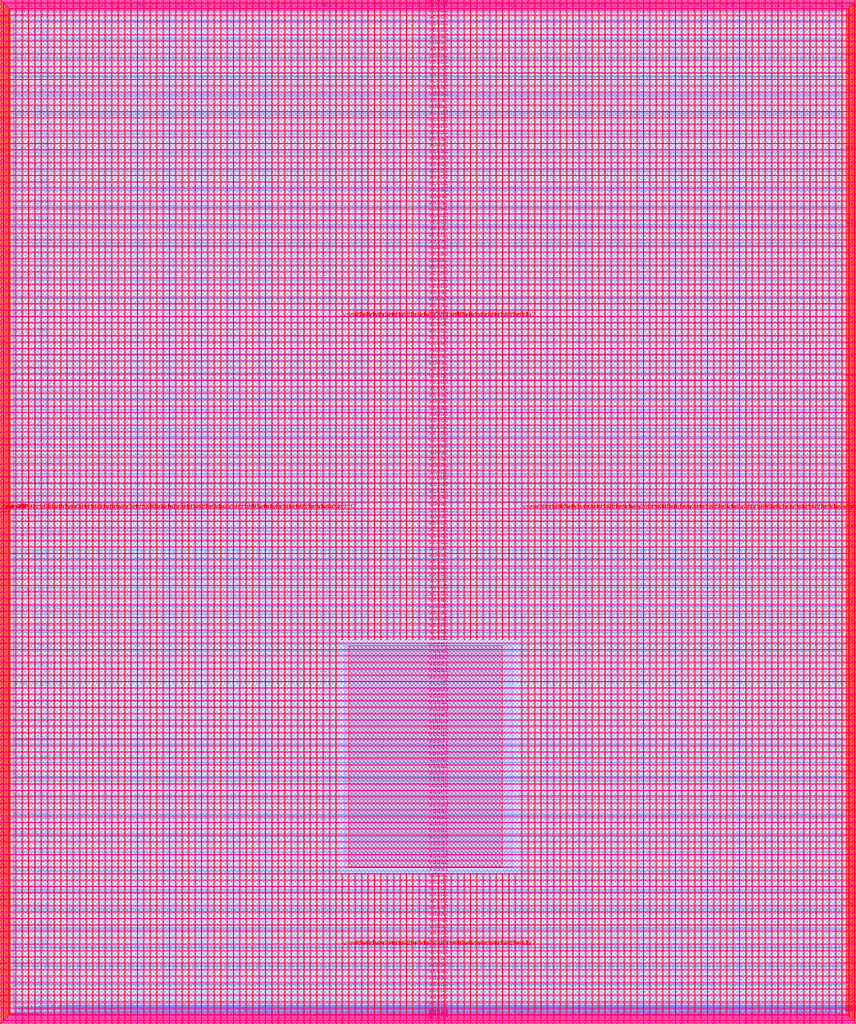
<source format=lef>
VERSION 5.7 ;
  NOWIREEXTENSIONATPIN ON ;
  DIVIDERCHAR "/" ;
  BUSBITCHARS "[]" ;
MACRO user_project_wrapper
  CLASS BLOCK ;
  FOREIGN user_project_wrapper ;
  ORIGIN 0.000 0.000 ;
  SIZE 2920.000 BY 3520.000 ;
  PIN analog_io[0]
    DIRECTION INOUT ;
    USE SIGNAL ;
    PORT
      LAYER met3 ;
        RECT 2917.600 1426.380 2924.800 1427.580 ;
    END
  END analog_io[0]
  PIN analog_io[10]
    DIRECTION INOUT ;
    USE SIGNAL ;
    PORT
      LAYER met2 ;
        RECT 2230.490 3517.600 2231.050 3524.800 ;
    END
  END analog_io[10]
  PIN analog_io[11]
    DIRECTION INOUT ;
    USE SIGNAL ;
    PORT
      LAYER met2 ;
        RECT 1905.730 3517.600 1906.290 3524.800 ;
    END
  END analog_io[11]
  PIN analog_io[12]
    DIRECTION INOUT ;
    USE SIGNAL ;
    PORT
      LAYER met2 ;
        RECT 1581.430 3517.600 1581.990 3524.800 ;
    END
  END analog_io[12]
  PIN analog_io[13]
    DIRECTION INOUT ;
    USE SIGNAL ;
    PORT
      LAYER met2 ;
        RECT 1257.130 3517.600 1257.690 3524.800 ;
    END
  END analog_io[13]
  PIN analog_io[14]
    DIRECTION INOUT ;
    USE SIGNAL ;
    PORT
      LAYER met2 ;
        RECT 932.370 3517.600 932.930 3524.800 ;
    END
  END analog_io[14]
  PIN analog_io[15]
    DIRECTION INOUT ;
    USE SIGNAL ;
    PORT
      LAYER met2 ;
        RECT 608.070 3517.600 608.630 3524.800 ;
    END
  END analog_io[15]
  PIN analog_io[16]
    DIRECTION INOUT ;
    USE SIGNAL ;
    PORT
      LAYER met2 ;
        RECT 283.770 3517.600 284.330 3524.800 ;
    END
  END analog_io[16]
  PIN analog_io[17]
    DIRECTION INOUT ;
    USE SIGNAL ;
    PORT
      LAYER met3 ;
        RECT -4.800 3486.100 2.400 3487.300 ;
    END
  END analog_io[17]
  PIN analog_io[18]
    DIRECTION INOUT ;
    USE SIGNAL ;
    PORT
      LAYER met3 ;
        RECT -4.800 3224.980 2.400 3226.180 ;
    END
  END analog_io[18]
  PIN analog_io[19]
    DIRECTION INOUT ;
    USE SIGNAL ;
    PORT
      LAYER met3 ;
        RECT -4.800 2964.540 2.400 2965.740 ;
    END
  END analog_io[19]
  PIN analog_io[1]
    DIRECTION INOUT ;
    USE SIGNAL ;
    PORT
      LAYER met3 ;
        RECT 2917.600 1692.260 2924.800 1693.460 ;
    END
  END analog_io[1]
  PIN analog_io[20]
    DIRECTION INOUT ;
    USE SIGNAL ;
    PORT
      LAYER met3 ;
        RECT -4.800 2703.420 2.400 2704.620 ;
    END
  END analog_io[20]
  PIN analog_io[21]
    DIRECTION INOUT ;
    USE SIGNAL ;
    PORT
      LAYER met3 ;
        RECT -4.800 2442.980 2.400 2444.180 ;
    END
  END analog_io[21]
  PIN analog_io[22]
    DIRECTION INOUT ;
    USE SIGNAL ;
    PORT
      LAYER met3 ;
        RECT -4.800 2182.540 2.400 2183.740 ;
    END
  END analog_io[22]
  PIN analog_io[23]
    DIRECTION INOUT ;
    USE SIGNAL ;
    PORT
      LAYER met3 ;
        RECT -4.800 1921.420 2.400 1922.620 ;
    END
  END analog_io[23]
  PIN analog_io[24]
    DIRECTION INOUT ;
    USE SIGNAL ;
    PORT
      LAYER met3 ;
        RECT -4.800 1660.980 2.400 1662.180 ;
    END
  END analog_io[24]
  PIN analog_io[25]
    DIRECTION INOUT ;
    USE SIGNAL ;
    PORT
      LAYER met3 ;
        RECT -4.800 1399.860 2.400 1401.060 ;
    END
  END analog_io[25]
  PIN analog_io[26]
    DIRECTION INOUT ;
    USE SIGNAL ;
    PORT
      LAYER met3 ;
        RECT -4.800 1139.420 2.400 1140.620 ;
    END
  END analog_io[26]
  PIN analog_io[27]
    DIRECTION INOUT ;
    USE SIGNAL ;
    PORT
      LAYER met3 ;
        RECT -4.800 878.980 2.400 880.180 ;
    END
  END analog_io[27]
  PIN analog_io[28]
    DIRECTION INOUT ;
    USE SIGNAL ;
    PORT
      LAYER met3 ;
        RECT -4.800 617.860 2.400 619.060 ;
    END
  END analog_io[28]
  PIN analog_io[2]
    DIRECTION INOUT ;
    USE SIGNAL ;
    PORT
      LAYER met3 ;
        RECT 2917.600 1958.140 2924.800 1959.340 ;
    END
  END analog_io[2]
  PIN analog_io[3]
    DIRECTION INOUT ;
    USE SIGNAL ;
    PORT
      LAYER met3 ;
        RECT 2917.600 2223.340 2924.800 2224.540 ;
    END
  END analog_io[3]
  PIN analog_io[4]
    DIRECTION INOUT ;
    USE SIGNAL ;
    PORT
      LAYER met3 ;
        RECT 2917.600 2489.220 2924.800 2490.420 ;
    END
  END analog_io[4]
  PIN analog_io[5]
    DIRECTION INOUT ;
    USE SIGNAL ;
    PORT
      LAYER met3 ;
        RECT 2917.600 2755.100 2924.800 2756.300 ;
    END
  END analog_io[5]
  PIN analog_io[6]
    DIRECTION INOUT ;
    USE SIGNAL ;
    PORT
      LAYER met3 ;
        RECT 2917.600 3020.300 2924.800 3021.500 ;
    END
  END analog_io[6]
  PIN analog_io[7]
    DIRECTION INOUT ;
    USE SIGNAL ;
    PORT
      LAYER met3 ;
        RECT 2917.600 3286.180 2924.800 3287.380 ;
    END
  END analog_io[7]
  PIN analog_io[8]
    DIRECTION INOUT ;
    USE SIGNAL ;
    PORT
      LAYER met2 ;
        RECT 2879.090 3517.600 2879.650 3524.800 ;
    END
  END analog_io[8]
  PIN analog_io[9]
    DIRECTION INOUT ;
    USE SIGNAL ;
    PORT
      LAYER met2 ;
        RECT 2554.790 3517.600 2555.350 3524.800 ;
    END
  END analog_io[9]
  PIN io_in[0]
    DIRECTION INPUT ;
    USE SIGNAL ;
    PORT
      LAYER met3 ;
        RECT 2917.600 32.380 2924.800 33.580 ;
    END
  END io_in[0]
  PIN io_in[10]
    DIRECTION INPUT ;
    USE SIGNAL ;
    PORT
      LAYER met3 ;
        RECT 2917.600 2289.980 2924.800 2291.180 ;
    END
  END io_in[10]
  PIN io_in[11]
    DIRECTION INPUT ;
    USE SIGNAL ;
    PORT
      LAYER met3 ;
        RECT 2917.600 2555.860 2924.800 2557.060 ;
    END
  END io_in[11]
  PIN io_in[12]
    DIRECTION INPUT ;
    USE SIGNAL ;
    PORT
      LAYER met3 ;
        RECT 2917.600 2821.060 2924.800 2822.260 ;
    END
  END io_in[12]
  PIN io_in[13]
    DIRECTION INPUT ;
    USE SIGNAL ;
    PORT
      LAYER met3 ;
        RECT 2917.600 3086.940 2924.800 3088.140 ;
    END
  END io_in[13]
  PIN io_in[14]
    DIRECTION INPUT ;
    USE SIGNAL ;
    PORT
      LAYER met3 ;
        RECT 2917.600 3352.820 2924.800 3354.020 ;
    END
  END io_in[14]
  PIN io_in[15]
    DIRECTION INPUT ;
    USE SIGNAL ;
    PORT
      LAYER met2 ;
        RECT 2798.130 3517.600 2798.690 3524.800 ;
    END
  END io_in[15]
  PIN io_in[16]
    DIRECTION INPUT ;
    USE SIGNAL ;
    PORT
      LAYER met2 ;
        RECT 2473.830 3517.600 2474.390 3524.800 ;
    END
  END io_in[16]
  PIN io_in[17]
    DIRECTION INPUT ;
    USE SIGNAL ;
    PORT
      LAYER met2 ;
        RECT 2149.070 3517.600 2149.630 3524.800 ;
    END
  END io_in[17]
  PIN io_in[18]
    DIRECTION INPUT ;
    USE SIGNAL ;
    PORT
      LAYER met2 ;
        RECT 1824.770 3517.600 1825.330 3524.800 ;
    END
  END io_in[18]
  PIN io_in[19]
    DIRECTION INPUT ;
    USE SIGNAL ;
    PORT
      LAYER met2 ;
        RECT 1500.470 3517.600 1501.030 3524.800 ;
    END
  END io_in[19]
  PIN io_in[1]
    DIRECTION INPUT ;
    USE SIGNAL ;
    PORT
      LAYER met3 ;
        RECT 2917.600 230.940 2924.800 232.140 ;
    END
  END io_in[1]
  PIN io_in[20]
    DIRECTION INPUT ;
    USE SIGNAL ;
    PORT
      LAYER met2 ;
        RECT 1175.710 3517.600 1176.270 3524.800 ;
    END
  END io_in[20]
  PIN io_in[21]
    DIRECTION INPUT ;
    USE SIGNAL ;
    PORT
      LAYER met2 ;
        RECT 851.410 3517.600 851.970 3524.800 ;
    END
  END io_in[21]
  PIN io_in[22]
    DIRECTION INPUT ;
    USE SIGNAL ;
    PORT
      LAYER met2 ;
        RECT 527.110 3517.600 527.670 3524.800 ;
    END
  END io_in[22]
  PIN io_in[23]
    DIRECTION INPUT ;
    USE SIGNAL ;
    PORT
      LAYER met2 ;
        RECT 202.350 3517.600 202.910 3524.800 ;
    END
  END io_in[23]
  PIN io_in[24]
    DIRECTION INPUT ;
    USE SIGNAL ;
    PORT
      LAYER met3 ;
        RECT -4.800 3420.820 2.400 3422.020 ;
    END
  END io_in[24]
  PIN io_in[25]
    DIRECTION INPUT ;
    USE SIGNAL ;
    PORT
      LAYER met3 ;
        RECT -4.800 3159.700 2.400 3160.900 ;
    END
  END io_in[25]
  PIN io_in[26]
    DIRECTION INPUT ;
    USE SIGNAL ;
    PORT
      LAYER met3 ;
        RECT -4.800 2899.260 2.400 2900.460 ;
    END
  END io_in[26]
  PIN io_in[27]
    DIRECTION INPUT ;
    USE SIGNAL ;
    PORT
      LAYER met3 ;
        RECT -4.800 2638.820 2.400 2640.020 ;
    END
  END io_in[27]
  PIN io_in[28]
    DIRECTION INPUT ;
    USE SIGNAL ;
    PORT
      LAYER met3 ;
        RECT -4.800 2377.700 2.400 2378.900 ;
    END
  END io_in[28]
  PIN io_in[29]
    DIRECTION INPUT ;
    USE SIGNAL ;
    PORT
      LAYER met3 ;
        RECT -4.800 2117.260 2.400 2118.460 ;
    END
  END io_in[29]
  PIN io_in[2]
    DIRECTION INPUT ;
    USE SIGNAL ;
    PORT
      LAYER met3 ;
        RECT 2917.600 430.180 2924.800 431.380 ;
    END
  END io_in[2]
  PIN io_in[30]
    DIRECTION INPUT ;
    USE SIGNAL ;
    PORT
      LAYER met3 ;
        RECT -4.800 1856.140 2.400 1857.340 ;
    END
  END io_in[30]
  PIN io_in[31]
    DIRECTION INPUT ;
    USE SIGNAL ;
    PORT
      LAYER met3 ;
        RECT -4.800 1595.700 2.400 1596.900 ;
    END
  END io_in[31]
  PIN io_in[32]
    DIRECTION INPUT ;
    USE SIGNAL ;
    PORT
      LAYER met3 ;
        RECT -4.800 1335.260 2.400 1336.460 ;
    END
  END io_in[32]
  PIN io_in[33]
    DIRECTION INPUT ;
    USE SIGNAL ;
    PORT
      LAYER met3 ;
        RECT -4.800 1074.140 2.400 1075.340 ;
    END
  END io_in[33]
  PIN io_in[34]
    DIRECTION INPUT ;
    USE SIGNAL ;
    PORT
      LAYER met3 ;
        RECT -4.800 813.700 2.400 814.900 ;
    END
  END io_in[34]
  PIN io_in[35]
    DIRECTION INPUT ;
    USE SIGNAL ;
    PORT
      LAYER met3 ;
        RECT -4.800 552.580 2.400 553.780 ;
    END
  END io_in[35]
  PIN io_in[36]
    DIRECTION INPUT ;
    USE SIGNAL ;
    PORT
      LAYER met3 ;
        RECT -4.800 357.420 2.400 358.620 ;
    END
  END io_in[36]
  PIN io_in[37]
    DIRECTION INPUT ;
    USE SIGNAL ;
    PORT
      LAYER met3 ;
        RECT -4.800 161.580 2.400 162.780 ;
    END
  END io_in[37]
  PIN io_in[3]
    DIRECTION INPUT ;
    USE SIGNAL ;
    PORT
      LAYER met3 ;
        RECT 2917.600 629.420 2924.800 630.620 ;
    END
  END io_in[3]
  PIN io_in[4]
    DIRECTION INPUT ;
    USE SIGNAL ;
    PORT
      LAYER met3 ;
        RECT 2917.600 828.660 2924.800 829.860 ;
    END
  END io_in[4]
  PIN io_in[5]
    DIRECTION INPUT ;
    USE SIGNAL ;
    PORT
      LAYER met3 ;
        RECT 2917.600 1027.900 2924.800 1029.100 ;
    END
  END io_in[5]
  PIN io_in[6]
    DIRECTION INPUT ;
    USE SIGNAL ;
    PORT
      LAYER met3 ;
        RECT 2917.600 1227.140 2924.800 1228.340 ;
    END
  END io_in[6]
  PIN io_in[7]
    DIRECTION INPUT ;
    USE SIGNAL ;
    PORT
      LAYER met3 ;
        RECT 2917.600 1493.020 2924.800 1494.220 ;
    END
  END io_in[7]
  PIN io_in[8]
    DIRECTION INPUT ;
    USE SIGNAL ;
    PORT
      LAYER met3 ;
        RECT 2917.600 1758.900 2924.800 1760.100 ;
    END
  END io_in[8]
  PIN io_in[9]
    DIRECTION INPUT ;
    USE SIGNAL ;
    PORT
      LAYER met3 ;
        RECT 2917.600 2024.100 2924.800 2025.300 ;
    END
  END io_in[9]
  PIN io_oeb[0]
    DIRECTION OUTPUT TRISTATE ;
    USE SIGNAL ;
    PORT
      LAYER met3 ;
        RECT 2917.600 164.980 2924.800 166.180 ;
    END
  END io_oeb[0]
  PIN io_oeb[10]
    DIRECTION OUTPUT TRISTATE ;
    USE SIGNAL ;
    PORT
      LAYER met3 ;
        RECT 2917.600 2422.580 2924.800 2423.780 ;
    END
  END io_oeb[10]
  PIN io_oeb[11]
    DIRECTION OUTPUT TRISTATE ;
    USE SIGNAL ;
    PORT
      LAYER met3 ;
        RECT 2917.600 2688.460 2924.800 2689.660 ;
    END
  END io_oeb[11]
  PIN io_oeb[12]
    DIRECTION OUTPUT TRISTATE ;
    USE SIGNAL ;
    PORT
      LAYER met3 ;
        RECT 2917.600 2954.340 2924.800 2955.540 ;
    END
  END io_oeb[12]
  PIN io_oeb[13]
    DIRECTION OUTPUT TRISTATE ;
    USE SIGNAL ;
    PORT
      LAYER met3 ;
        RECT 2917.600 3219.540 2924.800 3220.740 ;
    END
  END io_oeb[13]
  PIN io_oeb[14]
    DIRECTION OUTPUT TRISTATE ;
    USE SIGNAL ;
    PORT
      LAYER met3 ;
        RECT 2917.600 3485.420 2924.800 3486.620 ;
    END
  END io_oeb[14]
  PIN io_oeb[15]
    DIRECTION OUTPUT TRISTATE ;
    USE SIGNAL ;
    PORT
      LAYER met2 ;
        RECT 2635.750 3517.600 2636.310 3524.800 ;
    END
  END io_oeb[15]
  PIN io_oeb[16]
    DIRECTION OUTPUT TRISTATE ;
    USE SIGNAL ;
    PORT
      LAYER met2 ;
        RECT 2311.450 3517.600 2312.010 3524.800 ;
    END
  END io_oeb[16]
  PIN io_oeb[17]
    DIRECTION OUTPUT TRISTATE ;
    USE SIGNAL ;
    PORT
      LAYER met2 ;
        RECT 1987.150 3517.600 1987.710 3524.800 ;
    END
  END io_oeb[17]
  PIN io_oeb[18]
    DIRECTION OUTPUT TRISTATE ;
    USE SIGNAL ;
    PORT
      LAYER met2 ;
        RECT 1662.390 3517.600 1662.950 3524.800 ;
    END
  END io_oeb[18]
  PIN io_oeb[19]
    DIRECTION OUTPUT TRISTATE ;
    USE SIGNAL ;
    PORT
      LAYER met2 ;
        RECT 1338.090 3517.600 1338.650 3524.800 ;
    END
  END io_oeb[19]
  PIN io_oeb[1]
    DIRECTION OUTPUT TRISTATE ;
    USE SIGNAL ;
    PORT
      LAYER met3 ;
        RECT 2917.600 364.220 2924.800 365.420 ;
    END
  END io_oeb[1]
  PIN io_oeb[20]
    DIRECTION OUTPUT TRISTATE ;
    USE SIGNAL ;
    PORT
      LAYER met2 ;
        RECT 1013.790 3517.600 1014.350 3524.800 ;
    END
  END io_oeb[20]
  PIN io_oeb[21]
    DIRECTION OUTPUT TRISTATE ;
    USE SIGNAL ;
    PORT
      LAYER met2 ;
        RECT 689.030 3517.600 689.590 3524.800 ;
    END
  END io_oeb[21]
  PIN io_oeb[22]
    DIRECTION OUTPUT TRISTATE ;
    USE SIGNAL ;
    PORT
      LAYER met2 ;
        RECT 364.730 3517.600 365.290 3524.800 ;
    END
  END io_oeb[22]
  PIN io_oeb[23]
    DIRECTION OUTPUT TRISTATE ;
    USE SIGNAL ;
    PORT
      LAYER met2 ;
        RECT 40.430 3517.600 40.990 3524.800 ;
    END
  END io_oeb[23]
  PIN io_oeb[24]
    DIRECTION OUTPUT TRISTATE ;
    USE SIGNAL ;
    PORT
      LAYER met3 ;
        RECT -4.800 3290.260 2.400 3291.460 ;
    END
  END io_oeb[24]
  PIN io_oeb[25]
    DIRECTION OUTPUT TRISTATE ;
    USE SIGNAL ;
    PORT
      LAYER met3 ;
        RECT -4.800 3029.820 2.400 3031.020 ;
    END
  END io_oeb[25]
  PIN io_oeb[26]
    DIRECTION OUTPUT TRISTATE ;
    USE SIGNAL ;
    PORT
      LAYER met3 ;
        RECT -4.800 2768.700 2.400 2769.900 ;
    END
  END io_oeb[26]
  PIN io_oeb[27]
    DIRECTION OUTPUT TRISTATE ;
    USE SIGNAL ;
    PORT
      LAYER met3 ;
        RECT -4.800 2508.260 2.400 2509.460 ;
    END
  END io_oeb[27]
  PIN io_oeb[28]
    DIRECTION OUTPUT TRISTATE ;
    USE SIGNAL ;
    PORT
      LAYER met3 ;
        RECT -4.800 2247.140 2.400 2248.340 ;
    END
  END io_oeb[28]
  PIN io_oeb[29]
    DIRECTION OUTPUT TRISTATE ;
    USE SIGNAL ;
    PORT
      LAYER met3 ;
        RECT -4.800 1986.700 2.400 1987.900 ;
    END
  END io_oeb[29]
  PIN io_oeb[2]
    DIRECTION OUTPUT TRISTATE ;
    USE SIGNAL ;
    PORT
      LAYER met3 ;
        RECT 2917.600 563.460 2924.800 564.660 ;
    END
  END io_oeb[2]
  PIN io_oeb[30]
    DIRECTION OUTPUT TRISTATE ;
    USE SIGNAL ;
    PORT
      LAYER met3 ;
        RECT -4.800 1726.260 2.400 1727.460 ;
    END
  END io_oeb[30]
  PIN io_oeb[31]
    DIRECTION OUTPUT TRISTATE ;
    USE SIGNAL ;
    PORT
      LAYER met3 ;
        RECT -4.800 1465.140 2.400 1466.340 ;
    END
  END io_oeb[31]
  PIN io_oeb[32]
    DIRECTION OUTPUT TRISTATE ;
    USE SIGNAL ;
    PORT
      LAYER met3 ;
        RECT -4.800 1204.700 2.400 1205.900 ;
    END
  END io_oeb[32]
  PIN io_oeb[33]
    DIRECTION OUTPUT TRISTATE ;
    USE SIGNAL ;
    PORT
      LAYER met3 ;
        RECT -4.800 943.580 2.400 944.780 ;
    END
  END io_oeb[33]
  PIN io_oeb[34]
    DIRECTION OUTPUT TRISTATE ;
    USE SIGNAL ;
    PORT
      LAYER met3 ;
        RECT -4.800 683.140 2.400 684.340 ;
    END
  END io_oeb[34]
  PIN io_oeb[35]
    DIRECTION OUTPUT TRISTATE ;
    USE SIGNAL ;
    PORT
      LAYER met3 ;
        RECT -4.800 422.700 2.400 423.900 ;
    END
  END io_oeb[35]
  PIN io_oeb[36]
    DIRECTION OUTPUT TRISTATE ;
    USE SIGNAL ;
    PORT
      LAYER met3 ;
        RECT -4.800 226.860 2.400 228.060 ;
    END
  END io_oeb[36]
  PIN io_oeb[37]
    DIRECTION OUTPUT TRISTATE ;
    USE SIGNAL ;
    PORT
      LAYER met3 ;
        RECT -4.800 31.700 2.400 32.900 ;
    END
  END io_oeb[37]
  PIN io_oeb[3]
    DIRECTION OUTPUT TRISTATE ;
    USE SIGNAL ;
    PORT
      LAYER met3 ;
        RECT 2917.600 762.700 2924.800 763.900 ;
    END
  END io_oeb[3]
  PIN io_oeb[4]
    DIRECTION OUTPUT TRISTATE ;
    USE SIGNAL ;
    PORT
      LAYER met3 ;
        RECT 2917.600 961.940 2924.800 963.140 ;
    END
  END io_oeb[4]
  PIN io_oeb[5]
    DIRECTION OUTPUT TRISTATE ;
    USE SIGNAL ;
    PORT
      LAYER met3 ;
        RECT 2917.600 1161.180 2924.800 1162.380 ;
    END
  END io_oeb[5]
  PIN io_oeb[6]
    DIRECTION OUTPUT TRISTATE ;
    USE SIGNAL ;
    PORT
      LAYER met3 ;
        RECT 2917.600 1360.420 2924.800 1361.620 ;
    END
  END io_oeb[6]
  PIN io_oeb[7]
    DIRECTION OUTPUT TRISTATE ;
    USE SIGNAL ;
    PORT
      LAYER met3 ;
        RECT 2917.600 1625.620 2924.800 1626.820 ;
    END
  END io_oeb[7]
  PIN io_oeb[8]
    DIRECTION OUTPUT TRISTATE ;
    USE SIGNAL ;
    PORT
      LAYER met3 ;
        RECT 2917.600 1891.500 2924.800 1892.700 ;
    END
  END io_oeb[8]
  PIN io_oeb[9]
    DIRECTION OUTPUT TRISTATE ;
    USE SIGNAL ;
    PORT
      LAYER met3 ;
        RECT 2917.600 2157.380 2924.800 2158.580 ;
    END
  END io_oeb[9]
  PIN io_out[0]
    DIRECTION OUTPUT TRISTATE ;
    USE SIGNAL ;
    PORT
      LAYER met3 ;
        RECT 2917.600 98.340 2924.800 99.540 ;
    END
  END io_out[0]
  PIN io_out[10]
    DIRECTION OUTPUT TRISTATE ;
    USE SIGNAL ;
    PORT
      LAYER met3 ;
        RECT 2917.600 2356.620 2924.800 2357.820 ;
    END
  END io_out[10]
  PIN io_out[11]
    DIRECTION OUTPUT TRISTATE ;
    USE SIGNAL ;
    PORT
      LAYER met3 ;
        RECT 2917.600 2621.820 2924.800 2623.020 ;
    END
  END io_out[11]
  PIN io_out[12]
    DIRECTION OUTPUT TRISTATE ;
    USE SIGNAL ;
    PORT
      LAYER met3 ;
        RECT 2917.600 2887.700 2924.800 2888.900 ;
    END
  END io_out[12]
  PIN io_out[13]
    DIRECTION OUTPUT TRISTATE ;
    USE SIGNAL ;
    PORT
      LAYER met3 ;
        RECT 2917.600 3153.580 2924.800 3154.780 ;
    END
  END io_out[13]
  PIN io_out[14]
    DIRECTION OUTPUT TRISTATE ;
    USE SIGNAL ;
    PORT
      LAYER met3 ;
        RECT 2917.600 3418.780 2924.800 3419.980 ;
    END
  END io_out[14]
  PIN io_out[15]
    DIRECTION OUTPUT TRISTATE ;
    USE SIGNAL ;
    PORT
      LAYER met2 ;
        RECT 2717.170 3517.600 2717.730 3524.800 ;
    END
  END io_out[15]
  PIN io_out[16]
    DIRECTION OUTPUT TRISTATE ;
    USE SIGNAL ;
    PORT
      LAYER met2 ;
        RECT 2392.410 3517.600 2392.970 3524.800 ;
    END
  END io_out[16]
  PIN io_out[17]
    DIRECTION OUTPUT TRISTATE ;
    USE SIGNAL ;
    PORT
      LAYER met2 ;
        RECT 2068.110 3517.600 2068.670 3524.800 ;
    END
  END io_out[17]
  PIN io_out[18]
    DIRECTION OUTPUT TRISTATE ;
    USE SIGNAL ;
    PORT
      LAYER met2 ;
        RECT 1743.810 3517.600 1744.370 3524.800 ;
    END
  END io_out[18]
  PIN io_out[19]
    DIRECTION OUTPUT TRISTATE ;
    USE SIGNAL ;
    PORT
      LAYER met2 ;
        RECT 1419.050 3517.600 1419.610 3524.800 ;
    END
  END io_out[19]
  PIN io_out[1]
    DIRECTION OUTPUT TRISTATE ;
    USE SIGNAL ;
    PORT
      LAYER met3 ;
        RECT 2917.600 297.580 2924.800 298.780 ;
    END
  END io_out[1]
  PIN io_out[20]
    DIRECTION OUTPUT TRISTATE ;
    USE SIGNAL ;
    PORT
      LAYER met2 ;
        RECT 1094.750 3517.600 1095.310 3524.800 ;
    END
  END io_out[20]
  PIN io_out[21]
    DIRECTION OUTPUT TRISTATE ;
    USE SIGNAL ;
    PORT
      LAYER met2 ;
        RECT 770.450 3517.600 771.010 3524.800 ;
    END
  END io_out[21]
  PIN io_out[22]
    DIRECTION OUTPUT TRISTATE ;
    USE SIGNAL ;
    PORT
      LAYER met2 ;
        RECT 445.690 3517.600 446.250 3524.800 ;
    END
  END io_out[22]
  PIN io_out[23]
    DIRECTION OUTPUT TRISTATE ;
    USE SIGNAL ;
    PORT
      LAYER met2 ;
        RECT 121.390 3517.600 121.950 3524.800 ;
    END
  END io_out[23]
  PIN io_out[24]
    DIRECTION OUTPUT TRISTATE ;
    USE SIGNAL ;
    PORT
      LAYER met3 ;
        RECT -4.800 3355.540 2.400 3356.740 ;
    END
  END io_out[24]
  PIN io_out[25]
    DIRECTION OUTPUT TRISTATE ;
    USE SIGNAL ;
    PORT
      LAYER met3 ;
        RECT -4.800 3095.100 2.400 3096.300 ;
    END
  END io_out[25]
  PIN io_out[26]
    DIRECTION OUTPUT TRISTATE ;
    USE SIGNAL ;
    PORT
      LAYER met3 ;
        RECT -4.800 2833.980 2.400 2835.180 ;
    END
  END io_out[26]
  PIN io_out[27]
    DIRECTION OUTPUT TRISTATE ;
    USE SIGNAL ;
    PORT
      LAYER met3 ;
        RECT -4.800 2573.540 2.400 2574.740 ;
    END
  END io_out[27]
  PIN io_out[28]
    DIRECTION OUTPUT TRISTATE ;
    USE SIGNAL ;
    PORT
      LAYER met3 ;
        RECT -4.800 2312.420 2.400 2313.620 ;
    END
  END io_out[28]
  PIN io_out[29]
    DIRECTION OUTPUT TRISTATE ;
    USE SIGNAL ;
    PORT
      LAYER met3 ;
        RECT -4.800 2051.980 2.400 2053.180 ;
    END
  END io_out[29]
  PIN io_out[2]
    DIRECTION OUTPUT TRISTATE ;
    USE SIGNAL ;
    PORT
      LAYER met3 ;
        RECT 2917.600 496.820 2924.800 498.020 ;
    END
  END io_out[2]
  PIN io_out[30]
    DIRECTION OUTPUT TRISTATE ;
    USE SIGNAL ;
    PORT
      LAYER met3 ;
        RECT -4.800 1791.540 2.400 1792.740 ;
    END
  END io_out[30]
  PIN io_out[31]
    DIRECTION OUTPUT TRISTATE ;
    USE SIGNAL ;
    PORT
      LAYER met3 ;
        RECT -4.800 1530.420 2.400 1531.620 ;
    END
  END io_out[31]
  PIN io_out[32]
    DIRECTION OUTPUT TRISTATE ;
    USE SIGNAL ;
    PORT
      LAYER met3 ;
        RECT -4.800 1269.980 2.400 1271.180 ;
    END
  END io_out[32]
  PIN io_out[33]
    DIRECTION OUTPUT TRISTATE ;
    USE SIGNAL ;
    PORT
      LAYER met3 ;
        RECT -4.800 1008.860 2.400 1010.060 ;
    END
  END io_out[33]
  PIN io_out[34]
    DIRECTION OUTPUT TRISTATE ;
    USE SIGNAL ;
    PORT
      LAYER met3 ;
        RECT -4.800 748.420 2.400 749.620 ;
    END
  END io_out[34]
  PIN io_out[35]
    DIRECTION OUTPUT TRISTATE ;
    USE SIGNAL ;
    PORT
      LAYER met3 ;
        RECT -4.800 487.300 2.400 488.500 ;
    END
  END io_out[35]
  PIN io_out[36]
    DIRECTION OUTPUT TRISTATE ;
    USE SIGNAL ;
    PORT
      LAYER met3 ;
        RECT -4.800 292.140 2.400 293.340 ;
    END
  END io_out[36]
  PIN io_out[37]
    DIRECTION OUTPUT TRISTATE ;
    USE SIGNAL ;
    PORT
      LAYER met3 ;
        RECT -4.800 96.300 2.400 97.500 ;
    END
  END io_out[37]
  PIN io_out[3]
    DIRECTION OUTPUT TRISTATE ;
    USE SIGNAL ;
    PORT
      LAYER met3 ;
        RECT 2917.600 696.060 2924.800 697.260 ;
    END
  END io_out[3]
  PIN io_out[4]
    DIRECTION OUTPUT TRISTATE ;
    USE SIGNAL ;
    PORT
      LAYER met3 ;
        RECT 2917.600 895.300 2924.800 896.500 ;
    END
  END io_out[4]
  PIN io_out[5]
    DIRECTION OUTPUT TRISTATE ;
    USE SIGNAL ;
    PORT
      LAYER met3 ;
        RECT 2917.600 1094.540 2924.800 1095.740 ;
    END
  END io_out[5]
  PIN io_out[6]
    DIRECTION OUTPUT TRISTATE ;
    USE SIGNAL ;
    PORT
      LAYER met3 ;
        RECT 2917.600 1293.780 2924.800 1294.980 ;
    END
  END io_out[6]
  PIN io_out[7]
    DIRECTION OUTPUT TRISTATE ;
    USE SIGNAL ;
    PORT
      LAYER met3 ;
        RECT 2917.600 1559.660 2924.800 1560.860 ;
    END
  END io_out[7]
  PIN io_out[8]
    DIRECTION OUTPUT TRISTATE ;
    USE SIGNAL ;
    PORT
      LAYER met3 ;
        RECT 2917.600 1824.860 2924.800 1826.060 ;
    END
  END io_out[8]
  PIN io_out[9]
    DIRECTION OUTPUT TRISTATE ;
    USE SIGNAL ;
    PORT
      LAYER met3 ;
        RECT 2917.600 2090.740 2924.800 2091.940 ;
    END
  END io_out[9]
  PIN la_data_in[0]
    DIRECTION INPUT ;
    USE SIGNAL ;
    PORT
      LAYER met2 ;
        RECT 629.230 -4.800 629.790 2.400 ;
    END
  END la_data_in[0]
  PIN la_data_in[100]
    DIRECTION INPUT ;
    USE SIGNAL ;
    PORT
      LAYER met2 ;
        RECT 2402.530 -4.800 2403.090 2.400 ;
    END
  END la_data_in[100]
  PIN la_data_in[101]
    DIRECTION INPUT ;
    USE SIGNAL ;
    PORT
      LAYER met2 ;
        RECT 2420.010 -4.800 2420.570 2.400 ;
    END
  END la_data_in[101]
  PIN la_data_in[102]
    DIRECTION INPUT ;
    USE SIGNAL ;
    PORT
      LAYER met2 ;
        RECT 2437.950 -4.800 2438.510 2.400 ;
    END
  END la_data_in[102]
  PIN la_data_in[103]
    DIRECTION INPUT ;
    USE SIGNAL ;
    PORT
      LAYER met2 ;
        RECT 2455.430 -4.800 2455.990 2.400 ;
    END
  END la_data_in[103]
  PIN la_data_in[104]
    DIRECTION INPUT ;
    USE SIGNAL ;
    PORT
      LAYER met2 ;
        RECT 2473.370 -4.800 2473.930 2.400 ;
    END
  END la_data_in[104]
  PIN la_data_in[105]
    DIRECTION INPUT ;
    USE SIGNAL ;
    PORT
      LAYER met2 ;
        RECT 2490.850 -4.800 2491.410 2.400 ;
    END
  END la_data_in[105]
  PIN la_data_in[106]
    DIRECTION INPUT ;
    USE SIGNAL ;
    PORT
      LAYER met2 ;
        RECT 2508.790 -4.800 2509.350 2.400 ;
    END
  END la_data_in[106]
  PIN la_data_in[107]
    DIRECTION INPUT ;
    USE SIGNAL ;
    PORT
      LAYER met2 ;
        RECT 2526.730 -4.800 2527.290 2.400 ;
    END
  END la_data_in[107]
  PIN la_data_in[108]
    DIRECTION INPUT ;
    USE SIGNAL ;
    PORT
      LAYER met2 ;
        RECT 2544.210 -4.800 2544.770 2.400 ;
    END
  END la_data_in[108]
  PIN la_data_in[109]
    DIRECTION INPUT ;
    USE SIGNAL ;
    PORT
      LAYER met2 ;
        RECT 2562.150 -4.800 2562.710 2.400 ;
    END
  END la_data_in[109]
  PIN la_data_in[10]
    DIRECTION INPUT ;
    USE SIGNAL ;
    PORT
      LAYER met2 ;
        RECT 806.330 -4.800 806.890 2.400 ;
    END
  END la_data_in[10]
  PIN la_data_in[110]
    DIRECTION INPUT ;
    USE SIGNAL ;
    PORT
      LAYER met2 ;
        RECT 2579.630 -4.800 2580.190 2.400 ;
    END
  END la_data_in[110]
  PIN la_data_in[111]
    DIRECTION INPUT ;
    USE SIGNAL ;
    PORT
      LAYER met2 ;
        RECT 2597.570 -4.800 2598.130 2.400 ;
    END
  END la_data_in[111]
  PIN la_data_in[112]
    DIRECTION INPUT ;
    USE SIGNAL ;
    PORT
      LAYER met2 ;
        RECT 2615.050 -4.800 2615.610 2.400 ;
    END
  END la_data_in[112]
  PIN la_data_in[113]
    DIRECTION INPUT ;
    USE SIGNAL ;
    PORT
      LAYER met2 ;
        RECT 2632.990 -4.800 2633.550 2.400 ;
    END
  END la_data_in[113]
  PIN la_data_in[114]
    DIRECTION INPUT ;
    USE SIGNAL ;
    PORT
      LAYER met2 ;
        RECT 2650.470 -4.800 2651.030 2.400 ;
    END
  END la_data_in[114]
  PIN la_data_in[115]
    DIRECTION INPUT ;
    USE SIGNAL ;
    PORT
      LAYER met2 ;
        RECT 2668.410 -4.800 2668.970 2.400 ;
    END
  END la_data_in[115]
  PIN la_data_in[116]
    DIRECTION INPUT ;
    USE SIGNAL ;
    PORT
      LAYER met2 ;
        RECT 2685.890 -4.800 2686.450 2.400 ;
    END
  END la_data_in[116]
  PIN la_data_in[117]
    DIRECTION INPUT ;
    USE SIGNAL ;
    PORT
      LAYER met2 ;
        RECT 2703.830 -4.800 2704.390 2.400 ;
    END
  END la_data_in[117]
  PIN la_data_in[118]
    DIRECTION INPUT ;
    USE SIGNAL ;
    PORT
      LAYER met2 ;
        RECT 2721.770 -4.800 2722.330 2.400 ;
    END
  END la_data_in[118]
  PIN la_data_in[119]
    DIRECTION INPUT ;
    USE SIGNAL ;
    PORT
      LAYER met2 ;
        RECT 2739.250 -4.800 2739.810 2.400 ;
    END
  END la_data_in[119]
  PIN la_data_in[11]
    DIRECTION INPUT ;
    USE SIGNAL ;
    PORT
      LAYER met2 ;
        RECT 824.270 -4.800 824.830 2.400 ;
    END
  END la_data_in[11]
  PIN la_data_in[120]
    DIRECTION INPUT ;
    USE SIGNAL ;
    PORT
      LAYER met2 ;
        RECT 2757.190 -4.800 2757.750 2.400 ;
    END
  END la_data_in[120]
  PIN la_data_in[121]
    DIRECTION INPUT ;
    USE SIGNAL ;
    PORT
      LAYER met2 ;
        RECT 2774.670 -4.800 2775.230 2.400 ;
    END
  END la_data_in[121]
  PIN la_data_in[122]
    DIRECTION INPUT ;
    USE SIGNAL ;
    PORT
      LAYER met2 ;
        RECT 2792.610 -4.800 2793.170 2.400 ;
    END
  END la_data_in[122]
  PIN la_data_in[123]
    DIRECTION INPUT ;
    USE SIGNAL ;
    PORT
      LAYER met2 ;
        RECT 2810.090 -4.800 2810.650 2.400 ;
    END
  END la_data_in[123]
  PIN la_data_in[124]
    DIRECTION INPUT ;
    USE SIGNAL ;
    PORT
      LAYER met2 ;
        RECT 2828.030 -4.800 2828.590 2.400 ;
    END
  END la_data_in[124]
  PIN la_data_in[125]
    DIRECTION INPUT ;
    USE SIGNAL ;
    PORT
      LAYER met2 ;
        RECT 2845.510 -4.800 2846.070 2.400 ;
    END
  END la_data_in[125]
  PIN la_data_in[126]
    DIRECTION INPUT ;
    USE SIGNAL ;
    PORT
      LAYER met2 ;
        RECT 2863.450 -4.800 2864.010 2.400 ;
    END
  END la_data_in[126]
  PIN la_data_in[127]
    DIRECTION INPUT ;
    USE SIGNAL ;
    PORT
      LAYER met2 ;
        RECT 2881.390 -4.800 2881.950 2.400 ;
    END
  END la_data_in[127]
  PIN la_data_in[12]
    DIRECTION INPUT ;
    USE SIGNAL ;
    PORT
      LAYER met2 ;
        RECT 841.750 -4.800 842.310 2.400 ;
    END
  END la_data_in[12]
  PIN la_data_in[13]
    DIRECTION INPUT ;
    USE SIGNAL ;
    PORT
      LAYER met2 ;
        RECT 859.690 -4.800 860.250 2.400 ;
    END
  END la_data_in[13]
  PIN la_data_in[14]
    DIRECTION INPUT ;
    USE SIGNAL ;
    PORT
      LAYER met2 ;
        RECT 877.170 -4.800 877.730 2.400 ;
    END
  END la_data_in[14]
  PIN la_data_in[15]
    DIRECTION INPUT ;
    USE SIGNAL ;
    PORT
      LAYER met2 ;
        RECT 895.110 -4.800 895.670 2.400 ;
    END
  END la_data_in[15]
  PIN la_data_in[16]
    DIRECTION INPUT ;
    USE SIGNAL ;
    PORT
      LAYER met2 ;
        RECT 912.590 -4.800 913.150 2.400 ;
    END
  END la_data_in[16]
  PIN la_data_in[17]
    DIRECTION INPUT ;
    USE SIGNAL ;
    PORT
      LAYER met2 ;
        RECT 930.530 -4.800 931.090 2.400 ;
    END
  END la_data_in[17]
  PIN la_data_in[18]
    DIRECTION INPUT ;
    USE SIGNAL ;
    PORT
      LAYER met2 ;
        RECT 948.470 -4.800 949.030 2.400 ;
    END
  END la_data_in[18]
  PIN la_data_in[19]
    DIRECTION INPUT ;
    USE SIGNAL ;
    PORT
      LAYER met2 ;
        RECT 965.950 -4.800 966.510 2.400 ;
    END
  END la_data_in[19]
  PIN la_data_in[1]
    DIRECTION INPUT ;
    USE SIGNAL ;
    PORT
      LAYER met2 ;
        RECT 646.710 -4.800 647.270 2.400 ;
    END
  END la_data_in[1]
  PIN la_data_in[20]
    DIRECTION INPUT ;
    USE SIGNAL ;
    PORT
      LAYER met2 ;
        RECT 983.890 -4.800 984.450 2.400 ;
    END
  END la_data_in[20]
  PIN la_data_in[21]
    DIRECTION INPUT ;
    USE SIGNAL ;
    PORT
      LAYER met2 ;
        RECT 1001.370 -4.800 1001.930 2.400 ;
    END
  END la_data_in[21]
  PIN la_data_in[22]
    DIRECTION INPUT ;
    USE SIGNAL ;
    PORT
      LAYER met2 ;
        RECT 1019.310 -4.800 1019.870 2.400 ;
    END
  END la_data_in[22]
  PIN la_data_in[23]
    DIRECTION INPUT ;
    USE SIGNAL ;
    PORT
      LAYER met2 ;
        RECT 1036.790 -4.800 1037.350 2.400 ;
    END
  END la_data_in[23]
  PIN la_data_in[24]
    DIRECTION INPUT ;
    USE SIGNAL ;
    PORT
      LAYER met2 ;
        RECT 1054.730 -4.800 1055.290 2.400 ;
    END
  END la_data_in[24]
  PIN la_data_in[25]
    DIRECTION INPUT ;
    USE SIGNAL ;
    PORT
      LAYER met2 ;
        RECT 1072.210 -4.800 1072.770 2.400 ;
    END
  END la_data_in[25]
  PIN la_data_in[26]
    DIRECTION INPUT ;
    USE SIGNAL ;
    PORT
      LAYER met2 ;
        RECT 1090.150 -4.800 1090.710 2.400 ;
    END
  END la_data_in[26]
  PIN la_data_in[27]
    DIRECTION INPUT ;
    USE SIGNAL ;
    PORT
      LAYER met2 ;
        RECT 1107.630 -4.800 1108.190 2.400 ;
    END
  END la_data_in[27]
  PIN la_data_in[28]
    DIRECTION INPUT ;
    USE SIGNAL ;
    PORT
      LAYER met2 ;
        RECT 1125.570 -4.800 1126.130 2.400 ;
    END
  END la_data_in[28]
  PIN la_data_in[29]
    DIRECTION INPUT ;
    USE SIGNAL ;
    PORT
      LAYER met2 ;
        RECT 1143.510 -4.800 1144.070 2.400 ;
    END
  END la_data_in[29]
  PIN la_data_in[2]
    DIRECTION INPUT ;
    USE SIGNAL ;
    PORT
      LAYER met2 ;
        RECT 664.650 -4.800 665.210 2.400 ;
    END
  END la_data_in[2]
  PIN la_data_in[30]
    DIRECTION INPUT ;
    USE SIGNAL ;
    PORT
      LAYER met2 ;
        RECT 1160.990 -4.800 1161.550 2.400 ;
    END
  END la_data_in[30]
  PIN la_data_in[31]
    DIRECTION INPUT ;
    USE SIGNAL ;
    PORT
      LAYER met2 ;
        RECT 1178.930 -4.800 1179.490 2.400 ;
    END
  END la_data_in[31]
  PIN la_data_in[32]
    DIRECTION INPUT ;
    USE SIGNAL ;
    PORT
      LAYER met2 ;
        RECT 1196.410 -4.800 1196.970 2.400 ;
    END
  END la_data_in[32]
  PIN la_data_in[33]
    DIRECTION INPUT ;
    USE SIGNAL ;
    PORT
      LAYER met2 ;
        RECT 1214.350 -4.800 1214.910 2.400 ;
    END
  END la_data_in[33]
  PIN la_data_in[34]
    DIRECTION INPUT ;
    USE SIGNAL ;
    PORT
      LAYER met2 ;
        RECT 1231.830 -4.800 1232.390 2.400 ;
    END
  END la_data_in[34]
  PIN la_data_in[35]
    DIRECTION INPUT ;
    USE SIGNAL ;
    PORT
      LAYER met2 ;
        RECT 1249.770 -4.800 1250.330 2.400 ;
    END
  END la_data_in[35]
  PIN la_data_in[36]
    DIRECTION INPUT ;
    USE SIGNAL ;
    PORT
      LAYER met2 ;
        RECT 1267.250 -4.800 1267.810 2.400 ;
    END
  END la_data_in[36]
  PIN la_data_in[37]
    DIRECTION INPUT ;
    USE SIGNAL ;
    PORT
      LAYER met2 ;
        RECT 1285.190 -4.800 1285.750 2.400 ;
    END
  END la_data_in[37]
  PIN la_data_in[38]
    DIRECTION INPUT ;
    USE SIGNAL ;
    PORT
      LAYER met2 ;
        RECT 1303.130 -4.800 1303.690 2.400 ;
    END
  END la_data_in[38]
  PIN la_data_in[39]
    DIRECTION INPUT ;
    USE SIGNAL ;
    PORT
      LAYER met2 ;
        RECT 1320.610 -4.800 1321.170 2.400 ;
    END
  END la_data_in[39]
  PIN la_data_in[3]
    DIRECTION INPUT ;
    USE SIGNAL ;
    PORT
      LAYER met2 ;
        RECT 682.130 -4.800 682.690 2.400 ;
    END
  END la_data_in[3]
  PIN la_data_in[40]
    DIRECTION INPUT ;
    USE SIGNAL ;
    PORT
      LAYER met2 ;
        RECT 1338.550 -4.800 1339.110 2.400 ;
    END
  END la_data_in[40]
  PIN la_data_in[41]
    DIRECTION INPUT ;
    USE SIGNAL ;
    PORT
      LAYER met2 ;
        RECT 1356.030 -4.800 1356.590 2.400 ;
    END
  END la_data_in[41]
  PIN la_data_in[42]
    DIRECTION INPUT ;
    USE SIGNAL ;
    PORT
      LAYER met2 ;
        RECT 1373.970 -4.800 1374.530 2.400 ;
    END
  END la_data_in[42]
  PIN la_data_in[43]
    DIRECTION INPUT ;
    USE SIGNAL ;
    PORT
      LAYER met2 ;
        RECT 1391.450 -4.800 1392.010 2.400 ;
    END
  END la_data_in[43]
  PIN la_data_in[44]
    DIRECTION INPUT ;
    USE SIGNAL ;
    PORT
      LAYER met2 ;
        RECT 1409.390 -4.800 1409.950 2.400 ;
    END
  END la_data_in[44]
  PIN la_data_in[45]
    DIRECTION INPUT ;
    USE SIGNAL ;
    PORT
      LAYER met2 ;
        RECT 1426.870 -4.800 1427.430 2.400 ;
    END
  END la_data_in[45]
  PIN la_data_in[46]
    DIRECTION INPUT ;
    USE SIGNAL ;
    PORT
      LAYER met2 ;
        RECT 1444.810 -4.800 1445.370 2.400 ;
    END
  END la_data_in[46]
  PIN la_data_in[47]
    DIRECTION INPUT ;
    USE SIGNAL ;
    PORT
      LAYER met2 ;
        RECT 1462.750 -4.800 1463.310 2.400 ;
    END
  END la_data_in[47]
  PIN la_data_in[48]
    DIRECTION INPUT ;
    USE SIGNAL ;
    PORT
      LAYER met2 ;
        RECT 1480.230 -4.800 1480.790 2.400 ;
    END
  END la_data_in[48]
  PIN la_data_in[49]
    DIRECTION INPUT ;
    USE SIGNAL ;
    PORT
      LAYER met2 ;
        RECT 1498.170 -4.800 1498.730 2.400 ;
    END
  END la_data_in[49]
  PIN la_data_in[4]
    DIRECTION INPUT ;
    USE SIGNAL ;
    PORT
      LAYER met2 ;
        RECT 700.070 -4.800 700.630 2.400 ;
    END
  END la_data_in[4]
  PIN la_data_in[50]
    DIRECTION INPUT ;
    USE SIGNAL ;
    PORT
      LAYER met2 ;
        RECT 1515.650 -4.800 1516.210 2.400 ;
    END
  END la_data_in[50]
  PIN la_data_in[51]
    DIRECTION INPUT ;
    USE SIGNAL ;
    PORT
      LAYER met2 ;
        RECT 1533.590 -4.800 1534.150 2.400 ;
    END
  END la_data_in[51]
  PIN la_data_in[52]
    DIRECTION INPUT ;
    USE SIGNAL ;
    PORT
      LAYER met2 ;
        RECT 1551.070 -4.800 1551.630 2.400 ;
    END
  END la_data_in[52]
  PIN la_data_in[53]
    DIRECTION INPUT ;
    USE SIGNAL ;
    PORT
      LAYER met2 ;
        RECT 1569.010 -4.800 1569.570 2.400 ;
    END
  END la_data_in[53]
  PIN la_data_in[54]
    DIRECTION INPUT ;
    USE SIGNAL ;
    PORT
      LAYER met2 ;
        RECT 1586.490 -4.800 1587.050 2.400 ;
    END
  END la_data_in[54]
  PIN la_data_in[55]
    DIRECTION INPUT ;
    USE SIGNAL ;
    PORT
      LAYER met2 ;
        RECT 1604.430 -4.800 1604.990 2.400 ;
    END
  END la_data_in[55]
  PIN la_data_in[56]
    DIRECTION INPUT ;
    USE SIGNAL ;
    PORT
      LAYER met2 ;
        RECT 1621.910 -4.800 1622.470 2.400 ;
    END
  END la_data_in[56]
  PIN la_data_in[57]
    DIRECTION INPUT ;
    USE SIGNAL ;
    PORT
      LAYER met2 ;
        RECT 1639.850 -4.800 1640.410 2.400 ;
    END
  END la_data_in[57]
  PIN la_data_in[58]
    DIRECTION INPUT ;
    USE SIGNAL ;
    PORT
      LAYER met2 ;
        RECT 1657.790 -4.800 1658.350 2.400 ;
    END
  END la_data_in[58]
  PIN la_data_in[59]
    DIRECTION INPUT ;
    USE SIGNAL ;
    PORT
      LAYER met2 ;
        RECT 1675.270 -4.800 1675.830 2.400 ;
    END
  END la_data_in[59]
  PIN la_data_in[5]
    DIRECTION INPUT ;
    USE SIGNAL ;
    PORT
      LAYER met2 ;
        RECT 717.550 -4.800 718.110 2.400 ;
    END
  END la_data_in[5]
  PIN la_data_in[60]
    DIRECTION INPUT ;
    USE SIGNAL ;
    PORT
      LAYER met2 ;
        RECT 1693.210 -4.800 1693.770 2.400 ;
    END
  END la_data_in[60]
  PIN la_data_in[61]
    DIRECTION INPUT ;
    USE SIGNAL ;
    PORT
      LAYER met2 ;
        RECT 1710.690 -4.800 1711.250 2.400 ;
    END
  END la_data_in[61]
  PIN la_data_in[62]
    DIRECTION INPUT ;
    USE SIGNAL ;
    PORT
      LAYER met2 ;
        RECT 1728.630 -4.800 1729.190 2.400 ;
    END
  END la_data_in[62]
  PIN la_data_in[63]
    DIRECTION INPUT ;
    USE SIGNAL ;
    PORT
      LAYER met2 ;
        RECT 1746.110 -4.800 1746.670 2.400 ;
    END
  END la_data_in[63]
  PIN la_data_in[64]
    DIRECTION INPUT ;
    USE SIGNAL ;
    PORT
      LAYER met2 ;
        RECT 1764.050 -4.800 1764.610 2.400 ;
    END
  END la_data_in[64]
  PIN la_data_in[65]
    DIRECTION INPUT ;
    USE SIGNAL ;
    PORT
      LAYER met2 ;
        RECT 1781.530 -4.800 1782.090 2.400 ;
    END
  END la_data_in[65]
  PIN la_data_in[66]
    DIRECTION INPUT ;
    USE SIGNAL ;
    PORT
      LAYER met2 ;
        RECT 1799.470 -4.800 1800.030 2.400 ;
    END
  END la_data_in[66]
  PIN la_data_in[67]
    DIRECTION INPUT ;
    USE SIGNAL ;
    PORT
      LAYER met2 ;
        RECT 1817.410 -4.800 1817.970 2.400 ;
    END
  END la_data_in[67]
  PIN la_data_in[68]
    DIRECTION INPUT ;
    USE SIGNAL ;
    PORT
      LAYER met2 ;
        RECT 1834.890 -4.800 1835.450 2.400 ;
    END
  END la_data_in[68]
  PIN la_data_in[69]
    DIRECTION INPUT ;
    USE SIGNAL ;
    PORT
      LAYER met2 ;
        RECT 1852.830 -4.800 1853.390 2.400 ;
    END
  END la_data_in[69]
  PIN la_data_in[6]
    DIRECTION INPUT ;
    USE SIGNAL ;
    PORT
      LAYER met2 ;
        RECT 735.490 -4.800 736.050 2.400 ;
    END
  END la_data_in[6]
  PIN la_data_in[70]
    DIRECTION INPUT ;
    USE SIGNAL ;
    PORT
      LAYER met2 ;
        RECT 1870.310 -4.800 1870.870 2.400 ;
    END
  END la_data_in[70]
  PIN la_data_in[71]
    DIRECTION INPUT ;
    USE SIGNAL ;
    PORT
      LAYER met2 ;
        RECT 1888.250 -4.800 1888.810 2.400 ;
    END
  END la_data_in[71]
  PIN la_data_in[72]
    DIRECTION INPUT ;
    USE SIGNAL ;
    PORT
      LAYER met2 ;
        RECT 1905.730 -4.800 1906.290 2.400 ;
    END
  END la_data_in[72]
  PIN la_data_in[73]
    DIRECTION INPUT ;
    USE SIGNAL ;
    PORT
      LAYER met2 ;
        RECT 1923.670 -4.800 1924.230 2.400 ;
    END
  END la_data_in[73]
  PIN la_data_in[74]
    DIRECTION INPUT ;
    USE SIGNAL ;
    PORT
      LAYER met2 ;
        RECT 1941.150 -4.800 1941.710 2.400 ;
    END
  END la_data_in[74]
  PIN la_data_in[75]
    DIRECTION INPUT ;
    USE SIGNAL ;
    PORT
      LAYER met2 ;
        RECT 1959.090 -4.800 1959.650 2.400 ;
    END
  END la_data_in[75]
  PIN la_data_in[76]
    DIRECTION INPUT ;
    USE SIGNAL ;
    PORT
      LAYER met2 ;
        RECT 1976.570 -4.800 1977.130 2.400 ;
    END
  END la_data_in[76]
  PIN la_data_in[77]
    DIRECTION INPUT ;
    USE SIGNAL ;
    PORT
      LAYER met2 ;
        RECT 1994.510 -4.800 1995.070 2.400 ;
    END
  END la_data_in[77]
  PIN la_data_in[78]
    DIRECTION INPUT ;
    USE SIGNAL ;
    PORT
      LAYER met2 ;
        RECT 2012.450 -4.800 2013.010 2.400 ;
    END
  END la_data_in[78]
  PIN la_data_in[79]
    DIRECTION INPUT ;
    USE SIGNAL ;
    PORT
      LAYER met2 ;
        RECT 2029.930 -4.800 2030.490 2.400 ;
    END
  END la_data_in[79]
  PIN la_data_in[7]
    DIRECTION INPUT ;
    USE SIGNAL ;
    PORT
      LAYER met2 ;
        RECT 752.970 -4.800 753.530 2.400 ;
    END
  END la_data_in[7]
  PIN la_data_in[80]
    DIRECTION INPUT ;
    USE SIGNAL ;
    PORT
      LAYER met2 ;
        RECT 2047.870 -4.800 2048.430 2.400 ;
    END
  END la_data_in[80]
  PIN la_data_in[81]
    DIRECTION INPUT ;
    USE SIGNAL ;
    PORT
      LAYER met2 ;
        RECT 2065.350 -4.800 2065.910 2.400 ;
    END
  END la_data_in[81]
  PIN la_data_in[82]
    DIRECTION INPUT ;
    USE SIGNAL ;
    PORT
      LAYER met2 ;
        RECT 2083.290 -4.800 2083.850 2.400 ;
    END
  END la_data_in[82]
  PIN la_data_in[83]
    DIRECTION INPUT ;
    USE SIGNAL ;
    PORT
      LAYER met2 ;
        RECT 2100.770 -4.800 2101.330 2.400 ;
    END
  END la_data_in[83]
  PIN la_data_in[84]
    DIRECTION INPUT ;
    USE SIGNAL ;
    PORT
      LAYER met2 ;
        RECT 2118.710 -4.800 2119.270 2.400 ;
    END
  END la_data_in[84]
  PIN la_data_in[85]
    DIRECTION INPUT ;
    USE SIGNAL ;
    PORT
      LAYER met2 ;
        RECT 2136.190 -4.800 2136.750 2.400 ;
    END
  END la_data_in[85]
  PIN la_data_in[86]
    DIRECTION INPUT ;
    USE SIGNAL ;
    PORT
      LAYER met2 ;
        RECT 2154.130 -4.800 2154.690 2.400 ;
    END
  END la_data_in[86]
  PIN la_data_in[87]
    DIRECTION INPUT ;
    USE SIGNAL ;
    PORT
      LAYER met2 ;
        RECT 2172.070 -4.800 2172.630 2.400 ;
    END
  END la_data_in[87]
  PIN la_data_in[88]
    DIRECTION INPUT ;
    USE SIGNAL ;
    PORT
      LAYER met2 ;
        RECT 2189.550 -4.800 2190.110 2.400 ;
    END
  END la_data_in[88]
  PIN la_data_in[89]
    DIRECTION INPUT ;
    USE SIGNAL ;
    PORT
      LAYER met2 ;
        RECT 2207.490 -4.800 2208.050 2.400 ;
    END
  END la_data_in[89]
  PIN la_data_in[8]
    DIRECTION INPUT ;
    USE SIGNAL ;
    PORT
      LAYER met2 ;
        RECT 770.910 -4.800 771.470 2.400 ;
    END
  END la_data_in[8]
  PIN la_data_in[90]
    DIRECTION INPUT ;
    USE SIGNAL ;
    PORT
      LAYER met2 ;
        RECT 2224.970 -4.800 2225.530 2.400 ;
    END
  END la_data_in[90]
  PIN la_data_in[91]
    DIRECTION INPUT ;
    USE SIGNAL ;
    PORT
      LAYER met2 ;
        RECT 2242.910 -4.800 2243.470 2.400 ;
    END
  END la_data_in[91]
  PIN la_data_in[92]
    DIRECTION INPUT ;
    USE SIGNAL ;
    PORT
      LAYER met2 ;
        RECT 2260.390 -4.800 2260.950 2.400 ;
    END
  END la_data_in[92]
  PIN la_data_in[93]
    DIRECTION INPUT ;
    USE SIGNAL ;
    PORT
      LAYER met2 ;
        RECT 2278.330 -4.800 2278.890 2.400 ;
    END
  END la_data_in[93]
  PIN la_data_in[94]
    DIRECTION INPUT ;
    USE SIGNAL ;
    PORT
      LAYER met2 ;
        RECT 2295.810 -4.800 2296.370 2.400 ;
    END
  END la_data_in[94]
  PIN la_data_in[95]
    DIRECTION INPUT ;
    USE SIGNAL ;
    PORT
      LAYER met2 ;
        RECT 2313.750 -4.800 2314.310 2.400 ;
    END
  END la_data_in[95]
  PIN la_data_in[96]
    DIRECTION INPUT ;
    USE SIGNAL ;
    PORT
      LAYER met2 ;
        RECT 2331.230 -4.800 2331.790 2.400 ;
    END
  END la_data_in[96]
  PIN la_data_in[97]
    DIRECTION INPUT ;
    USE SIGNAL ;
    PORT
      LAYER met2 ;
        RECT 2349.170 -4.800 2349.730 2.400 ;
    END
  END la_data_in[97]
  PIN la_data_in[98]
    DIRECTION INPUT ;
    USE SIGNAL ;
    PORT
      LAYER met2 ;
        RECT 2367.110 -4.800 2367.670 2.400 ;
    END
  END la_data_in[98]
  PIN la_data_in[99]
    DIRECTION INPUT ;
    USE SIGNAL ;
    PORT
      LAYER met2 ;
        RECT 2384.590 -4.800 2385.150 2.400 ;
    END
  END la_data_in[99]
  PIN la_data_in[9]
    DIRECTION INPUT ;
    USE SIGNAL ;
    PORT
      LAYER met2 ;
        RECT 788.850 -4.800 789.410 2.400 ;
    END
  END la_data_in[9]
  PIN la_data_out[0]
    DIRECTION OUTPUT TRISTATE ;
    USE SIGNAL ;
    PORT
      LAYER met2 ;
        RECT 634.750 -4.800 635.310 2.400 ;
    END
  END la_data_out[0]
  PIN la_data_out[100]
    DIRECTION OUTPUT TRISTATE ;
    USE SIGNAL ;
    PORT
      LAYER met2 ;
        RECT 2408.510 -4.800 2409.070 2.400 ;
    END
  END la_data_out[100]
  PIN la_data_out[101]
    DIRECTION OUTPUT TRISTATE ;
    USE SIGNAL ;
    PORT
      LAYER met2 ;
        RECT 2425.990 -4.800 2426.550 2.400 ;
    END
  END la_data_out[101]
  PIN la_data_out[102]
    DIRECTION OUTPUT TRISTATE ;
    USE SIGNAL ;
    PORT
      LAYER met2 ;
        RECT 2443.930 -4.800 2444.490 2.400 ;
    END
  END la_data_out[102]
  PIN la_data_out[103]
    DIRECTION OUTPUT TRISTATE ;
    USE SIGNAL ;
    PORT
      LAYER met2 ;
        RECT 2461.410 -4.800 2461.970 2.400 ;
    END
  END la_data_out[103]
  PIN la_data_out[104]
    DIRECTION OUTPUT TRISTATE ;
    USE SIGNAL ;
    PORT
      LAYER met2 ;
        RECT 2479.350 -4.800 2479.910 2.400 ;
    END
  END la_data_out[104]
  PIN la_data_out[105]
    DIRECTION OUTPUT TRISTATE ;
    USE SIGNAL ;
    PORT
      LAYER met2 ;
        RECT 2496.830 -4.800 2497.390 2.400 ;
    END
  END la_data_out[105]
  PIN la_data_out[106]
    DIRECTION OUTPUT TRISTATE ;
    USE SIGNAL ;
    PORT
      LAYER met2 ;
        RECT 2514.770 -4.800 2515.330 2.400 ;
    END
  END la_data_out[106]
  PIN la_data_out[107]
    DIRECTION OUTPUT TRISTATE ;
    USE SIGNAL ;
    PORT
      LAYER met2 ;
        RECT 2532.250 -4.800 2532.810 2.400 ;
    END
  END la_data_out[107]
  PIN la_data_out[108]
    DIRECTION OUTPUT TRISTATE ;
    USE SIGNAL ;
    PORT
      LAYER met2 ;
        RECT 2550.190 -4.800 2550.750 2.400 ;
    END
  END la_data_out[108]
  PIN la_data_out[109]
    DIRECTION OUTPUT TRISTATE ;
    USE SIGNAL ;
    PORT
      LAYER met2 ;
        RECT 2567.670 -4.800 2568.230 2.400 ;
    END
  END la_data_out[109]
  PIN la_data_out[10]
    DIRECTION OUTPUT TRISTATE ;
    USE SIGNAL ;
    PORT
      LAYER met2 ;
        RECT 812.310 -4.800 812.870 2.400 ;
    END
  END la_data_out[10]
  PIN la_data_out[110]
    DIRECTION OUTPUT TRISTATE ;
    USE SIGNAL ;
    PORT
      LAYER met2 ;
        RECT 2585.610 -4.800 2586.170 2.400 ;
    END
  END la_data_out[110]
  PIN la_data_out[111]
    DIRECTION OUTPUT TRISTATE ;
    USE SIGNAL ;
    PORT
      LAYER met2 ;
        RECT 2603.550 -4.800 2604.110 2.400 ;
    END
  END la_data_out[111]
  PIN la_data_out[112]
    DIRECTION OUTPUT TRISTATE ;
    USE SIGNAL ;
    PORT
      LAYER met2 ;
        RECT 2621.030 -4.800 2621.590 2.400 ;
    END
  END la_data_out[112]
  PIN la_data_out[113]
    DIRECTION OUTPUT TRISTATE ;
    USE SIGNAL ;
    PORT
      LAYER met2 ;
        RECT 2638.970 -4.800 2639.530 2.400 ;
    END
  END la_data_out[113]
  PIN la_data_out[114]
    DIRECTION OUTPUT TRISTATE ;
    USE SIGNAL ;
    PORT
      LAYER met2 ;
        RECT 2656.450 -4.800 2657.010 2.400 ;
    END
  END la_data_out[114]
  PIN la_data_out[115]
    DIRECTION OUTPUT TRISTATE ;
    USE SIGNAL ;
    PORT
      LAYER met2 ;
        RECT 2674.390 -4.800 2674.950 2.400 ;
    END
  END la_data_out[115]
  PIN la_data_out[116]
    DIRECTION OUTPUT TRISTATE ;
    USE SIGNAL ;
    PORT
      LAYER met2 ;
        RECT 2691.870 -4.800 2692.430 2.400 ;
    END
  END la_data_out[116]
  PIN la_data_out[117]
    DIRECTION OUTPUT TRISTATE ;
    USE SIGNAL ;
    PORT
      LAYER met2 ;
        RECT 2709.810 -4.800 2710.370 2.400 ;
    END
  END la_data_out[117]
  PIN la_data_out[118]
    DIRECTION OUTPUT TRISTATE ;
    USE SIGNAL ;
    PORT
      LAYER met2 ;
        RECT 2727.290 -4.800 2727.850 2.400 ;
    END
  END la_data_out[118]
  PIN la_data_out[119]
    DIRECTION OUTPUT TRISTATE ;
    USE SIGNAL ;
    PORT
      LAYER met2 ;
        RECT 2745.230 -4.800 2745.790 2.400 ;
    END
  END la_data_out[119]
  PIN la_data_out[11]
    DIRECTION OUTPUT TRISTATE ;
    USE SIGNAL ;
    PORT
      LAYER met2 ;
        RECT 830.250 -4.800 830.810 2.400 ;
    END
  END la_data_out[11]
  PIN la_data_out[120]
    DIRECTION OUTPUT TRISTATE ;
    USE SIGNAL ;
    PORT
      LAYER met2 ;
        RECT 2763.170 -4.800 2763.730 2.400 ;
    END
  END la_data_out[120]
  PIN la_data_out[121]
    DIRECTION OUTPUT TRISTATE ;
    USE SIGNAL ;
    PORT
      LAYER met2 ;
        RECT 2780.650 -4.800 2781.210 2.400 ;
    END
  END la_data_out[121]
  PIN la_data_out[122]
    DIRECTION OUTPUT TRISTATE ;
    USE SIGNAL ;
    PORT
      LAYER met2 ;
        RECT 2798.590 -4.800 2799.150 2.400 ;
    END
  END la_data_out[122]
  PIN la_data_out[123]
    DIRECTION OUTPUT TRISTATE ;
    USE SIGNAL ;
    PORT
      LAYER met2 ;
        RECT 2816.070 -4.800 2816.630 2.400 ;
    END
  END la_data_out[123]
  PIN la_data_out[124]
    DIRECTION OUTPUT TRISTATE ;
    USE SIGNAL ;
    PORT
      LAYER met2 ;
        RECT 2834.010 -4.800 2834.570 2.400 ;
    END
  END la_data_out[124]
  PIN la_data_out[125]
    DIRECTION OUTPUT TRISTATE ;
    USE SIGNAL ;
    PORT
      LAYER met2 ;
        RECT 2851.490 -4.800 2852.050 2.400 ;
    END
  END la_data_out[125]
  PIN la_data_out[126]
    DIRECTION OUTPUT TRISTATE ;
    USE SIGNAL ;
    PORT
      LAYER met2 ;
        RECT 2869.430 -4.800 2869.990 2.400 ;
    END
  END la_data_out[126]
  PIN la_data_out[127]
    DIRECTION OUTPUT TRISTATE ;
    USE SIGNAL ;
    PORT
      LAYER met2 ;
        RECT 2886.910 -4.800 2887.470 2.400 ;
    END
  END la_data_out[127]
  PIN la_data_out[12]
    DIRECTION OUTPUT TRISTATE ;
    USE SIGNAL ;
    PORT
      LAYER met2 ;
        RECT 847.730 -4.800 848.290 2.400 ;
    END
  END la_data_out[12]
  PIN la_data_out[13]
    DIRECTION OUTPUT TRISTATE ;
    USE SIGNAL ;
    PORT
      LAYER met2 ;
        RECT 865.670 -4.800 866.230 2.400 ;
    END
  END la_data_out[13]
  PIN la_data_out[14]
    DIRECTION OUTPUT TRISTATE ;
    USE SIGNAL ;
    PORT
      LAYER met2 ;
        RECT 883.150 -4.800 883.710 2.400 ;
    END
  END la_data_out[14]
  PIN la_data_out[15]
    DIRECTION OUTPUT TRISTATE ;
    USE SIGNAL ;
    PORT
      LAYER met2 ;
        RECT 901.090 -4.800 901.650 2.400 ;
    END
  END la_data_out[15]
  PIN la_data_out[16]
    DIRECTION OUTPUT TRISTATE ;
    USE SIGNAL ;
    PORT
      LAYER met2 ;
        RECT 918.570 -4.800 919.130 2.400 ;
    END
  END la_data_out[16]
  PIN la_data_out[17]
    DIRECTION OUTPUT TRISTATE ;
    USE SIGNAL ;
    PORT
      LAYER met2 ;
        RECT 936.510 -4.800 937.070 2.400 ;
    END
  END la_data_out[17]
  PIN la_data_out[18]
    DIRECTION OUTPUT TRISTATE ;
    USE SIGNAL ;
    PORT
      LAYER met2 ;
        RECT 953.990 -4.800 954.550 2.400 ;
    END
  END la_data_out[18]
  PIN la_data_out[19]
    DIRECTION OUTPUT TRISTATE ;
    USE SIGNAL ;
    PORT
      LAYER met2 ;
        RECT 971.930 -4.800 972.490 2.400 ;
    END
  END la_data_out[19]
  PIN la_data_out[1]
    DIRECTION OUTPUT TRISTATE ;
    USE SIGNAL ;
    PORT
      LAYER met2 ;
        RECT 652.690 -4.800 653.250 2.400 ;
    END
  END la_data_out[1]
  PIN la_data_out[20]
    DIRECTION OUTPUT TRISTATE ;
    USE SIGNAL ;
    PORT
      LAYER met2 ;
        RECT 989.410 -4.800 989.970 2.400 ;
    END
  END la_data_out[20]
  PIN la_data_out[21]
    DIRECTION OUTPUT TRISTATE ;
    USE SIGNAL ;
    PORT
      LAYER met2 ;
        RECT 1007.350 -4.800 1007.910 2.400 ;
    END
  END la_data_out[21]
  PIN la_data_out[22]
    DIRECTION OUTPUT TRISTATE ;
    USE SIGNAL ;
    PORT
      LAYER met2 ;
        RECT 1025.290 -4.800 1025.850 2.400 ;
    END
  END la_data_out[22]
  PIN la_data_out[23]
    DIRECTION OUTPUT TRISTATE ;
    USE SIGNAL ;
    PORT
      LAYER met2 ;
        RECT 1042.770 -4.800 1043.330 2.400 ;
    END
  END la_data_out[23]
  PIN la_data_out[24]
    DIRECTION OUTPUT TRISTATE ;
    USE SIGNAL ;
    PORT
      LAYER met2 ;
        RECT 1060.710 -4.800 1061.270 2.400 ;
    END
  END la_data_out[24]
  PIN la_data_out[25]
    DIRECTION OUTPUT TRISTATE ;
    USE SIGNAL ;
    PORT
      LAYER met2 ;
        RECT 1078.190 -4.800 1078.750 2.400 ;
    END
  END la_data_out[25]
  PIN la_data_out[26]
    DIRECTION OUTPUT TRISTATE ;
    USE SIGNAL ;
    PORT
      LAYER met2 ;
        RECT 1096.130 -4.800 1096.690 2.400 ;
    END
  END la_data_out[26]
  PIN la_data_out[27]
    DIRECTION OUTPUT TRISTATE ;
    USE SIGNAL ;
    PORT
      LAYER met2 ;
        RECT 1113.610 -4.800 1114.170 2.400 ;
    END
  END la_data_out[27]
  PIN la_data_out[28]
    DIRECTION OUTPUT TRISTATE ;
    USE SIGNAL ;
    PORT
      LAYER met2 ;
        RECT 1131.550 -4.800 1132.110 2.400 ;
    END
  END la_data_out[28]
  PIN la_data_out[29]
    DIRECTION OUTPUT TRISTATE ;
    USE SIGNAL ;
    PORT
      LAYER met2 ;
        RECT 1149.030 -4.800 1149.590 2.400 ;
    END
  END la_data_out[29]
  PIN la_data_out[2]
    DIRECTION OUTPUT TRISTATE ;
    USE SIGNAL ;
    PORT
      LAYER met2 ;
        RECT 670.630 -4.800 671.190 2.400 ;
    END
  END la_data_out[2]
  PIN la_data_out[30]
    DIRECTION OUTPUT TRISTATE ;
    USE SIGNAL ;
    PORT
      LAYER met2 ;
        RECT 1166.970 -4.800 1167.530 2.400 ;
    END
  END la_data_out[30]
  PIN la_data_out[31]
    DIRECTION OUTPUT TRISTATE ;
    USE SIGNAL ;
    PORT
      LAYER met2 ;
        RECT 1184.910 -4.800 1185.470 2.400 ;
    END
  END la_data_out[31]
  PIN la_data_out[32]
    DIRECTION OUTPUT TRISTATE ;
    USE SIGNAL ;
    PORT
      LAYER met2 ;
        RECT 1202.390 -4.800 1202.950 2.400 ;
    END
  END la_data_out[32]
  PIN la_data_out[33]
    DIRECTION OUTPUT TRISTATE ;
    USE SIGNAL ;
    PORT
      LAYER met2 ;
        RECT 1220.330 -4.800 1220.890 2.400 ;
    END
  END la_data_out[33]
  PIN la_data_out[34]
    DIRECTION OUTPUT TRISTATE ;
    USE SIGNAL ;
    PORT
      LAYER met2 ;
        RECT 1237.810 -4.800 1238.370 2.400 ;
    END
  END la_data_out[34]
  PIN la_data_out[35]
    DIRECTION OUTPUT TRISTATE ;
    USE SIGNAL ;
    PORT
      LAYER met2 ;
        RECT 1255.750 -4.800 1256.310 2.400 ;
    END
  END la_data_out[35]
  PIN la_data_out[36]
    DIRECTION OUTPUT TRISTATE ;
    USE SIGNAL ;
    PORT
      LAYER met2 ;
        RECT 1273.230 -4.800 1273.790 2.400 ;
    END
  END la_data_out[36]
  PIN la_data_out[37]
    DIRECTION OUTPUT TRISTATE ;
    USE SIGNAL ;
    PORT
      LAYER met2 ;
        RECT 1291.170 -4.800 1291.730 2.400 ;
    END
  END la_data_out[37]
  PIN la_data_out[38]
    DIRECTION OUTPUT TRISTATE ;
    USE SIGNAL ;
    PORT
      LAYER met2 ;
        RECT 1308.650 -4.800 1309.210 2.400 ;
    END
  END la_data_out[38]
  PIN la_data_out[39]
    DIRECTION OUTPUT TRISTATE ;
    USE SIGNAL ;
    PORT
      LAYER met2 ;
        RECT 1326.590 -4.800 1327.150 2.400 ;
    END
  END la_data_out[39]
  PIN la_data_out[3]
    DIRECTION OUTPUT TRISTATE ;
    USE SIGNAL ;
    PORT
      LAYER met2 ;
        RECT 688.110 -4.800 688.670 2.400 ;
    END
  END la_data_out[3]
  PIN la_data_out[40]
    DIRECTION OUTPUT TRISTATE ;
    USE SIGNAL ;
    PORT
      LAYER met2 ;
        RECT 1344.070 -4.800 1344.630 2.400 ;
    END
  END la_data_out[40]
  PIN la_data_out[41]
    DIRECTION OUTPUT TRISTATE ;
    USE SIGNAL ;
    PORT
      LAYER met2 ;
        RECT 1362.010 -4.800 1362.570 2.400 ;
    END
  END la_data_out[41]
  PIN la_data_out[42]
    DIRECTION OUTPUT TRISTATE ;
    USE SIGNAL ;
    PORT
      LAYER met2 ;
        RECT 1379.950 -4.800 1380.510 2.400 ;
    END
  END la_data_out[42]
  PIN la_data_out[43]
    DIRECTION OUTPUT TRISTATE ;
    USE SIGNAL ;
    PORT
      LAYER met2 ;
        RECT 1397.430 -4.800 1397.990 2.400 ;
    END
  END la_data_out[43]
  PIN la_data_out[44]
    DIRECTION OUTPUT TRISTATE ;
    USE SIGNAL ;
    PORT
      LAYER met2 ;
        RECT 1415.370 -4.800 1415.930 2.400 ;
    END
  END la_data_out[44]
  PIN la_data_out[45]
    DIRECTION OUTPUT TRISTATE ;
    USE SIGNAL ;
    PORT
      LAYER met2 ;
        RECT 1432.850 -4.800 1433.410 2.400 ;
    END
  END la_data_out[45]
  PIN la_data_out[46]
    DIRECTION OUTPUT TRISTATE ;
    USE SIGNAL ;
    PORT
      LAYER met2 ;
        RECT 1450.790 -4.800 1451.350 2.400 ;
    END
  END la_data_out[46]
  PIN la_data_out[47]
    DIRECTION OUTPUT TRISTATE ;
    USE SIGNAL ;
    PORT
      LAYER met2 ;
        RECT 1468.270 -4.800 1468.830 2.400 ;
    END
  END la_data_out[47]
  PIN la_data_out[48]
    DIRECTION OUTPUT TRISTATE ;
    USE SIGNAL ;
    PORT
      LAYER met2 ;
        RECT 1486.210 -4.800 1486.770 2.400 ;
    END
  END la_data_out[48]
  PIN la_data_out[49]
    DIRECTION OUTPUT TRISTATE ;
    USE SIGNAL ;
    PORT
      LAYER met2 ;
        RECT 1503.690 -4.800 1504.250 2.400 ;
    END
  END la_data_out[49]
  PIN la_data_out[4]
    DIRECTION OUTPUT TRISTATE ;
    USE SIGNAL ;
    PORT
      LAYER met2 ;
        RECT 706.050 -4.800 706.610 2.400 ;
    END
  END la_data_out[4]
  PIN la_data_out[50]
    DIRECTION OUTPUT TRISTATE ;
    USE SIGNAL ;
    PORT
      LAYER met2 ;
        RECT 1521.630 -4.800 1522.190 2.400 ;
    END
  END la_data_out[50]
  PIN la_data_out[51]
    DIRECTION OUTPUT TRISTATE ;
    USE SIGNAL ;
    PORT
      LAYER met2 ;
        RECT 1539.570 -4.800 1540.130 2.400 ;
    END
  END la_data_out[51]
  PIN la_data_out[52]
    DIRECTION OUTPUT TRISTATE ;
    USE SIGNAL ;
    PORT
      LAYER met2 ;
        RECT 1557.050 -4.800 1557.610 2.400 ;
    END
  END la_data_out[52]
  PIN la_data_out[53]
    DIRECTION OUTPUT TRISTATE ;
    USE SIGNAL ;
    PORT
      LAYER met2 ;
        RECT 1574.990 -4.800 1575.550 2.400 ;
    END
  END la_data_out[53]
  PIN la_data_out[54]
    DIRECTION OUTPUT TRISTATE ;
    USE SIGNAL ;
    PORT
      LAYER met2 ;
        RECT 1592.470 -4.800 1593.030 2.400 ;
    END
  END la_data_out[54]
  PIN la_data_out[55]
    DIRECTION OUTPUT TRISTATE ;
    USE SIGNAL ;
    PORT
      LAYER met2 ;
        RECT 1610.410 -4.800 1610.970 2.400 ;
    END
  END la_data_out[55]
  PIN la_data_out[56]
    DIRECTION OUTPUT TRISTATE ;
    USE SIGNAL ;
    PORT
      LAYER met2 ;
        RECT 1627.890 -4.800 1628.450 2.400 ;
    END
  END la_data_out[56]
  PIN la_data_out[57]
    DIRECTION OUTPUT TRISTATE ;
    USE SIGNAL ;
    PORT
      LAYER met2 ;
        RECT 1645.830 -4.800 1646.390 2.400 ;
    END
  END la_data_out[57]
  PIN la_data_out[58]
    DIRECTION OUTPUT TRISTATE ;
    USE SIGNAL ;
    PORT
      LAYER met2 ;
        RECT 1663.310 -4.800 1663.870 2.400 ;
    END
  END la_data_out[58]
  PIN la_data_out[59]
    DIRECTION OUTPUT TRISTATE ;
    USE SIGNAL ;
    PORT
      LAYER met2 ;
        RECT 1681.250 -4.800 1681.810 2.400 ;
    END
  END la_data_out[59]
  PIN la_data_out[5]
    DIRECTION OUTPUT TRISTATE ;
    USE SIGNAL ;
    PORT
      LAYER met2 ;
        RECT 723.530 -4.800 724.090 2.400 ;
    END
  END la_data_out[5]
  PIN la_data_out[60]
    DIRECTION OUTPUT TRISTATE ;
    USE SIGNAL ;
    PORT
      LAYER met2 ;
        RECT 1699.190 -4.800 1699.750 2.400 ;
    END
  END la_data_out[60]
  PIN la_data_out[61]
    DIRECTION OUTPUT TRISTATE ;
    USE SIGNAL ;
    PORT
      LAYER met2 ;
        RECT 1716.670 -4.800 1717.230 2.400 ;
    END
  END la_data_out[61]
  PIN la_data_out[62]
    DIRECTION OUTPUT TRISTATE ;
    USE SIGNAL ;
    PORT
      LAYER met2 ;
        RECT 1734.610 -4.800 1735.170 2.400 ;
    END
  END la_data_out[62]
  PIN la_data_out[63]
    DIRECTION OUTPUT TRISTATE ;
    USE SIGNAL ;
    PORT
      LAYER met2 ;
        RECT 1752.090 -4.800 1752.650 2.400 ;
    END
  END la_data_out[63]
  PIN la_data_out[64]
    DIRECTION OUTPUT TRISTATE ;
    USE SIGNAL ;
    PORT
      LAYER met2 ;
        RECT 1770.030 -4.800 1770.590 2.400 ;
    END
  END la_data_out[64]
  PIN la_data_out[65]
    DIRECTION OUTPUT TRISTATE ;
    USE SIGNAL ;
    PORT
      LAYER met2 ;
        RECT 1787.510 -4.800 1788.070 2.400 ;
    END
  END la_data_out[65]
  PIN la_data_out[66]
    DIRECTION OUTPUT TRISTATE ;
    USE SIGNAL ;
    PORT
      LAYER met2 ;
        RECT 1805.450 -4.800 1806.010 2.400 ;
    END
  END la_data_out[66]
  PIN la_data_out[67]
    DIRECTION OUTPUT TRISTATE ;
    USE SIGNAL ;
    PORT
      LAYER met2 ;
        RECT 1822.930 -4.800 1823.490 2.400 ;
    END
  END la_data_out[67]
  PIN la_data_out[68]
    DIRECTION OUTPUT TRISTATE ;
    USE SIGNAL ;
    PORT
      LAYER met2 ;
        RECT 1840.870 -4.800 1841.430 2.400 ;
    END
  END la_data_out[68]
  PIN la_data_out[69]
    DIRECTION OUTPUT TRISTATE ;
    USE SIGNAL ;
    PORT
      LAYER met2 ;
        RECT 1858.350 -4.800 1858.910 2.400 ;
    END
  END la_data_out[69]
  PIN la_data_out[6]
    DIRECTION OUTPUT TRISTATE ;
    USE SIGNAL ;
    PORT
      LAYER met2 ;
        RECT 741.470 -4.800 742.030 2.400 ;
    END
  END la_data_out[6]
  PIN la_data_out[70]
    DIRECTION OUTPUT TRISTATE ;
    USE SIGNAL ;
    PORT
      LAYER met2 ;
        RECT 1876.290 -4.800 1876.850 2.400 ;
    END
  END la_data_out[70]
  PIN la_data_out[71]
    DIRECTION OUTPUT TRISTATE ;
    USE SIGNAL ;
    PORT
      LAYER met2 ;
        RECT 1894.230 -4.800 1894.790 2.400 ;
    END
  END la_data_out[71]
  PIN la_data_out[72]
    DIRECTION OUTPUT TRISTATE ;
    USE SIGNAL ;
    PORT
      LAYER met2 ;
        RECT 1911.710 -4.800 1912.270 2.400 ;
    END
  END la_data_out[72]
  PIN la_data_out[73]
    DIRECTION OUTPUT TRISTATE ;
    USE SIGNAL ;
    PORT
      LAYER met2 ;
        RECT 1929.650 -4.800 1930.210 2.400 ;
    END
  END la_data_out[73]
  PIN la_data_out[74]
    DIRECTION OUTPUT TRISTATE ;
    USE SIGNAL ;
    PORT
      LAYER met2 ;
        RECT 1947.130 -4.800 1947.690 2.400 ;
    END
  END la_data_out[74]
  PIN la_data_out[75]
    DIRECTION OUTPUT TRISTATE ;
    USE SIGNAL ;
    PORT
      LAYER met2 ;
        RECT 1965.070 -4.800 1965.630 2.400 ;
    END
  END la_data_out[75]
  PIN la_data_out[76]
    DIRECTION OUTPUT TRISTATE ;
    USE SIGNAL ;
    PORT
      LAYER met2 ;
        RECT 1982.550 -4.800 1983.110 2.400 ;
    END
  END la_data_out[76]
  PIN la_data_out[77]
    DIRECTION OUTPUT TRISTATE ;
    USE SIGNAL ;
    PORT
      LAYER met2 ;
        RECT 2000.490 -4.800 2001.050 2.400 ;
    END
  END la_data_out[77]
  PIN la_data_out[78]
    DIRECTION OUTPUT TRISTATE ;
    USE SIGNAL ;
    PORT
      LAYER met2 ;
        RECT 2017.970 -4.800 2018.530 2.400 ;
    END
  END la_data_out[78]
  PIN la_data_out[79]
    DIRECTION OUTPUT TRISTATE ;
    USE SIGNAL ;
    PORT
      LAYER met2 ;
        RECT 2035.910 -4.800 2036.470 2.400 ;
    END
  END la_data_out[79]
  PIN la_data_out[7]
    DIRECTION OUTPUT TRISTATE ;
    USE SIGNAL ;
    PORT
      LAYER met2 ;
        RECT 758.950 -4.800 759.510 2.400 ;
    END
  END la_data_out[7]
  PIN la_data_out[80]
    DIRECTION OUTPUT TRISTATE ;
    USE SIGNAL ;
    PORT
      LAYER met2 ;
        RECT 2053.850 -4.800 2054.410 2.400 ;
    END
  END la_data_out[80]
  PIN la_data_out[81]
    DIRECTION OUTPUT TRISTATE ;
    USE SIGNAL ;
    PORT
      LAYER met2 ;
        RECT 2071.330 -4.800 2071.890 2.400 ;
    END
  END la_data_out[81]
  PIN la_data_out[82]
    DIRECTION OUTPUT TRISTATE ;
    USE SIGNAL ;
    PORT
      LAYER met2 ;
        RECT 2089.270 -4.800 2089.830 2.400 ;
    END
  END la_data_out[82]
  PIN la_data_out[83]
    DIRECTION OUTPUT TRISTATE ;
    USE SIGNAL ;
    PORT
      LAYER met2 ;
        RECT 2106.750 -4.800 2107.310 2.400 ;
    END
  END la_data_out[83]
  PIN la_data_out[84]
    DIRECTION OUTPUT TRISTATE ;
    USE SIGNAL ;
    PORT
      LAYER met2 ;
        RECT 2124.690 -4.800 2125.250 2.400 ;
    END
  END la_data_out[84]
  PIN la_data_out[85]
    DIRECTION OUTPUT TRISTATE ;
    USE SIGNAL ;
    PORT
      LAYER met2 ;
        RECT 2142.170 -4.800 2142.730 2.400 ;
    END
  END la_data_out[85]
  PIN la_data_out[86]
    DIRECTION OUTPUT TRISTATE ;
    USE SIGNAL ;
    PORT
      LAYER met2 ;
        RECT 2160.110 -4.800 2160.670 2.400 ;
    END
  END la_data_out[86]
  PIN la_data_out[87]
    DIRECTION OUTPUT TRISTATE ;
    USE SIGNAL ;
    PORT
      LAYER met2 ;
        RECT 2177.590 -4.800 2178.150 2.400 ;
    END
  END la_data_out[87]
  PIN la_data_out[88]
    DIRECTION OUTPUT TRISTATE ;
    USE SIGNAL ;
    PORT
      LAYER met2 ;
        RECT 2195.530 -4.800 2196.090 2.400 ;
    END
  END la_data_out[88]
  PIN la_data_out[89]
    DIRECTION OUTPUT TRISTATE ;
    USE SIGNAL ;
    PORT
      LAYER met2 ;
        RECT 2213.010 -4.800 2213.570 2.400 ;
    END
  END la_data_out[89]
  PIN la_data_out[8]
    DIRECTION OUTPUT TRISTATE ;
    USE SIGNAL ;
    PORT
      LAYER met2 ;
        RECT 776.890 -4.800 777.450 2.400 ;
    END
  END la_data_out[8]
  PIN la_data_out[90]
    DIRECTION OUTPUT TRISTATE ;
    USE SIGNAL ;
    PORT
      LAYER met2 ;
        RECT 2230.950 -4.800 2231.510 2.400 ;
    END
  END la_data_out[90]
  PIN la_data_out[91]
    DIRECTION OUTPUT TRISTATE ;
    USE SIGNAL ;
    PORT
      LAYER met2 ;
        RECT 2248.890 -4.800 2249.450 2.400 ;
    END
  END la_data_out[91]
  PIN la_data_out[92]
    DIRECTION OUTPUT TRISTATE ;
    USE SIGNAL ;
    PORT
      LAYER met2 ;
        RECT 2266.370 -4.800 2266.930 2.400 ;
    END
  END la_data_out[92]
  PIN la_data_out[93]
    DIRECTION OUTPUT TRISTATE ;
    USE SIGNAL ;
    PORT
      LAYER met2 ;
        RECT 2284.310 -4.800 2284.870 2.400 ;
    END
  END la_data_out[93]
  PIN la_data_out[94]
    DIRECTION OUTPUT TRISTATE ;
    USE SIGNAL ;
    PORT
      LAYER met2 ;
        RECT 2301.790 -4.800 2302.350 2.400 ;
    END
  END la_data_out[94]
  PIN la_data_out[95]
    DIRECTION OUTPUT TRISTATE ;
    USE SIGNAL ;
    PORT
      LAYER met2 ;
        RECT 2319.730 -4.800 2320.290 2.400 ;
    END
  END la_data_out[95]
  PIN la_data_out[96]
    DIRECTION OUTPUT TRISTATE ;
    USE SIGNAL ;
    PORT
      LAYER met2 ;
        RECT 2337.210 -4.800 2337.770 2.400 ;
    END
  END la_data_out[96]
  PIN la_data_out[97]
    DIRECTION OUTPUT TRISTATE ;
    USE SIGNAL ;
    PORT
      LAYER met2 ;
        RECT 2355.150 -4.800 2355.710 2.400 ;
    END
  END la_data_out[97]
  PIN la_data_out[98]
    DIRECTION OUTPUT TRISTATE ;
    USE SIGNAL ;
    PORT
      LAYER met2 ;
        RECT 2372.630 -4.800 2373.190 2.400 ;
    END
  END la_data_out[98]
  PIN la_data_out[99]
    DIRECTION OUTPUT TRISTATE ;
    USE SIGNAL ;
    PORT
      LAYER met2 ;
        RECT 2390.570 -4.800 2391.130 2.400 ;
    END
  END la_data_out[99]
  PIN la_data_out[9]
    DIRECTION OUTPUT TRISTATE ;
    USE SIGNAL ;
    PORT
      LAYER met2 ;
        RECT 794.370 -4.800 794.930 2.400 ;
    END
  END la_data_out[9]
  PIN la_oenb[0]
    DIRECTION INPUT ;
    USE SIGNAL ;
    PORT
      LAYER met2 ;
        RECT 640.730 -4.800 641.290 2.400 ;
    END
  END la_oenb[0]
  PIN la_oenb[100]
    DIRECTION INPUT ;
    USE SIGNAL ;
    PORT
      LAYER met2 ;
        RECT 2414.030 -4.800 2414.590 2.400 ;
    END
  END la_oenb[100]
  PIN la_oenb[101]
    DIRECTION INPUT ;
    USE SIGNAL ;
    PORT
      LAYER met2 ;
        RECT 2431.970 -4.800 2432.530 2.400 ;
    END
  END la_oenb[101]
  PIN la_oenb[102]
    DIRECTION INPUT ;
    USE SIGNAL ;
    PORT
      LAYER met2 ;
        RECT 2449.450 -4.800 2450.010 2.400 ;
    END
  END la_oenb[102]
  PIN la_oenb[103]
    DIRECTION INPUT ;
    USE SIGNAL ;
    PORT
      LAYER met2 ;
        RECT 2467.390 -4.800 2467.950 2.400 ;
    END
  END la_oenb[103]
  PIN la_oenb[104]
    DIRECTION INPUT ;
    USE SIGNAL ;
    PORT
      LAYER met2 ;
        RECT 2485.330 -4.800 2485.890 2.400 ;
    END
  END la_oenb[104]
  PIN la_oenb[105]
    DIRECTION INPUT ;
    USE SIGNAL ;
    PORT
      LAYER met2 ;
        RECT 2502.810 -4.800 2503.370 2.400 ;
    END
  END la_oenb[105]
  PIN la_oenb[106]
    DIRECTION INPUT ;
    USE SIGNAL ;
    PORT
      LAYER met2 ;
        RECT 2520.750 -4.800 2521.310 2.400 ;
    END
  END la_oenb[106]
  PIN la_oenb[107]
    DIRECTION INPUT ;
    USE SIGNAL ;
    PORT
      LAYER met2 ;
        RECT 2538.230 -4.800 2538.790 2.400 ;
    END
  END la_oenb[107]
  PIN la_oenb[108]
    DIRECTION INPUT ;
    USE SIGNAL ;
    PORT
      LAYER met2 ;
        RECT 2556.170 -4.800 2556.730 2.400 ;
    END
  END la_oenb[108]
  PIN la_oenb[109]
    DIRECTION INPUT ;
    USE SIGNAL ;
    PORT
      LAYER met2 ;
        RECT 2573.650 -4.800 2574.210 2.400 ;
    END
  END la_oenb[109]
  PIN la_oenb[10]
    DIRECTION INPUT ;
    USE SIGNAL ;
    PORT
      LAYER met2 ;
        RECT 818.290 -4.800 818.850 2.400 ;
    END
  END la_oenb[10]
  PIN la_oenb[110]
    DIRECTION INPUT ;
    USE SIGNAL ;
    PORT
      LAYER met2 ;
        RECT 2591.590 -4.800 2592.150 2.400 ;
    END
  END la_oenb[110]
  PIN la_oenb[111]
    DIRECTION INPUT ;
    USE SIGNAL ;
    PORT
      LAYER met2 ;
        RECT 2609.070 -4.800 2609.630 2.400 ;
    END
  END la_oenb[111]
  PIN la_oenb[112]
    DIRECTION INPUT ;
    USE SIGNAL ;
    PORT
      LAYER met2 ;
        RECT 2627.010 -4.800 2627.570 2.400 ;
    END
  END la_oenb[112]
  PIN la_oenb[113]
    DIRECTION INPUT ;
    USE SIGNAL ;
    PORT
      LAYER met2 ;
        RECT 2644.950 -4.800 2645.510 2.400 ;
    END
  END la_oenb[113]
  PIN la_oenb[114]
    DIRECTION INPUT ;
    USE SIGNAL ;
    PORT
      LAYER met2 ;
        RECT 2662.430 -4.800 2662.990 2.400 ;
    END
  END la_oenb[114]
  PIN la_oenb[115]
    DIRECTION INPUT ;
    USE SIGNAL ;
    PORT
      LAYER met2 ;
        RECT 2680.370 -4.800 2680.930 2.400 ;
    END
  END la_oenb[115]
  PIN la_oenb[116]
    DIRECTION INPUT ;
    USE SIGNAL ;
    PORT
      LAYER met2 ;
        RECT 2697.850 -4.800 2698.410 2.400 ;
    END
  END la_oenb[116]
  PIN la_oenb[117]
    DIRECTION INPUT ;
    USE SIGNAL ;
    PORT
      LAYER met2 ;
        RECT 2715.790 -4.800 2716.350 2.400 ;
    END
  END la_oenb[117]
  PIN la_oenb[118]
    DIRECTION INPUT ;
    USE SIGNAL ;
    PORT
      LAYER met2 ;
        RECT 2733.270 -4.800 2733.830 2.400 ;
    END
  END la_oenb[118]
  PIN la_oenb[119]
    DIRECTION INPUT ;
    USE SIGNAL ;
    PORT
      LAYER met2 ;
        RECT 2751.210 -4.800 2751.770 2.400 ;
    END
  END la_oenb[119]
  PIN la_oenb[11]
    DIRECTION INPUT ;
    USE SIGNAL ;
    PORT
      LAYER met2 ;
        RECT 835.770 -4.800 836.330 2.400 ;
    END
  END la_oenb[11]
  PIN la_oenb[120]
    DIRECTION INPUT ;
    USE SIGNAL ;
    PORT
      LAYER met2 ;
        RECT 2768.690 -4.800 2769.250 2.400 ;
    END
  END la_oenb[120]
  PIN la_oenb[121]
    DIRECTION INPUT ;
    USE SIGNAL ;
    PORT
      LAYER met2 ;
        RECT 2786.630 -4.800 2787.190 2.400 ;
    END
  END la_oenb[121]
  PIN la_oenb[122]
    DIRECTION INPUT ;
    USE SIGNAL ;
    PORT
      LAYER met2 ;
        RECT 2804.110 -4.800 2804.670 2.400 ;
    END
  END la_oenb[122]
  PIN la_oenb[123]
    DIRECTION INPUT ;
    USE SIGNAL ;
    PORT
      LAYER met2 ;
        RECT 2822.050 -4.800 2822.610 2.400 ;
    END
  END la_oenb[123]
  PIN la_oenb[124]
    DIRECTION INPUT ;
    USE SIGNAL ;
    PORT
      LAYER met2 ;
        RECT 2839.990 -4.800 2840.550 2.400 ;
    END
  END la_oenb[124]
  PIN la_oenb[125]
    DIRECTION INPUT ;
    USE SIGNAL ;
    PORT
      LAYER met2 ;
        RECT 2857.470 -4.800 2858.030 2.400 ;
    END
  END la_oenb[125]
  PIN la_oenb[126]
    DIRECTION INPUT ;
    USE SIGNAL ;
    PORT
      LAYER met2 ;
        RECT 2875.410 -4.800 2875.970 2.400 ;
    END
  END la_oenb[126]
  PIN la_oenb[127]
    DIRECTION INPUT ;
    USE SIGNAL ;
    PORT
      LAYER met2 ;
        RECT 2892.890 -4.800 2893.450 2.400 ;
    END
  END la_oenb[127]
  PIN la_oenb[12]
    DIRECTION INPUT ;
    USE SIGNAL ;
    PORT
      LAYER met2 ;
        RECT 853.710 -4.800 854.270 2.400 ;
    END
  END la_oenb[12]
  PIN la_oenb[13]
    DIRECTION INPUT ;
    USE SIGNAL ;
    PORT
      LAYER met2 ;
        RECT 871.190 -4.800 871.750 2.400 ;
    END
  END la_oenb[13]
  PIN la_oenb[14]
    DIRECTION INPUT ;
    USE SIGNAL ;
    PORT
      LAYER met2 ;
        RECT 889.130 -4.800 889.690 2.400 ;
    END
  END la_oenb[14]
  PIN la_oenb[15]
    DIRECTION INPUT ;
    USE SIGNAL ;
    PORT
      LAYER met2 ;
        RECT 907.070 -4.800 907.630 2.400 ;
    END
  END la_oenb[15]
  PIN la_oenb[16]
    DIRECTION INPUT ;
    USE SIGNAL ;
    PORT
      LAYER met2 ;
        RECT 924.550 -4.800 925.110 2.400 ;
    END
  END la_oenb[16]
  PIN la_oenb[17]
    DIRECTION INPUT ;
    USE SIGNAL ;
    PORT
      LAYER met2 ;
        RECT 942.490 -4.800 943.050 2.400 ;
    END
  END la_oenb[17]
  PIN la_oenb[18]
    DIRECTION INPUT ;
    USE SIGNAL ;
    PORT
      LAYER met2 ;
        RECT 959.970 -4.800 960.530 2.400 ;
    END
  END la_oenb[18]
  PIN la_oenb[19]
    DIRECTION INPUT ;
    USE SIGNAL ;
    PORT
      LAYER met2 ;
        RECT 977.910 -4.800 978.470 2.400 ;
    END
  END la_oenb[19]
  PIN la_oenb[1]
    DIRECTION INPUT ;
    USE SIGNAL ;
    PORT
      LAYER met2 ;
        RECT 658.670 -4.800 659.230 2.400 ;
    END
  END la_oenb[1]
  PIN la_oenb[20]
    DIRECTION INPUT ;
    USE SIGNAL ;
    PORT
      LAYER met2 ;
        RECT 995.390 -4.800 995.950 2.400 ;
    END
  END la_oenb[20]
  PIN la_oenb[21]
    DIRECTION INPUT ;
    USE SIGNAL ;
    PORT
      LAYER met2 ;
        RECT 1013.330 -4.800 1013.890 2.400 ;
    END
  END la_oenb[21]
  PIN la_oenb[22]
    DIRECTION INPUT ;
    USE SIGNAL ;
    PORT
      LAYER met2 ;
        RECT 1030.810 -4.800 1031.370 2.400 ;
    END
  END la_oenb[22]
  PIN la_oenb[23]
    DIRECTION INPUT ;
    USE SIGNAL ;
    PORT
      LAYER met2 ;
        RECT 1048.750 -4.800 1049.310 2.400 ;
    END
  END la_oenb[23]
  PIN la_oenb[24]
    DIRECTION INPUT ;
    USE SIGNAL ;
    PORT
      LAYER met2 ;
        RECT 1066.690 -4.800 1067.250 2.400 ;
    END
  END la_oenb[24]
  PIN la_oenb[25]
    DIRECTION INPUT ;
    USE SIGNAL ;
    PORT
      LAYER met2 ;
        RECT 1084.170 -4.800 1084.730 2.400 ;
    END
  END la_oenb[25]
  PIN la_oenb[26]
    DIRECTION INPUT ;
    USE SIGNAL ;
    PORT
      LAYER met2 ;
        RECT 1102.110 -4.800 1102.670 2.400 ;
    END
  END la_oenb[26]
  PIN la_oenb[27]
    DIRECTION INPUT ;
    USE SIGNAL ;
    PORT
      LAYER met2 ;
        RECT 1119.590 -4.800 1120.150 2.400 ;
    END
  END la_oenb[27]
  PIN la_oenb[28]
    DIRECTION INPUT ;
    USE SIGNAL ;
    PORT
      LAYER met2 ;
        RECT 1137.530 -4.800 1138.090 2.400 ;
    END
  END la_oenb[28]
  PIN la_oenb[29]
    DIRECTION INPUT ;
    USE SIGNAL ;
    PORT
      LAYER met2 ;
        RECT 1155.010 -4.800 1155.570 2.400 ;
    END
  END la_oenb[29]
  PIN la_oenb[2]
    DIRECTION INPUT ;
    USE SIGNAL ;
    PORT
      LAYER met2 ;
        RECT 676.150 -4.800 676.710 2.400 ;
    END
  END la_oenb[2]
  PIN la_oenb[30]
    DIRECTION INPUT ;
    USE SIGNAL ;
    PORT
      LAYER met2 ;
        RECT 1172.950 -4.800 1173.510 2.400 ;
    END
  END la_oenb[30]
  PIN la_oenb[31]
    DIRECTION INPUT ;
    USE SIGNAL ;
    PORT
      LAYER met2 ;
        RECT 1190.430 -4.800 1190.990 2.400 ;
    END
  END la_oenb[31]
  PIN la_oenb[32]
    DIRECTION INPUT ;
    USE SIGNAL ;
    PORT
      LAYER met2 ;
        RECT 1208.370 -4.800 1208.930 2.400 ;
    END
  END la_oenb[32]
  PIN la_oenb[33]
    DIRECTION INPUT ;
    USE SIGNAL ;
    PORT
      LAYER met2 ;
        RECT 1225.850 -4.800 1226.410 2.400 ;
    END
  END la_oenb[33]
  PIN la_oenb[34]
    DIRECTION INPUT ;
    USE SIGNAL ;
    PORT
      LAYER met2 ;
        RECT 1243.790 -4.800 1244.350 2.400 ;
    END
  END la_oenb[34]
  PIN la_oenb[35]
    DIRECTION INPUT ;
    USE SIGNAL ;
    PORT
      LAYER met2 ;
        RECT 1261.730 -4.800 1262.290 2.400 ;
    END
  END la_oenb[35]
  PIN la_oenb[36]
    DIRECTION INPUT ;
    USE SIGNAL ;
    PORT
      LAYER met2 ;
        RECT 1279.210 -4.800 1279.770 2.400 ;
    END
  END la_oenb[36]
  PIN la_oenb[37]
    DIRECTION INPUT ;
    USE SIGNAL ;
    PORT
      LAYER met2 ;
        RECT 1297.150 -4.800 1297.710 2.400 ;
    END
  END la_oenb[37]
  PIN la_oenb[38]
    DIRECTION INPUT ;
    USE SIGNAL ;
    PORT
      LAYER met2 ;
        RECT 1314.630 -4.800 1315.190 2.400 ;
    END
  END la_oenb[38]
  PIN la_oenb[39]
    DIRECTION INPUT ;
    USE SIGNAL ;
    PORT
      LAYER met2 ;
        RECT 1332.570 -4.800 1333.130 2.400 ;
    END
  END la_oenb[39]
  PIN la_oenb[3]
    DIRECTION INPUT ;
    USE SIGNAL ;
    PORT
      LAYER met2 ;
        RECT 694.090 -4.800 694.650 2.400 ;
    END
  END la_oenb[3]
  PIN la_oenb[40]
    DIRECTION INPUT ;
    USE SIGNAL ;
    PORT
      LAYER met2 ;
        RECT 1350.050 -4.800 1350.610 2.400 ;
    END
  END la_oenb[40]
  PIN la_oenb[41]
    DIRECTION INPUT ;
    USE SIGNAL ;
    PORT
      LAYER met2 ;
        RECT 1367.990 -4.800 1368.550 2.400 ;
    END
  END la_oenb[41]
  PIN la_oenb[42]
    DIRECTION INPUT ;
    USE SIGNAL ;
    PORT
      LAYER met2 ;
        RECT 1385.470 -4.800 1386.030 2.400 ;
    END
  END la_oenb[42]
  PIN la_oenb[43]
    DIRECTION INPUT ;
    USE SIGNAL ;
    PORT
      LAYER met2 ;
        RECT 1403.410 -4.800 1403.970 2.400 ;
    END
  END la_oenb[43]
  PIN la_oenb[44]
    DIRECTION INPUT ;
    USE SIGNAL ;
    PORT
      LAYER met2 ;
        RECT 1421.350 -4.800 1421.910 2.400 ;
    END
  END la_oenb[44]
  PIN la_oenb[45]
    DIRECTION INPUT ;
    USE SIGNAL ;
    PORT
      LAYER met2 ;
        RECT 1438.830 -4.800 1439.390 2.400 ;
    END
  END la_oenb[45]
  PIN la_oenb[46]
    DIRECTION INPUT ;
    USE SIGNAL ;
    PORT
      LAYER met2 ;
        RECT 1456.770 -4.800 1457.330 2.400 ;
    END
  END la_oenb[46]
  PIN la_oenb[47]
    DIRECTION INPUT ;
    USE SIGNAL ;
    PORT
      LAYER met2 ;
        RECT 1474.250 -4.800 1474.810 2.400 ;
    END
  END la_oenb[47]
  PIN la_oenb[48]
    DIRECTION INPUT ;
    USE SIGNAL ;
    PORT
      LAYER met2 ;
        RECT 1492.190 -4.800 1492.750 2.400 ;
    END
  END la_oenb[48]
  PIN la_oenb[49]
    DIRECTION INPUT ;
    USE SIGNAL ;
    PORT
      LAYER met2 ;
        RECT 1509.670 -4.800 1510.230 2.400 ;
    END
  END la_oenb[49]
  PIN la_oenb[4]
    DIRECTION INPUT ;
    USE SIGNAL ;
    PORT
      LAYER met2 ;
        RECT 712.030 -4.800 712.590 2.400 ;
    END
  END la_oenb[4]
  PIN la_oenb[50]
    DIRECTION INPUT ;
    USE SIGNAL ;
    PORT
      LAYER met2 ;
        RECT 1527.610 -4.800 1528.170 2.400 ;
    END
  END la_oenb[50]
  PIN la_oenb[51]
    DIRECTION INPUT ;
    USE SIGNAL ;
    PORT
      LAYER met2 ;
        RECT 1545.090 -4.800 1545.650 2.400 ;
    END
  END la_oenb[51]
  PIN la_oenb[52]
    DIRECTION INPUT ;
    USE SIGNAL ;
    PORT
      LAYER met2 ;
        RECT 1563.030 -4.800 1563.590 2.400 ;
    END
  END la_oenb[52]
  PIN la_oenb[53]
    DIRECTION INPUT ;
    USE SIGNAL ;
    PORT
      LAYER met2 ;
        RECT 1580.970 -4.800 1581.530 2.400 ;
    END
  END la_oenb[53]
  PIN la_oenb[54]
    DIRECTION INPUT ;
    USE SIGNAL ;
    PORT
      LAYER met2 ;
        RECT 1598.450 -4.800 1599.010 2.400 ;
    END
  END la_oenb[54]
  PIN la_oenb[55]
    DIRECTION INPUT ;
    USE SIGNAL ;
    PORT
      LAYER met2 ;
        RECT 1616.390 -4.800 1616.950 2.400 ;
    END
  END la_oenb[55]
  PIN la_oenb[56]
    DIRECTION INPUT ;
    USE SIGNAL ;
    PORT
      LAYER met2 ;
        RECT 1633.870 -4.800 1634.430 2.400 ;
    END
  END la_oenb[56]
  PIN la_oenb[57]
    DIRECTION INPUT ;
    USE SIGNAL ;
    PORT
      LAYER met2 ;
        RECT 1651.810 -4.800 1652.370 2.400 ;
    END
  END la_oenb[57]
  PIN la_oenb[58]
    DIRECTION INPUT ;
    USE SIGNAL ;
    PORT
      LAYER met2 ;
        RECT 1669.290 -4.800 1669.850 2.400 ;
    END
  END la_oenb[58]
  PIN la_oenb[59]
    DIRECTION INPUT ;
    USE SIGNAL ;
    PORT
      LAYER met2 ;
        RECT 1687.230 -4.800 1687.790 2.400 ;
    END
  END la_oenb[59]
  PIN la_oenb[5]
    DIRECTION INPUT ;
    USE SIGNAL ;
    PORT
      LAYER met2 ;
        RECT 729.510 -4.800 730.070 2.400 ;
    END
  END la_oenb[5]
  PIN la_oenb[60]
    DIRECTION INPUT ;
    USE SIGNAL ;
    PORT
      LAYER met2 ;
        RECT 1704.710 -4.800 1705.270 2.400 ;
    END
  END la_oenb[60]
  PIN la_oenb[61]
    DIRECTION INPUT ;
    USE SIGNAL ;
    PORT
      LAYER met2 ;
        RECT 1722.650 -4.800 1723.210 2.400 ;
    END
  END la_oenb[61]
  PIN la_oenb[62]
    DIRECTION INPUT ;
    USE SIGNAL ;
    PORT
      LAYER met2 ;
        RECT 1740.130 -4.800 1740.690 2.400 ;
    END
  END la_oenb[62]
  PIN la_oenb[63]
    DIRECTION INPUT ;
    USE SIGNAL ;
    PORT
      LAYER met2 ;
        RECT 1758.070 -4.800 1758.630 2.400 ;
    END
  END la_oenb[63]
  PIN la_oenb[64]
    DIRECTION INPUT ;
    USE SIGNAL ;
    PORT
      LAYER met2 ;
        RECT 1776.010 -4.800 1776.570 2.400 ;
    END
  END la_oenb[64]
  PIN la_oenb[65]
    DIRECTION INPUT ;
    USE SIGNAL ;
    PORT
      LAYER met2 ;
        RECT 1793.490 -4.800 1794.050 2.400 ;
    END
  END la_oenb[65]
  PIN la_oenb[66]
    DIRECTION INPUT ;
    USE SIGNAL ;
    PORT
      LAYER met2 ;
        RECT 1811.430 -4.800 1811.990 2.400 ;
    END
  END la_oenb[66]
  PIN la_oenb[67]
    DIRECTION INPUT ;
    USE SIGNAL ;
    PORT
      LAYER met2 ;
        RECT 1828.910 -4.800 1829.470 2.400 ;
    END
  END la_oenb[67]
  PIN la_oenb[68]
    DIRECTION INPUT ;
    USE SIGNAL ;
    PORT
      LAYER met2 ;
        RECT 1846.850 -4.800 1847.410 2.400 ;
    END
  END la_oenb[68]
  PIN la_oenb[69]
    DIRECTION INPUT ;
    USE SIGNAL ;
    PORT
      LAYER met2 ;
        RECT 1864.330 -4.800 1864.890 2.400 ;
    END
  END la_oenb[69]
  PIN la_oenb[6]
    DIRECTION INPUT ;
    USE SIGNAL ;
    PORT
      LAYER met2 ;
        RECT 747.450 -4.800 748.010 2.400 ;
    END
  END la_oenb[6]
  PIN la_oenb[70]
    DIRECTION INPUT ;
    USE SIGNAL ;
    PORT
      LAYER met2 ;
        RECT 1882.270 -4.800 1882.830 2.400 ;
    END
  END la_oenb[70]
  PIN la_oenb[71]
    DIRECTION INPUT ;
    USE SIGNAL ;
    PORT
      LAYER met2 ;
        RECT 1899.750 -4.800 1900.310 2.400 ;
    END
  END la_oenb[71]
  PIN la_oenb[72]
    DIRECTION INPUT ;
    USE SIGNAL ;
    PORT
      LAYER met2 ;
        RECT 1917.690 -4.800 1918.250 2.400 ;
    END
  END la_oenb[72]
  PIN la_oenb[73]
    DIRECTION INPUT ;
    USE SIGNAL ;
    PORT
      LAYER met2 ;
        RECT 1935.630 -4.800 1936.190 2.400 ;
    END
  END la_oenb[73]
  PIN la_oenb[74]
    DIRECTION INPUT ;
    USE SIGNAL ;
    PORT
      LAYER met2 ;
        RECT 1953.110 -4.800 1953.670 2.400 ;
    END
  END la_oenb[74]
  PIN la_oenb[75]
    DIRECTION INPUT ;
    USE SIGNAL ;
    PORT
      LAYER met2 ;
        RECT 1971.050 -4.800 1971.610 2.400 ;
    END
  END la_oenb[75]
  PIN la_oenb[76]
    DIRECTION INPUT ;
    USE SIGNAL ;
    PORT
      LAYER met2 ;
        RECT 1988.530 -4.800 1989.090 2.400 ;
    END
  END la_oenb[76]
  PIN la_oenb[77]
    DIRECTION INPUT ;
    USE SIGNAL ;
    PORT
      LAYER met2 ;
        RECT 2006.470 -4.800 2007.030 2.400 ;
    END
  END la_oenb[77]
  PIN la_oenb[78]
    DIRECTION INPUT ;
    USE SIGNAL ;
    PORT
      LAYER met2 ;
        RECT 2023.950 -4.800 2024.510 2.400 ;
    END
  END la_oenb[78]
  PIN la_oenb[79]
    DIRECTION INPUT ;
    USE SIGNAL ;
    PORT
      LAYER met2 ;
        RECT 2041.890 -4.800 2042.450 2.400 ;
    END
  END la_oenb[79]
  PIN la_oenb[7]
    DIRECTION INPUT ;
    USE SIGNAL ;
    PORT
      LAYER met2 ;
        RECT 764.930 -4.800 765.490 2.400 ;
    END
  END la_oenb[7]
  PIN la_oenb[80]
    DIRECTION INPUT ;
    USE SIGNAL ;
    PORT
      LAYER met2 ;
        RECT 2059.370 -4.800 2059.930 2.400 ;
    END
  END la_oenb[80]
  PIN la_oenb[81]
    DIRECTION INPUT ;
    USE SIGNAL ;
    PORT
      LAYER met2 ;
        RECT 2077.310 -4.800 2077.870 2.400 ;
    END
  END la_oenb[81]
  PIN la_oenb[82]
    DIRECTION INPUT ;
    USE SIGNAL ;
    PORT
      LAYER met2 ;
        RECT 2094.790 -4.800 2095.350 2.400 ;
    END
  END la_oenb[82]
  PIN la_oenb[83]
    DIRECTION INPUT ;
    USE SIGNAL ;
    PORT
      LAYER met2 ;
        RECT 2112.730 -4.800 2113.290 2.400 ;
    END
  END la_oenb[83]
  PIN la_oenb[84]
    DIRECTION INPUT ;
    USE SIGNAL ;
    PORT
      LAYER met2 ;
        RECT 2130.670 -4.800 2131.230 2.400 ;
    END
  END la_oenb[84]
  PIN la_oenb[85]
    DIRECTION INPUT ;
    USE SIGNAL ;
    PORT
      LAYER met2 ;
        RECT 2148.150 -4.800 2148.710 2.400 ;
    END
  END la_oenb[85]
  PIN la_oenb[86]
    DIRECTION INPUT ;
    USE SIGNAL ;
    PORT
      LAYER met2 ;
        RECT 2166.090 -4.800 2166.650 2.400 ;
    END
  END la_oenb[86]
  PIN la_oenb[87]
    DIRECTION INPUT ;
    USE SIGNAL ;
    PORT
      LAYER met2 ;
        RECT 2183.570 -4.800 2184.130 2.400 ;
    END
  END la_oenb[87]
  PIN la_oenb[88]
    DIRECTION INPUT ;
    USE SIGNAL ;
    PORT
      LAYER met2 ;
        RECT 2201.510 -4.800 2202.070 2.400 ;
    END
  END la_oenb[88]
  PIN la_oenb[89]
    DIRECTION INPUT ;
    USE SIGNAL ;
    PORT
      LAYER met2 ;
        RECT 2218.990 -4.800 2219.550 2.400 ;
    END
  END la_oenb[89]
  PIN la_oenb[8]
    DIRECTION INPUT ;
    USE SIGNAL ;
    PORT
      LAYER met2 ;
        RECT 782.870 -4.800 783.430 2.400 ;
    END
  END la_oenb[8]
  PIN la_oenb[90]
    DIRECTION INPUT ;
    USE SIGNAL ;
    PORT
      LAYER met2 ;
        RECT 2236.930 -4.800 2237.490 2.400 ;
    END
  END la_oenb[90]
  PIN la_oenb[91]
    DIRECTION INPUT ;
    USE SIGNAL ;
    PORT
      LAYER met2 ;
        RECT 2254.410 -4.800 2254.970 2.400 ;
    END
  END la_oenb[91]
  PIN la_oenb[92]
    DIRECTION INPUT ;
    USE SIGNAL ;
    PORT
      LAYER met2 ;
        RECT 2272.350 -4.800 2272.910 2.400 ;
    END
  END la_oenb[92]
  PIN la_oenb[93]
    DIRECTION INPUT ;
    USE SIGNAL ;
    PORT
      LAYER met2 ;
        RECT 2290.290 -4.800 2290.850 2.400 ;
    END
  END la_oenb[93]
  PIN la_oenb[94]
    DIRECTION INPUT ;
    USE SIGNAL ;
    PORT
      LAYER met2 ;
        RECT 2307.770 -4.800 2308.330 2.400 ;
    END
  END la_oenb[94]
  PIN la_oenb[95]
    DIRECTION INPUT ;
    USE SIGNAL ;
    PORT
      LAYER met2 ;
        RECT 2325.710 -4.800 2326.270 2.400 ;
    END
  END la_oenb[95]
  PIN la_oenb[96]
    DIRECTION INPUT ;
    USE SIGNAL ;
    PORT
      LAYER met2 ;
        RECT 2343.190 -4.800 2343.750 2.400 ;
    END
  END la_oenb[96]
  PIN la_oenb[97]
    DIRECTION INPUT ;
    USE SIGNAL ;
    PORT
      LAYER met2 ;
        RECT 2361.130 -4.800 2361.690 2.400 ;
    END
  END la_oenb[97]
  PIN la_oenb[98]
    DIRECTION INPUT ;
    USE SIGNAL ;
    PORT
      LAYER met2 ;
        RECT 2378.610 -4.800 2379.170 2.400 ;
    END
  END la_oenb[98]
  PIN la_oenb[99]
    DIRECTION INPUT ;
    USE SIGNAL ;
    PORT
      LAYER met2 ;
        RECT 2396.550 -4.800 2397.110 2.400 ;
    END
  END la_oenb[99]
  PIN la_oenb[9]
    DIRECTION INPUT ;
    USE SIGNAL ;
    PORT
      LAYER met2 ;
        RECT 800.350 -4.800 800.910 2.400 ;
    END
  END la_oenb[9]
  PIN user_clock2
    DIRECTION INPUT ;
    USE SIGNAL ;
    PORT
      LAYER met2 ;
        RECT 2898.870 -4.800 2899.430 2.400 ;
    END
  END user_clock2
  PIN user_irq[0]
    DIRECTION OUTPUT TRISTATE ;
    USE SIGNAL ;
    PORT
      LAYER met2 ;
        RECT 2904.850 -4.800 2905.410 2.400 ;
    END
  END user_irq[0]
  PIN user_irq[1]
    DIRECTION OUTPUT TRISTATE ;
    USE SIGNAL ;
    PORT
      LAYER met2 ;
        RECT 2910.830 -4.800 2911.390 2.400 ;
    END
  END user_irq[1]
  PIN user_irq[2]
    DIRECTION OUTPUT TRISTATE ;
    USE SIGNAL ;
    PORT
      LAYER met2 ;
        RECT 2916.810 -4.800 2917.370 2.400 ;
    END
  END user_irq[2]
  PIN vccd1
    DIRECTION INOUT ;
    USE POWER ;
    PORT
      LAYER met4 ;
        RECT -10.030 -4.670 -6.930 3524.350 ;
    END
    PORT
      LAYER met5 ;
        RECT -10.030 -4.670 2929.650 -1.570 ;
    END
    PORT
      LAYER met5 ;
        RECT -10.030 3521.250 2929.650 3524.350 ;
    END
    PORT
      LAYER met4 ;
        RECT 2926.550 -4.670 2929.650 3524.350 ;
    END
    PORT
      LAYER met4 ;
        RECT 8.970 -38.270 12.070 3557.950 ;
    END
    PORT
      LAYER met4 ;
        RECT 188.970 -38.270 192.070 3557.950 ;
    END
    PORT
      LAYER met4 ;
        RECT 368.970 -38.270 372.070 3557.950 ;
    END
    PORT
      LAYER met4 ;
        RECT 548.970 -38.270 552.070 3557.950 ;
    END
    PORT
      LAYER met4 ;
        RECT 728.970 -38.270 732.070 3557.950 ;
    END
    PORT
      LAYER met4 ;
        RECT 908.970 -38.270 912.070 3557.950 ;
    END
    PORT
      LAYER met4 ;
        RECT 1088.970 -38.270 1092.070 3557.950 ;
    END
    PORT
      LAYER met4 ;
        RECT 1268.970 -38.270 1272.070 490.000 ;
    END
    PORT
      LAYER met4 ;
        RECT 1268.970 1310.000 1272.070 3557.950 ;
    END
    PORT
      LAYER met4 ;
        RECT 1448.970 -38.270 1452.070 490.000 ;
    END
    PORT
      LAYER met4 ;
        RECT 1448.970 1310.000 1452.070 3557.950 ;
    END
    PORT
      LAYER met4 ;
        RECT 1628.970 -38.270 1632.070 490.000 ;
    END
    PORT
      LAYER met4 ;
        RECT 1628.970 1310.000 1632.070 3557.950 ;
    END
    PORT
      LAYER met4 ;
        RECT 1808.970 -38.270 1812.070 3557.950 ;
    END
    PORT
      LAYER met4 ;
        RECT 1988.970 -38.270 1992.070 3557.950 ;
    END
    PORT
      LAYER met4 ;
        RECT 2168.970 -38.270 2172.070 3557.950 ;
    END
    PORT
      LAYER met4 ;
        RECT 2348.970 -38.270 2352.070 3557.950 ;
    END
    PORT
      LAYER met4 ;
        RECT 2528.970 -38.270 2532.070 3557.950 ;
    END
    PORT
      LAYER met4 ;
        RECT 2708.970 -38.270 2712.070 3557.950 ;
    END
    PORT
      LAYER met4 ;
        RECT 2888.970 -38.270 2892.070 3557.950 ;
    END
    PORT
      LAYER met5 ;
        RECT -43.630 14.330 2963.250 17.430 ;
    END
    PORT
      LAYER met5 ;
        RECT -43.630 194.330 2963.250 197.430 ;
    END
    PORT
      LAYER met5 ;
        RECT -43.630 374.330 2963.250 377.430 ;
    END
    PORT
      LAYER met5 ;
        RECT -43.630 554.330 2963.250 557.430 ;
    END
    PORT
      LAYER met5 ;
        RECT -43.630 734.330 2963.250 737.430 ;
    END
    PORT
      LAYER met5 ;
        RECT -43.630 914.330 2963.250 917.430 ;
    END
    PORT
      LAYER met5 ;
        RECT -43.630 1094.330 2963.250 1097.430 ;
    END
    PORT
      LAYER met5 ;
        RECT -43.630 1274.330 2963.250 1277.430 ;
    END
    PORT
      LAYER met5 ;
        RECT -43.630 1454.330 2963.250 1457.430 ;
    END
    PORT
      LAYER met5 ;
        RECT -43.630 1634.330 2963.250 1637.430 ;
    END
    PORT
      LAYER met5 ;
        RECT -43.630 1814.330 2963.250 1817.430 ;
    END
    PORT
      LAYER met5 ;
        RECT -43.630 1994.330 2963.250 1997.430 ;
    END
    PORT
      LAYER met5 ;
        RECT -43.630 2174.330 2963.250 2177.430 ;
    END
    PORT
      LAYER met5 ;
        RECT -43.630 2354.330 2963.250 2357.430 ;
    END
    PORT
      LAYER met5 ;
        RECT -43.630 2534.330 2963.250 2537.430 ;
    END
    PORT
      LAYER met5 ;
        RECT -43.630 2714.330 2963.250 2717.430 ;
    END
    PORT
      LAYER met5 ;
        RECT -43.630 2894.330 2963.250 2897.430 ;
    END
    PORT
      LAYER met5 ;
        RECT -43.630 3074.330 2963.250 3077.430 ;
    END
    PORT
      LAYER met5 ;
        RECT -43.630 3254.330 2963.250 3257.430 ;
    END
    PORT
      LAYER met5 ;
        RECT -43.630 3434.330 2963.250 3437.430 ;
    END
  END vccd1
  PIN vccd2
    DIRECTION INOUT ;
    USE POWER ;
    PORT
      LAYER met4 ;
        RECT -19.630 -14.270 -16.530 3533.950 ;
    END
    PORT
      LAYER met5 ;
        RECT -19.630 -14.270 2939.250 -11.170 ;
    END
    PORT
      LAYER met5 ;
        RECT -19.630 3530.850 2939.250 3533.950 ;
    END
    PORT
      LAYER met4 ;
        RECT 2936.150 -14.270 2939.250 3533.950 ;
    END
    PORT
      LAYER met4 ;
        RECT 53.970 -38.270 57.070 3557.950 ;
    END
    PORT
      LAYER met4 ;
        RECT 233.970 -38.270 237.070 3557.950 ;
    END
    PORT
      LAYER met4 ;
        RECT 413.970 -38.270 417.070 3557.950 ;
    END
    PORT
      LAYER met4 ;
        RECT 593.970 -38.270 597.070 3557.950 ;
    END
    PORT
      LAYER met4 ;
        RECT 773.970 -38.270 777.070 3557.950 ;
    END
    PORT
      LAYER met4 ;
        RECT 953.970 -38.270 957.070 3557.950 ;
    END
    PORT
      LAYER met4 ;
        RECT 1133.970 -38.270 1137.070 3557.950 ;
    END
    PORT
      LAYER met4 ;
        RECT 1313.970 -38.270 1317.070 490.000 ;
    END
    PORT
      LAYER met4 ;
        RECT 1313.970 1310.000 1317.070 3557.950 ;
    END
    PORT
      LAYER met4 ;
        RECT 1493.970 -38.270 1497.070 490.000 ;
    END
    PORT
      LAYER met4 ;
        RECT 1493.970 1310.000 1497.070 3557.950 ;
    END
    PORT
      LAYER met4 ;
        RECT 1673.970 -38.270 1677.070 490.000 ;
    END
    PORT
      LAYER met4 ;
        RECT 1673.970 1310.000 1677.070 3557.950 ;
    END
    PORT
      LAYER met4 ;
        RECT 1853.970 -38.270 1857.070 3557.950 ;
    END
    PORT
      LAYER met4 ;
        RECT 2033.970 -38.270 2037.070 3557.950 ;
    END
    PORT
      LAYER met4 ;
        RECT 2213.970 -38.270 2217.070 3557.950 ;
    END
    PORT
      LAYER met4 ;
        RECT 2393.970 -38.270 2397.070 3557.950 ;
    END
    PORT
      LAYER met4 ;
        RECT 2573.970 -38.270 2577.070 3557.950 ;
    END
    PORT
      LAYER met4 ;
        RECT 2753.970 -38.270 2757.070 3557.950 ;
    END
    PORT
      LAYER met5 ;
        RECT -43.630 59.330 2963.250 62.430 ;
    END
    PORT
      LAYER met5 ;
        RECT -43.630 239.330 2963.250 242.430 ;
    END
    PORT
      LAYER met5 ;
        RECT -43.630 419.330 2963.250 422.430 ;
    END
    PORT
      LAYER met5 ;
        RECT -43.630 599.330 2963.250 602.430 ;
    END
    PORT
      LAYER met5 ;
        RECT -43.630 779.330 2963.250 782.430 ;
    END
    PORT
      LAYER met5 ;
        RECT -43.630 959.330 2963.250 962.430 ;
    END
    PORT
      LAYER met5 ;
        RECT -43.630 1139.330 2963.250 1142.430 ;
    END
    PORT
      LAYER met5 ;
        RECT -43.630 1319.330 2963.250 1322.430 ;
    END
    PORT
      LAYER met5 ;
        RECT -43.630 1499.330 2963.250 1502.430 ;
    END
    PORT
      LAYER met5 ;
        RECT -43.630 1679.330 2963.250 1682.430 ;
    END
    PORT
      LAYER met5 ;
        RECT -43.630 1859.330 2963.250 1862.430 ;
    END
    PORT
      LAYER met5 ;
        RECT -43.630 2039.330 2963.250 2042.430 ;
    END
    PORT
      LAYER met5 ;
        RECT -43.630 2219.330 2963.250 2222.430 ;
    END
    PORT
      LAYER met5 ;
        RECT -43.630 2399.330 2963.250 2402.430 ;
    END
    PORT
      LAYER met5 ;
        RECT -43.630 2579.330 2963.250 2582.430 ;
    END
    PORT
      LAYER met5 ;
        RECT -43.630 2759.330 2963.250 2762.430 ;
    END
    PORT
      LAYER met5 ;
        RECT -43.630 2939.330 2963.250 2942.430 ;
    END
    PORT
      LAYER met5 ;
        RECT -43.630 3119.330 2963.250 3122.430 ;
    END
    PORT
      LAYER met5 ;
        RECT -43.630 3299.330 2963.250 3302.430 ;
    END
    PORT
      LAYER met5 ;
        RECT -43.630 3479.330 2963.250 3482.430 ;
    END
  END vccd2
  PIN vdda1
    DIRECTION INOUT ;
    USE POWER ;
    PORT
      LAYER met4 ;
        RECT -29.230 -23.870 -26.130 3543.550 ;
    END
    PORT
      LAYER met5 ;
        RECT -29.230 -23.870 2948.850 -20.770 ;
    END
    PORT
      LAYER met5 ;
        RECT -29.230 3540.450 2948.850 3543.550 ;
    END
    PORT
      LAYER met4 ;
        RECT 2945.750 -23.870 2948.850 3543.550 ;
    END
    PORT
      LAYER met4 ;
        RECT 98.970 -38.270 102.070 3557.950 ;
    END
    PORT
      LAYER met4 ;
        RECT 278.970 -38.270 282.070 3557.950 ;
    END
    PORT
      LAYER met4 ;
        RECT 458.970 -38.270 462.070 3557.950 ;
    END
    PORT
      LAYER met4 ;
        RECT 638.970 -38.270 642.070 3557.950 ;
    END
    PORT
      LAYER met4 ;
        RECT 818.970 -38.270 822.070 3557.950 ;
    END
    PORT
      LAYER met4 ;
        RECT 998.970 -38.270 1002.070 3557.950 ;
    END
    PORT
      LAYER met4 ;
        RECT 1178.970 -38.270 1182.070 490.000 ;
    END
    PORT
      LAYER met4 ;
        RECT 1178.970 1310.000 1182.070 3557.950 ;
    END
    PORT
      LAYER met4 ;
        RECT 1358.970 -38.270 1362.070 490.000 ;
    END
    PORT
      LAYER met4 ;
        RECT 1358.970 1310.000 1362.070 3557.950 ;
    END
    PORT
      LAYER met4 ;
        RECT 1538.970 -38.270 1542.070 490.000 ;
    END
    PORT
      LAYER met4 ;
        RECT 1538.970 1310.000 1542.070 3557.950 ;
    END
    PORT
      LAYER met4 ;
        RECT 1718.970 -38.270 1722.070 490.000 ;
    END
    PORT
      LAYER met4 ;
        RECT 1718.970 1310.000 1722.070 3557.950 ;
    END
    PORT
      LAYER met4 ;
        RECT 1898.970 -38.270 1902.070 3557.950 ;
    END
    PORT
      LAYER met4 ;
        RECT 2078.970 -38.270 2082.070 3557.950 ;
    END
    PORT
      LAYER met4 ;
        RECT 2258.970 -38.270 2262.070 3557.950 ;
    END
    PORT
      LAYER met4 ;
        RECT 2438.970 -38.270 2442.070 3557.950 ;
    END
    PORT
      LAYER met4 ;
        RECT 2618.970 -38.270 2622.070 3557.950 ;
    END
    PORT
      LAYER met4 ;
        RECT 2798.970 -38.270 2802.070 3557.950 ;
    END
    PORT
      LAYER met5 ;
        RECT -43.630 104.330 2963.250 107.430 ;
    END
    PORT
      LAYER met5 ;
        RECT -43.630 284.330 2963.250 287.430 ;
    END
    PORT
      LAYER met5 ;
        RECT -43.630 464.330 2963.250 467.430 ;
    END
    PORT
      LAYER met5 ;
        RECT -43.630 644.330 2963.250 647.430 ;
    END
    PORT
      LAYER met5 ;
        RECT -43.630 824.330 2963.250 827.430 ;
    END
    PORT
      LAYER met5 ;
        RECT -43.630 1004.330 2963.250 1007.430 ;
    END
    PORT
      LAYER met5 ;
        RECT -43.630 1184.330 2963.250 1187.430 ;
    END
    PORT
      LAYER met5 ;
        RECT -43.630 1364.330 2963.250 1367.430 ;
    END
    PORT
      LAYER met5 ;
        RECT -43.630 1544.330 2963.250 1547.430 ;
    END
    PORT
      LAYER met5 ;
        RECT -43.630 1724.330 2963.250 1727.430 ;
    END
    PORT
      LAYER met5 ;
        RECT -43.630 1904.330 2963.250 1907.430 ;
    END
    PORT
      LAYER met5 ;
        RECT -43.630 2084.330 2963.250 2087.430 ;
    END
    PORT
      LAYER met5 ;
        RECT -43.630 2264.330 2963.250 2267.430 ;
    END
    PORT
      LAYER met5 ;
        RECT -43.630 2444.330 2963.250 2447.430 ;
    END
    PORT
      LAYER met5 ;
        RECT -43.630 2624.330 2963.250 2627.430 ;
    END
    PORT
      LAYER met5 ;
        RECT -43.630 2804.330 2963.250 2807.430 ;
    END
    PORT
      LAYER met5 ;
        RECT -43.630 2984.330 2963.250 2987.430 ;
    END
    PORT
      LAYER met5 ;
        RECT -43.630 3164.330 2963.250 3167.430 ;
    END
    PORT
      LAYER met5 ;
        RECT -43.630 3344.330 2963.250 3347.430 ;
    END
  END vdda1
  PIN vdda2
    DIRECTION INOUT ;
    USE POWER ;
    PORT
      LAYER met4 ;
        RECT -38.830 -33.470 -35.730 3553.150 ;
    END
    PORT
      LAYER met5 ;
        RECT -38.830 -33.470 2958.450 -30.370 ;
    END
    PORT
      LAYER met5 ;
        RECT -38.830 3550.050 2958.450 3553.150 ;
    END
    PORT
      LAYER met4 ;
        RECT 2955.350 -33.470 2958.450 3553.150 ;
    END
    PORT
      LAYER met4 ;
        RECT 143.970 -38.270 147.070 3557.950 ;
    END
    PORT
      LAYER met4 ;
        RECT 323.970 -38.270 327.070 3557.950 ;
    END
    PORT
      LAYER met4 ;
        RECT 503.970 -38.270 507.070 3557.950 ;
    END
    PORT
      LAYER met4 ;
        RECT 683.970 -38.270 687.070 3557.950 ;
    END
    PORT
      LAYER met4 ;
        RECT 863.970 -38.270 867.070 3557.950 ;
    END
    PORT
      LAYER met4 ;
        RECT 1043.970 -38.270 1047.070 3557.950 ;
    END
    PORT
      LAYER met4 ;
        RECT 1223.970 -38.270 1227.070 490.000 ;
    END
    PORT
      LAYER met4 ;
        RECT 1223.970 1310.000 1227.070 3557.950 ;
    END
    PORT
      LAYER met4 ;
        RECT 1403.970 -38.270 1407.070 490.000 ;
    END
    PORT
      LAYER met4 ;
        RECT 1403.970 1310.000 1407.070 3557.950 ;
    END
    PORT
      LAYER met4 ;
        RECT 1583.970 -38.270 1587.070 490.000 ;
    END
    PORT
      LAYER met4 ;
        RECT 1583.970 1310.000 1587.070 3557.950 ;
    END
    PORT
      LAYER met4 ;
        RECT 1763.970 -38.270 1767.070 490.000 ;
    END
    PORT
      LAYER met4 ;
        RECT 1763.970 1310.000 1767.070 3557.950 ;
    END
    PORT
      LAYER met4 ;
        RECT 1943.970 -38.270 1947.070 3557.950 ;
    END
    PORT
      LAYER met4 ;
        RECT 2123.970 -38.270 2127.070 3557.950 ;
    END
    PORT
      LAYER met4 ;
        RECT 2303.970 -38.270 2307.070 3557.950 ;
    END
    PORT
      LAYER met4 ;
        RECT 2483.970 -38.270 2487.070 3557.950 ;
    END
    PORT
      LAYER met4 ;
        RECT 2663.970 -38.270 2667.070 3557.950 ;
    END
    PORT
      LAYER met4 ;
        RECT 2843.970 -38.270 2847.070 3557.950 ;
    END
    PORT
      LAYER met5 ;
        RECT -43.630 149.330 2963.250 152.430 ;
    END
    PORT
      LAYER met5 ;
        RECT -43.630 329.330 2963.250 332.430 ;
    END
    PORT
      LAYER met5 ;
        RECT -43.630 509.330 2963.250 512.430 ;
    END
    PORT
      LAYER met5 ;
        RECT -43.630 689.330 2963.250 692.430 ;
    END
    PORT
      LAYER met5 ;
        RECT -43.630 869.330 2963.250 872.430 ;
    END
    PORT
      LAYER met5 ;
        RECT -43.630 1049.330 2963.250 1052.430 ;
    END
    PORT
      LAYER met5 ;
        RECT -43.630 1229.330 2963.250 1232.430 ;
    END
    PORT
      LAYER met5 ;
        RECT -43.630 1409.330 2963.250 1412.430 ;
    END
    PORT
      LAYER met5 ;
        RECT -43.630 1589.330 2963.250 1592.430 ;
    END
    PORT
      LAYER met5 ;
        RECT -43.630 1769.330 2963.250 1772.430 ;
    END
    PORT
      LAYER met5 ;
        RECT -43.630 1949.330 2963.250 1952.430 ;
    END
    PORT
      LAYER met5 ;
        RECT -43.630 2129.330 2963.250 2132.430 ;
    END
    PORT
      LAYER met5 ;
        RECT -43.630 2309.330 2963.250 2312.430 ;
    END
    PORT
      LAYER met5 ;
        RECT -43.630 2489.330 2963.250 2492.430 ;
    END
    PORT
      LAYER met5 ;
        RECT -43.630 2669.330 2963.250 2672.430 ;
    END
    PORT
      LAYER met5 ;
        RECT -43.630 2849.330 2963.250 2852.430 ;
    END
    PORT
      LAYER met5 ;
        RECT -43.630 3029.330 2963.250 3032.430 ;
    END
    PORT
      LAYER met5 ;
        RECT -43.630 3209.330 2963.250 3212.430 ;
    END
    PORT
      LAYER met5 ;
        RECT -43.630 3389.330 2963.250 3392.430 ;
    END
  END vdda2
  PIN vssa1
    DIRECTION INOUT ;
    USE GROUND ;
    PORT
      LAYER met4 ;
        RECT -34.030 -28.670 -30.930 3548.350 ;
    END
    PORT
      LAYER met5 ;
        RECT -34.030 -28.670 2953.650 -25.570 ;
    END
    PORT
      LAYER met5 ;
        RECT -34.030 3545.250 2953.650 3548.350 ;
    END
    PORT
      LAYER met4 ;
        RECT 2950.550 -28.670 2953.650 3548.350 ;
    END
    PORT
      LAYER met4 ;
        RECT 121.470 -38.270 124.570 3557.950 ;
    END
    PORT
      LAYER met4 ;
        RECT 301.470 -38.270 304.570 3557.950 ;
    END
    PORT
      LAYER met4 ;
        RECT 481.470 -38.270 484.570 3557.950 ;
    END
    PORT
      LAYER met4 ;
        RECT 661.470 -38.270 664.570 3557.950 ;
    END
    PORT
      LAYER met4 ;
        RECT 841.470 -38.270 844.570 3557.950 ;
    END
    PORT
      LAYER met4 ;
        RECT 1021.470 -38.270 1024.570 3557.950 ;
    END
    PORT
      LAYER met4 ;
        RECT 1201.470 -38.270 1204.570 490.000 ;
    END
    PORT
      LAYER met4 ;
        RECT 1201.470 1310.000 1204.570 3557.950 ;
    END
    PORT
      LAYER met4 ;
        RECT 1381.470 -38.270 1384.570 490.000 ;
    END
    PORT
      LAYER met4 ;
        RECT 1381.470 1310.000 1384.570 3557.950 ;
    END
    PORT
      LAYER met4 ;
        RECT 1561.470 -38.270 1564.570 490.000 ;
    END
    PORT
      LAYER met4 ;
        RECT 1561.470 1310.000 1564.570 3557.950 ;
    END
    PORT
      LAYER met4 ;
        RECT 1741.470 -38.270 1744.570 490.000 ;
    END
    PORT
      LAYER met4 ;
        RECT 1741.470 1310.000 1744.570 3557.950 ;
    END
    PORT
      LAYER met4 ;
        RECT 1921.470 -38.270 1924.570 3557.950 ;
    END
    PORT
      LAYER met4 ;
        RECT 2101.470 -38.270 2104.570 3557.950 ;
    END
    PORT
      LAYER met4 ;
        RECT 2281.470 -38.270 2284.570 3557.950 ;
    END
    PORT
      LAYER met4 ;
        RECT 2461.470 -38.270 2464.570 3557.950 ;
    END
    PORT
      LAYER met4 ;
        RECT 2641.470 -38.270 2644.570 3557.950 ;
    END
    PORT
      LAYER met4 ;
        RECT 2821.470 -38.270 2824.570 3557.950 ;
    END
    PORT
      LAYER met5 ;
        RECT -43.630 126.830 2963.250 129.930 ;
    END
    PORT
      LAYER met5 ;
        RECT -43.630 306.830 2963.250 309.930 ;
    END
    PORT
      LAYER met5 ;
        RECT -43.630 486.830 2963.250 489.930 ;
    END
    PORT
      LAYER met5 ;
        RECT -43.630 666.830 2963.250 669.930 ;
    END
    PORT
      LAYER met5 ;
        RECT -43.630 846.830 2963.250 849.930 ;
    END
    PORT
      LAYER met5 ;
        RECT -43.630 1026.830 2963.250 1029.930 ;
    END
    PORT
      LAYER met5 ;
        RECT -43.630 1206.830 2963.250 1209.930 ;
    END
    PORT
      LAYER met5 ;
        RECT -43.630 1386.830 2963.250 1389.930 ;
    END
    PORT
      LAYER met5 ;
        RECT -43.630 1566.830 2963.250 1569.930 ;
    END
    PORT
      LAYER met5 ;
        RECT -43.630 1746.830 2963.250 1749.930 ;
    END
    PORT
      LAYER met5 ;
        RECT -43.630 1926.830 2963.250 1929.930 ;
    END
    PORT
      LAYER met5 ;
        RECT -43.630 2106.830 2963.250 2109.930 ;
    END
    PORT
      LAYER met5 ;
        RECT -43.630 2286.830 2963.250 2289.930 ;
    END
    PORT
      LAYER met5 ;
        RECT -43.630 2466.830 2963.250 2469.930 ;
    END
    PORT
      LAYER met5 ;
        RECT -43.630 2646.830 2963.250 2649.930 ;
    END
    PORT
      LAYER met5 ;
        RECT -43.630 2826.830 2963.250 2829.930 ;
    END
    PORT
      LAYER met5 ;
        RECT -43.630 3006.830 2963.250 3009.930 ;
    END
    PORT
      LAYER met5 ;
        RECT -43.630 3186.830 2963.250 3189.930 ;
    END
    PORT
      LAYER met5 ;
        RECT -43.630 3366.830 2963.250 3369.930 ;
    END
  END vssa1
  PIN vssa2
    DIRECTION INOUT ;
    USE GROUND ;
    PORT
      LAYER met4 ;
        RECT -43.630 -38.270 -40.530 3557.950 ;
    END
    PORT
      LAYER met5 ;
        RECT -43.630 -38.270 2963.250 -35.170 ;
    END
    PORT
      LAYER met5 ;
        RECT -43.630 3554.850 2963.250 3557.950 ;
    END
    PORT
      LAYER met4 ;
        RECT 2960.150 -38.270 2963.250 3557.950 ;
    END
    PORT
      LAYER met4 ;
        RECT 166.470 -38.270 169.570 3557.950 ;
    END
    PORT
      LAYER met4 ;
        RECT 346.470 -38.270 349.570 3557.950 ;
    END
    PORT
      LAYER met4 ;
        RECT 526.470 -38.270 529.570 3557.950 ;
    END
    PORT
      LAYER met4 ;
        RECT 706.470 -38.270 709.570 3557.950 ;
    END
    PORT
      LAYER met4 ;
        RECT 886.470 -38.270 889.570 3557.950 ;
    END
    PORT
      LAYER met4 ;
        RECT 1066.470 -38.270 1069.570 3557.950 ;
    END
    PORT
      LAYER met4 ;
        RECT 1246.470 -38.270 1249.570 490.000 ;
    END
    PORT
      LAYER met4 ;
        RECT 1246.470 1310.000 1249.570 3557.950 ;
    END
    PORT
      LAYER met4 ;
        RECT 1426.470 -38.270 1429.570 490.000 ;
    END
    PORT
      LAYER met4 ;
        RECT 1426.470 1310.000 1429.570 3557.950 ;
    END
    PORT
      LAYER met4 ;
        RECT 1606.470 -38.270 1609.570 490.000 ;
    END
    PORT
      LAYER met4 ;
        RECT 1606.470 1310.000 1609.570 3557.950 ;
    END
    PORT
      LAYER met4 ;
        RECT 1786.470 -38.270 1789.570 3557.950 ;
    END
    PORT
      LAYER met4 ;
        RECT 1966.470 -38.270 1969.570 3557.950 ;
    END
    PORT
      LAYER met4 ;
        RECT 2146.470 -38.270 2149.570 3557.950 ;
    END
    PORT
      LAYER met4 ;
        RECT 2326.470 -38.270 2329.570 3557.950 ;
    END
    PORT
      LAYER met4 ;
        RECT 2506.470 -38.270 2509.570 3557.950 ;
    END
    PORT
      LAYER met4 ;
        RECT 2686.470 -38.270 2689.570 3557.950 ;
    END
    PORT
      LAYER met4 ;
        RECT 2866.470 -38.270 2869.570 3557.950 ;
    END
    PORT
      LAYER met5 ;
        RECT -43.630 171.830 2963.250 174.930 ;
    END
    PORT
      LAYER met5 ;
        RECT -43.630 351.830 2963.250 354.930 ;
    END
    PORT
      LAYER met5 ;
        RECT -43.630 531.830 2963.250 534.930 ;
    END
    PORT
      LAYER met5 ;
        RECT -43.630 711.830 2963.250 714.930 ;
    END
    PORT
      LAYER met5 ;
        RECT -43.630 891.830 2963.250 894.930 ;
    END
    PORT
      LAYER met5 ;
        RECT -43.630 1071.830 2963.250 1074.930 ;
    END
    PORT
      LAYER met5 ;
        RECT -43.630 1251.830 2963.250 1254.930 ;
    END
    PORT
      LAYER met5 ;
        RECT -43.630 1431.830 2963.250 1434.930 ;
    END
    PORT
      LAYER met5 ;
        RECT -43.630 1611.830 2963.250 1614.930 ;
    END
    PORT
      LAYER met5 ;
        RECT -43.630 1791.830 2963.250 1794.930 ;
    END
    PORT
      LAYER met5 ;
        RECT -43.630 1971.830 2963.250 1974.930 ;
    END
    PORT
      LAYER met5 ;
        RECT -43.630 2151.830 2963.250 2154.930 ;
    END
    PORT
      LAYER met5 ;
        RECT -43.630 2331.830 2963.250 2334.930 ;
    END
    PORT
      LAYER met5 ;
        RECT -43.630 2511.830 2963.250 2514.930 ;
    END
    PORT
      LAYER met5 ;
        RECT -43.630 2691.830 2963.250 2694.930 ;
    END
    PORT
      LAYER met5 ;
        RECT -43.630 2871.830 2963.250 2874.930 ;
    END
    PORT
      LAYER met5 ;
        RECT -43.630 3051.830 2963.250 3054.930 ;
    END
    PORT
      LAYER met5 ;
        RECT -43.630 3231.830 2963.250 3234.930 ;
    END
    PORT
      LAYER met5 ;
        RECT -43.630 3411.830 2963.250 3414.930 ;
    END
  END vssa2
  PIN vssd1
    DIRECTION INOUT ;
    USE GROUND ;
    PORT
      LAYER met4 ;
        RECT -14.830 -9.470 -11.730 3529.150 ;
    END
    PORT
      LAYER met5 ;
        RECT -14.830 -9.470 2934.450 -6.370 ;
    END
    PORT
      LAYER met5 ;
        RECT -14.830 3526.050 2934.450 3529.150 ;
    END
    PORT
      LAYER met4 ;
        RECT 2931.350 -9.470 2934.450 3529.150 ;
    END
    PORT
      LAYER met4 ;
        RECT 31.470 -38.270 34.570 3557.950 ;
    END
    PORT
      LAYER met4 ;
        RECT 211.470 -38.270 214.570 3557.950 ;
    END
    PORT
      LAYER met4 ;
        RECT 391.470 -38.270 394.570 3557.950 ;
    END
    PORT
      LAYER met4 ;
        RECT 571.470 -38.270 574.570 3557.950 ;
    END
    PORT
      LAYER met4 ;
        RECT 751.470 -38.270 754.570 3557.950 ;
    END
    PORT
      LAYER met4 ;
        RECT 931.470 -38.270 934.570 3557.950 ;
    END
    PORT
      LAYER met4 ;
        RECT 1111.470 -38.270 1114.570 3557.950 ;
    END
    PORT
      LAYER met4 ;
        RECT 1291.470 -38.270 1294.570 490.000 ;
    END
    PORT
      LAYER met4 ;
        RECT 1291.470 1310.000 1294.570 3557.950 ;
    END
    PORT
      LAYER met4 ;
        RECT 1471.470 -38.270 1474.570 490.000 ;
    END
    PORT
      LAYER met4 ;
        RECT 1471.470 1310.000 1474.570 3557.950 ;
    END
    PORT
      LAYER met4 ;
        RECT 1651.470 -38.270 1654.570 490.000 ;
    END
    PORT
      LAYER met4 ;
        RECT 1651.470 1310.000 1654.570 3557.950 ;
    END
    PORT
      LAYER met4 ;
        RECT 1831.470 -38.270 1834.570 3557.950 ;
    END
    PORT
      LAYER met4 ;
        RECT 2011.470 -38.270 2014.570 3557.950 ;
    END
    PORT
      LAYER met4 ;
        RECT 2191.470 -38.270 2194.570 3557.950 ;
    END
    PORT
      LAYER met4 ;
        RECT 2371.470 -38.270 2374.570 3557.950 ;
    END
    PORT
      LAYER met4 ;
        RECT 2551.470 -38.270 2554.570 3557.950 ;
    END
    PORT
      LAYER met4 ;
        RECT 2731.470 -38.270 2734.570 3557.950 ;
    END
    PORT
      LAYER met4 ;
        RECT 2911.470 -38.270 2914.570 3557.950 ;
    END
    PORT
      LAYER met5 ;
        RECT -43.630 36.830 2963.250 39.930 ;
    END
    PORT
      LAYER met5 ;
        RECT -43.630 216.830 2963.250 219.930 ;
    END
    PORT
      LAYER met5 ;
        RECT -43.630 396.830 2963.250 399.930 ;
    END
    PORT
      LAYER met5 ;
        RECT -43.630 576.830 2963.250 579.930 ;
    END
    PORT
      LAYER met5 ;
        RECT -43.630 756.830 2963.250 759.930 ;
    END
    PORT
      LAYER met5 ;
        RECT -43.630 936.830 2963.250 939.930 ;
    END
    PORT
      LAYER met5 ;
        RECT -43.630 1116.830 2963.250 1119.930 ;
    END
    PORT
      LAYER met5 ;
        RECT -43.630 1296.830 2963.250 1299.930 ;
    END
    PORT
      LAYER met5 ;
        RECT -43.630 1476.830 2963.250 1479.930 ;
    END
    PORT
      LAYER met5 ;
        RECT -43.630 1656.830 2963.250 1659.930 ;
    END
    PORT
      LAYER met5 ;
        RECT -43.630 1836.830 2963.250 1839.930 ;
    END
    PORT
      LAYER met5 ;
        RECT -43.630 2016.830 2963.250 2019.930 ;
    END
    PORT
      LAYER met5 ;
        RECT -43.630 2196.830 2963.250 2199.930 ;
    END
    PORT
      LAYER met5 ;
        RECT -43.630 2376.830 2963.250 2379.930 ;
    END
    PORT
      LAYER met5 ;
        RECT -43.630 2556.830 2963.250 2559.930 ;
    END
    PORT
      LAYER met5 ;
        RECT -43.630 2736.830 2963.250 2739.930 ;
    END
    PORT
      LAYER met5 ;
        RECT -43.630 2916.830 2963.250 2919.930 ;
    END
    PORT
      LAYER met5 ;
        RECT -43.630 3096.830 2963.250 3099.930 ;
    END
    PORT
      LAYER met5 ;
        RECT -43.630 3276.830 2963.250 3279.930 ;
    END
    PORT
      LAYER met5 ;
        RECT -43.630 3456.830 2963.250 3459.930 ;
    END
  END vssd1
  PIN vssd2
    DIRECTION INOUT ;
    USE GROUND ;
    PORT
      LAYER met4 ;
        RECT -24.430 -19.070 -21.330 3538.750 ;
    END
    PORT
      LAYER met5 ;
        RECT -24.430 -19.070 2944.050 -15.970 ;
    END
    PORT
      LAYER met5 ;
        RECT -24.430 3535.650 2944.050 3538.750 ;
    END
    PORT
      LAYER met4 ;
        RECT 2940.950 -19.070 2944.050 3538.750 ;
    END
    PORT
      LAYER met4 ;
        RECT 76.470 -38.270 79.570 3557.950 ;
    END
    PORT
      LAYER met4 ;
        RECT 256.470 -38.270 259.570 3557.950 ;
    END
    PORT
      LAYER met4 ;
        RECT 436.470 -38.270 439.570 3557.950 ;
    END
    PORT
      LAYER met4 ;
        RECT 616.470 -38.270 619.570 3557.950 ;
    END
    PORT
      LAYER met4 ;
        RECT 796.470 -38.270 799.570 3557.950 ;
    END
    PORT
      LAYER met4 ;
        RECT 976.470 -38.270 979.570 3557.950 ;
    END
    PORT
      LAYER met4 ;
        RECT 1156.470 -38.270 1159.570 490.000 ;
    END
    PORT
      LAYER met4 ;
        RECT 1156.470 1310.000 1159.570 3557.950 ;
    END
    PORT
      LAYER met4 ;
        RECT 1336.470 -38.270 1339.570 490.000 ;
    END
    PORT
      LAYER met4 ;
        RECT 1336.470 1310.000 1339.570 3557.950 ;
    END
    PORT
      LAYER met4 ;
        RECT 1516.470 -38.270 1519.570 490.000 ;
    END
    PORT
      LAYER met4 ;
        RECT 1516.470 1310.000 1519.570 3557.950 ;
    END
    PORT
      LAYER met4 ;
        RECT 1696.470 -38.270 1699.570 490.000 ;
    END
    PORT
      LAYER met4 ;
        RECT 1696.470 1310.000 1699.570 3557.950 ;
    END
    PORT
      LAYER met4 ;
        RECT 1876.470 -38.270 1879.570 3557.950 ;
    END
    PORT
      LAYER met4 ;
        RECT 2056.470 -38.270 2059.570 3557.950 ;
    END
    PORT
      LAYER met4 ;
        RECT 2236.470 -38.270 2239.570 3557.950 ;
    END
    PORT
      LAYER met4 ;
        RECT 2416.470 -38.270 2419.570 3557.950 ;
    END
    PORT
      LAYER met4 ;
        RECT 2596.470 -38.270 2599.570 3557.950 ;
    END
    PORT
      LAYER met4 ;
        RECT 2776.470 -38.270 2779.570 3557.950 ;
    END
    PORT
      LAYER met5 ;
        RECT -43.630 81.830 2963.250 84.930 ;
    END
    PORT
      LAYER met5 ;
        RECT -43.630 261.830 2963.250 264.930 ;
    END
    PORT
      LAYER met5 ;
        RECT -43.630 441.830 2963.250 444.930 ;
    END
    PORT
      LAYER met5 ;
        RECT -43.630 621.830 2963.250 624.930 ;
    END
    PORT
      LAYER met5 ;
        RECT -43.630 801.830 2963.250 804.930 ;
    END
    PORT
      LAYER met5 ;
        RECT -43.630 981.830 2963.250 984.930 ;
    END
    PORT
      LAYER met5 ;
        RECT -43.630 1161.830 2963.250 1164.930 ;
    END
    PORT
      LAYER met5 ;
        RECT -43.630 1341.830 2963.250 1344.930 ;
    END
    PORT
      LAYER met5 ;
        RECT -43.630 1521.830 2963.250 1524.930 ;
    END
    PORT
      LAYER met5 ;
        RECT -43.630 1701.830 2963.250 1704.930 ;
    END
    PORT
      LAYER met5 ;
        RECT -43.630 1881.830 2963.250 1884.930 ;
    END
    PORT
      LAYER met5 ;
        RECT -43.630 2061.830 2963.250 2064.930 ;
    END
    PORT
      LAYER met5 ;
        RECT -43.630 2241.830 2963.250 2244.930 ;
    END
    PORT
      LAYER met5 ;
        RECT -43.630 2421.830 2963.250 2424.930 ;
    END
    PORT
      LAYER met5 ;
        RECT -43.630 2601.830 2963.250 2604.930 ;
    END
    PORT
      LAYER met5 ;
        RECT -43.630 2781.830 2963.250 2784.930 ;
    END
    PORT
      LAYER met5 ;
        RECT -43.630 2961.830 2963.250 2964.930 ;
    END
    PORT
      LAYER met5 ;
        RECT -43.630 3141.830 2963.250 3144.930 ;
    END
    PORT
      LAYER met5 ;
        RECT -43.630 3321.830 2963.250 3324.930 ;
    END
    PORT
      LAYER met5 ;
        RECT -43.630 3501.830 2963.250 3504.930 ;
    END
  END vssd2
  PIN wb_clk_i
    DIRECTION INPUT ;
    USE SIGNAL ;
    PORT
      LAYER met2 ;
        RECT 2.710 -4.800 3.270 2.400 ;
    END
  END wb_clk_i
  PIN wb_rst_i
    DIRECTION INPUT ;
    USE SIGNAL ;
    PORT
      LAYER met2 ;
        RECT 8.230 -4.800 8.790 2.400 ;
    END
  END wb_rst_i
  PIN wbs_ack_o
    DIRECTION OUTPUT TRISTATE ;
    USE SIGNAL ;
    PORT
      LAYER met2 ;
        RECT 14.210 -4.800 14.770 2.400 ;
    END
  END wbs_ack_o
  PIN wbs_adr_i[0]
    DIRECTION INPUT ;
    USE SIGNAL ;
    PORT
      LAYER met2 ;
        RECT 38.130 -4.800 38.690 2.400 ;
    END
  END wbs_adr_i[0]
  PIN wbs_adr_i[10]
    DIRECTION INPUT ;
    USE SIGNAL ;
    PORT
      LAYER met2 ;
        RECT 239.150 -4.800 239.710 2.400 ;
    END
  END wbs_adr_i[10]
  PIN wbs_adr_i[11]
    DIRECTION INPUT ;
    USE SIGNAL ;
    PORT
      LAYER met2 ;
        RECT 256.630 -4.800 257.190 2.400 ;
    END
  END wbs_adr_i[11]
  PIN wbs_adr_i[12]
    DIRECTION INPUT ;
    USE SIGNAL ;
    PORT
      LAYER met2 ;
        RECT 274.570 -4.800 275.130 2.400 ;
    END
  END wbs_adr_i[12]
  PIN wbs_adr_i[13]
    DIRECTION INPUT ;
    USE SIGNAL ;
    PORT
      LAYER met2 ;
        RECT 292.050 -4.800 292.610 2.400 ;
    END
  END wbs_adr_i[13]
  PIN wbs_adr_i[14]
    DIRECTION INPUT ;
    USE SIGNAL ;
    PORT
      LAYER met2 ;
        RECT 309.990 -4.800 310.550 2.400 ;
    END
  END wbs_adr_i[14]
  PIN wbs_adr_i[15]
    DIRECTION INPUT ;
    USE SIGNAL ;
    PORT
      LAYER met2 ;
        RECT 327.470 -4.800 328.030 2.400 ;
    END
  END wbs_adr_i[15]
  PIN wbs_adr_i[16]
    DIRECTION INPUT ;
    USE SIGNAL ;
    PORT
      LAYER met2 ;
        RECT 345.410 -4.800 345.970 2.400 ;
    END
  END wbs_adr_i[16]
  PIN wbs_adr_i[17]
    DIRECTION INPUT ;
    USE SIGNAL ;
    PORT
      LAYER met2 ;
        RECT 362.890 -4.800 363.450 2.400 ;
    END
  END wbs_adr_i[17]
  PIN wbs_adr_i[18]
    DIRECTION INPUT ;
    USE SIGNAL ;
    PORT
      LAYER met2 ;
        RECT 380.830 -4.800 381.390 2.400 ;
    END
  END wbs_adr_i[18]
  PIN wbs_adr_i[19]
    DIRECTION INPUT ;
    USE SIGNAL ;
    PORT
      LAYER met2 ;
        RECT 398.310 -4.800 398.870 2.400 ;
    END
  END wbs_adr_i[19]
  PIN wbs_adr_i[1]
    DIRECTION INPUT ;
    USE SIGNAL ;
    PORT
      LAYER met2 ;
        RECT 61.590 -4.800 62.150 2.400 ;
    END
  END wbs_adr_i[1]
  PIN wbs_adr_i[20]
    DIRECTION INPUT ;
    USE SIGNAL ;
    PORT
      LAYER met2 ;
        RECT 416.250 -4.800 416.810 2.400 ;
    END
  END wbs_adr_i[20]
  PIN wbs_adr_i[21]
    DIRECTION INPUT ;
    USE SIGNAL ;
    PORT
      LAYER met2 ;
        RECT 434.190 -4.800 434.750 2.400 ;
    END
  END wbs_adr_i[21]
  PIN wbs_adr_i[22]
    DIRECTION INPUT ;
    USE SIGNAL ;
    PORT
      LAYER met2 ;
        RECT 451.670 -4.800 452.230 2.400 ;
    END
  END wbs_adr_i[22]
  PIN wbs_adr_i[23]
    DIRECTION INPUT ;
    USE SIGNAL ;
    PORT
      LAYER met2 ;
        RECT 469.610 -4.800 470.170 2.400 ;
    END
  END wbs_adr_i[23]
  PIN wbs_adr_i[24]
    DIRECTION INPUT ;
    USE SIGNAL ;
    PORT
      LAYER met2 ;
        RECT 487.090 -4.800 487.650 2.400 ;
    END
  END wbs_adr_i[24]
  PIN wbs_adr_i[25]
    DIRECTION INPUT ;
    USE SIGNAL ;
    PORT
      LAYER met2 ;
        RECT 505.030 -4.800 505.590 2.400 ;
    END
  END wbs_adr_i[25]
  PIN wbs_adr_i[26]
    DIRECTION INPUT ;
    USE SIGNAL ;
    PORT
      LAYER met2 ;
        RECT 522.510 -4.800 523.070 2.400 ;
    END
  END wbs_adr_i[26]
  PIN wbs_adr_i[27]
    DIRECTION INPUT ;
    USE SIGNAL ;
    PORT
      LAYER met2 ;
        RECT 540.450 -4.800 541.010 2.400 ;
    END
  END wbs_adr_i[27]
  PIN wbs_adr_i[28]
    DIRECTION INPUT ;
    USE SIGNAL ;
    PORT
      LAYER met2 ;
        RECT 557.930 -4.800 558.490 2.400 ;
    END
  END wbs_adr_i[28]
  PIN wbs_adr_i[29]
    DIRECTION INPUT ;
    USE SIGNAL ;
    PORT
      LAYER met2 ;
        RECT 575.870 -4.800 576.430 2.400 ;
    END
  END wbs_adr_i[29]
  PIN wbs_adr_i[2]
    DIRECTION INPUT ;
    USE SIGNAL ;
    PORT
      LAYER met2 ;
        RECT 85.050 -4.800 85.610 2.400 ;
    END
  END wbs_adr_i[2]
  PIN wbs_adr_i[30]
    DIRECTION INPUT ;
    USE SIGNAL ;
    PORT
      LAYER met2 ;
        RECT 593.810 -4.800 594.370 2.400 ;
    END
  END wbs_adr_i[30]
  PIN wbs_adr_i[31]
    DIRECTION INPUT ;
    USE SIGNAL ;
    PORT
      LAYER met2 ;
        RECT 611.290 -4.800 611.850 2.400 ;
    END
  END wbs_adr_i[31]
  PIN wbs_adr_i[3]
    DIRECTION INPUT ;
    USE SIGNAL ;
    PORT
      LAYER met2 ;
        RECT 108.970 -4.800 109.530 2.400 ;
    END
  END wbs_adr_i[3]
  PIN wbs_adr_i[4]
    DIRECTION INPUT ;
    USE SIGNAL ;
    PORT
      LAYER met2 ;
        RECT 132.430 -4.800 132.990 2.400 ;
    END
  END wbs_adr_i[4]
  PIN wbs_adr_i[5]
    DIRECTION INPUT ;
    USE SIGNAL ;
    PORT
      LAYER met2 ;
        RECT 150.370 -4.800 150.930 2.400 ;
    END
  END wbs_adr_i[5]
  PIN wbs_adr_i[6]
    DIRECTION INPUT ;
    USE SIGNAL ;
    PORT
      LAYER met2 ;
        RECT 167.850 -4.800 168.410 2.400 ;
    END
  END wbs_adr_i[6]
  PIN wbs_adr_i[7]
    DIRECTION INPUT ;
    USE SIGNAL ;
    PORT
      LAYER met2 ;
        RECT 185.790 -4.800 186.350 2.400 ;
    END
  END wbs_adr_i[7]
  PIN wbs_adr_i[8]
    DIRECTION INPUT ;
    USE SIGNAL ;
    PORT
      LAYER met2 ;
        RECT 203.270 -4.800 203.830 2.400 ;
    END
  END wbs_adr_i[8]
  PIN wbs_adr_i[9]
    DIRECTION INPUT ;
    USE SIGNAL ;
    PORT
      LAYER met2 ;
        RECT 221.210 -4.800 221.770 2.400 ;
    END
  END wbs_adr_i[9]
  PIN wbs_cyc_i
    DIRECTION INPUT ;
    USE SIGNAL ;
    PORT
      LAYER met2 ;
        RECT 20.190 -4.800 20.750 2.400 ;
    END
  END wbs_cyc_i
  PIN wbs_dat_i[0]
    DIRECTION INPUT ;
    USE SIGNAL ;
    PORT
      LAYER met2 ;
        RECT 43.650 -4.800 44.210 2.400 ;
    END
  END wbs_dat_i[0]
  PIN wbs_dat_i[10]
    DIRECTION INPUT ;
    USE SIGNAL ;
    PORT
      LAYER met2 ;
        RECT 244.670 -4.800 245.230 2.400 ;
    END
  END wbs_dat_i[10]
  PIN wbs_dat_i[11]
    DIRECTION INPUT ;
    USE SIGNAL ;
    PORT
      LAYER met2 ;
        RECT 262.610 -4.800 263.170 2.400 ;
    END
  END wbs_dat_i[11]
  PIN wbs_dat_i[12]
    DIRECTION INPUT ;
    USE SIGNAL ;
    PORT
      LAYER met2 ;
        RECT 280.090 -4.800 280.650 2.400 ;
    END
  END wbs_dat_i[12]
  PIN wbs_dat_i[13]
    DIRECTION INPUT ;
    USE SIGNAL ;
    PORT
      LAYER met2 ;
        RECT 298.030 -4.800 298.590 2.400 ;
    END
  END wbs_dat_i[13]
  PIN wbs_dat_i[14]
    DIRECTION INPUT ;
    USE SIGNAL ;
    PORT
      LAYER met2 ;
        RECT 315.970 -4.800 316.530 2.400 ;
    END
  END wbs_dat_i[14]
  PIN wbs_dat_i[15]
    DIRECTION INPUT ;
    USE SIGNAL ;
    PORT
      LAYER met2 ;
        RECT 333.450 -4.800 334.010 2.400 ;
    END
  END wbs_dat_i[15]
  PIN wbs_dat_i[16]
    DIRECTION INPUT ;
    USE SIGNAL ;
    PORT
      LAYER met2 ;
        RECT 351.390 -4.800 351.950 2.400 ;
    END
  END wbs_dat_i[16]
  PIN wbs_dat_i[17]
    DIRECTION INPUT ;
    USE SIGNAL ;
    PORT
      LAYER met2 ;
        RECT 368.870 -4.800 369.430 2.400 ;
    END
  END wbs_dat_i[17]
  PIN wbs_dat_i[18]
    DIRECTION INPUT ;
    USE SIGNAL ;
    PORT
      LAYER met2 ;
        RECT 386.810 -4.800 387.370 2.400 ;
    END
  END wbs_dat_i[18]
  PIN wbs_dat_i[19]
    DIRECTION INPUT ;
    USE SIGNAL ;
    PORT
      LAYER met2 ;
        RECT 404.290 -4.800 404.850 2.400 ;
    END
  END wbs_dat_i[19]
  PIN wbs_dat_i[1]
    DIRECTION INPUT ;
    USE SIGNAL ;
    PORT
      LAYER met2 ;
        RECT 67.570 -4.800 68.130 2.400 ;
    END
  END wbs_dat_i[1]
  PIN wbs_dat_i[20]
    DIRECTION INPUT ;
    USE SIGNAL ;
    PORT
      LAYER met2 ;
        RECT 422.230 -4.800 422.790 2.400 ;
    END
  END wbs_dat_i[20]
  PIN wbs_dat_i[21]
    DIRECTION INPUT ;
    USE SIGNAL ;
    PORT
      LAYER met2 ;
        RECT 439.710 -4.800 440.270 2.400 ;
    END
  END wbs_dat_i[21]
  PIN wbs_dat_i[22]
    DIRECTION INPUT ;
    USE SIGNAL ;
    PORT
      LAYER met2 ;
        RECT 457.650 -4.800 458.210 2.400 ;
    END
  END wbs_dat_i[22]
  PIN wbs_dat_i[23]
    DIRECTION INPUT ;
    USE SIGNAL ;
    PORT
      LAYER met2 ;
        RECT 475.590 -4.800 476.150 2.400 ;
    END
  END wbs_dat_i[23]
  PIN wbs_dat_i[24]
    DIRECTION INPUT ;
    USE SIGNAL ;
    PORT
      LAYER met2 ;
        RECT 493.070 -4.800 493.630 2.400 ;
    END
  END wbs_dat_i[24]
  PIN wbs_dat_i[25]
    DIRECTION INPUT ;
    USE SIGNAL ;
    PORT
      LAYER met2 ;
        RECT 511.010 -4.800 511.570 2.400 ;
    END
  END wbs_dat_i[25]
  PIN wbs_dat_i[26]
    DIRECTION INPUT ;
    USE SIGNAL ;
    PORT
      LAYER met2 ;
        RECT 528.490 -4.800 529.050 2.400 ;
    END
  END wbs_dat_i[26]
  PIN wbs_dat_i[27]
    DIRECTION INPUT ;
    USE SIGNAL ;
    PORT
      LAYER met2 ;
        RECT 546.430 -4.800 546.990 2.400 ;
    END
  END wbs_dat_i[27]
  PIN wbs_dat_i[28]
    DIRECTION INPUT ;
    USE SIGNAL ;
    PORT
      LAYER met2 ;
        RECT 563.910 -4.800 564.470 2.400 ;
    END
  END wbs_dat_i[28]
  PIN wbs_dat_i[29]
    DIRECTION INPUT ;
    USE SIGNAL ;
    PORT
      LAYER met2 ;
        RECT 581.850 -4.800 582.410 2.400 ;
    END
  END wbs_dat_i[29]
  PIN wbs_dat_i[2]
    DIRECTION INPUT ;
    USE SIGNAL ;
    PORT
      LAYER met2 ;
        RECT 91.030 -4.800 91.590 2.400 ;
    END
  END wbs_dat_i[2]
  PIN wbs_dat_i[30]
    DIRECTION INPUT ;
    USE SIGNAL ;
    PORT
      LAYER met2 ;
        RECT 599.330 -4.800 599.890 2.400 ;
    END
  END wbs_dat_i[30]
  PIN wbs_dat_i[31]
    DIRECTION INPUT ;
    USE SIGNAL ;
    PORT
      LAYER met2 ;
        RECT 617.270 -4.800 617.830 2.400 ;
    END
  END wbs_dat_i[31]
  PIN wbs_dat_i[3]
    DIRECTION INPUT ;
    USE SIGNAL ;
    PORT
      LAYER met2 ;
        RECT 114.950 -4.800 115.510 2.400 ;
    END
  END wbs_dat_i[3]
  PIN wbs_dat_i[4]
    DIRECTION INPUT ;
    USE SIGNAL ;
    PORT
      LAYER met2 ;
        RECT 138.410 -4.800 138.970 2.400 ;
    END
  END wbs_dat_i[4]
  PIN wbs_dat_i[5]
    DIRECTION INPUT ;
    USE SIGNAL ;
    PORT
      LAYER met2 ;
        RECT 156.350 -4.800 156.910 2.400 ;
    END
  END wbs_dat_i[5]
  PIN wbs_dat_i[6]
    DIRECTION INPUT ;
    USE SIGNAL ;
    PORT
      LAYER met2 ;
        RECT 173.830 -4.800 174.390 2.400 ;
    END
  END wbs_dat_i[6]
  PIN wbs_dat_i[7]
    DIRECTION INPUT ;
    USE SIGNAL ;
    PORT
      LAYER met2 ;
        RECT 191.770 -4.800 192.330 2.400 ;
    END
  END wbs_dat_i[7]
  PIN wbs_dat_i[8]
    DIRECTION INPUT ;
    USE SIGNAL ;
    PORT
      LAYER met2 ;
        RECT 209.250 -4.800 209.810 2.400 ;
    END
  END wbs_dat_i[8]
  PIN wbs_dat_i[9]
    DIRECTION INPUT ;
    USE SIGNAL ;
    PORT
      LAYER met2 ;
        RECT 227.190 -4.800 227.750 2.400 ;
    END
  END wbs_dat_i[9]
  PIN wbs_dat_o[0]
    DIRECTION OUTPUT TRISTATE ;
    USE SIGNAL ;
    PORT
      LAYER met2 ;
        RECT 49.630 -4.800 50.190 2.400 ;
    END
  END wbs_dat_o[0]
  PIN wbs_dat_o[10]
    DIRECTION OUTPUT TRISTATE ;
    USE SIGNAL ;
    PORT
      LAYER met2 ;
        RECT 250.650 -4.800 251.210 2.400 ;
    END
  END wbs_dat_o[10]
  PIN wbs_dat_o[11]
    DIRECTION OUTPUT TRISTATE ;
    USE SIGNAL ;
    PORT
      LAYER met2 ;
        RECT 268.590 -4.800 269.150 2.400 ;
    END
  END wbs_dat_o[11]
  PIN wbs_dat_o[12]
    DIRECTION OUTPUT TRISTATE ;
    USE SIGNAL ;
    PORT
      LAYER met2 ;
        RECT 286.070 -4.800 286.630 2.400 ;
    END
  END wbs_dat_o[12]
  PIN wbs_dat_o[13]
    DIRECTION OUTPUT TRISTATE ;
    USE SIGNAL ;
    PORT
      LAYER met2 ;
        RECT 304.010 -4.800 304.570 2.400 ;
    END
  END wbs_dat_o[13]
  PIN wbs_dat_o[14]
    DIRECTION OUTPUT TRISTATE ;
    USE SIGNAL ;
    PORT
      LAYER met2 ;
        RECT 321.490 -4.800 322.050 2.400 ;
    END
  END wbs_dat_o[14]
  PIN wbs_dat_o[15]
    DIRECTION OUTPUT TRISTATE ;
    USE SIGNAL ;
    PORT
      LAYER met2 ;
        RECT 339.430 -4.800 339.990 2.400 ;
    END
  END wbs_dat_o[15]
  PIN wbs_dat_o[16]
    DIRECTION OUTPUT TRISTATE ;
    USE SIGNAL ;
    PORT
      LAYER met2 ;
        RECT 357.370 -4.800 357.930 2.400 ;
    END
  END wbs_dat_o[16]
  PIN wbs_dat_o[17]
    DIRECTION OUTPUT TRISTATE ;
    USE SIGNAL ;
    PORT
      LAYER met2 ;
        RECT 374.850 -4.800 375.410 2.400 ;
    END
  END wbs_dat_o[17]
  PIN wbs_dat_o[18]
    DIRECTION OUTPUT TRISTATE ;
    USE SIGNAL ;
    PORT
      LAYER met2 ;
        RECT 392.790 -4.800 393.350 2.400 ;
    END
  END wbs_dat_o[18]
  PIN wbs_dat_o[19]
    DIRECTION OUTPUT TRISTATE ;
    USE SIGNAL ;
    PORT
      LAYER met2 ;
        RECT 410.270 -4.800 410.830 2.400 ;
    END
  END wbs_dat_o[19]
  PIN wbs_dat_o[1]
    DIRECTION OUTPUT TRISTATE ;
    USE SIGNAL ;
    PORT
      LAYER met2 ;
        RECT 73.550 -4.800 74.110 2.400 ;
    END
  END wbs_dat_o[1]
  PIN wbs_dat_o[20]
    DIRECTION OUTPUT TRISTATE ;
    USE SIGNAL ;
    PORT
      LAYER met2 ;
        RECT 428.210 -4.800 428.770 2.400 ;
    END
  END wbs_dat_o[20]
  PIN wbs_dat_o[21]
    DIRECTION OUTPUT TRISTATE ;
    USE SIGNAL ;
    PORT
      LAYER met2 ;
        RECT 445.690 -4.800 446.250 2.400 ;
    END
  END wbs_dat_o[21]
  PIN wbs_dat_o[22]
    DIRECTION OUTPUT TRISTATE ;
    USE SIGNAL ;
    PORT
      LAYER met2 ;
        RECT 463.630 -4.800 464.190 2.400 ;
    END
  END wbs_dat_o[22]
  PIN wbs_dat_o[23]
    DIRECTION OUTPUT TRISTATE ;
    USE SIGNAL ;
    PORT
      LAYER met2 ;
        RECT 481.110 -4.800 481.670 2.400 ;
    END
  END wbs_dat_o[23]
  PIN wbs_dat_o[24]
    DIRECTION OUTPUT TRISTATE ;
    USE SIGNAL ;
    PORT
      LAYER met2 ;
        RECT 499.050 -4.800 499.610 2.400 ;
    END
  END wbs_dat_o[24]
  PIN wbs_dat_o[25]
    DIRECTION OUTPUT TRISTATE ;
    USE SIGNAL ;
    PORT
      LAYER met2 ;
        RECT 516.530 -4.800 517.090 2.400 ;
    END
  END wbs_dat_o[25]
  PIN wbs_dat_o[26]
    DIRECTION OUTPUT TRISTATE ;
    USE SIGNAL ;
    PORT
      LAYER met2 ;
        RECT 534.470 -4.800 535.030 2.400 ;
    END
  END wbs_dat_o[26]
  PIN wbs_dat_o[27]
    DIRECTION OUTPUT TRISTATE ;
    USE SIGNAL ;
    PORT
      LAYER met2 ;
        RECT 552.410 -4.800 552.970 2.400 ;
    END
  END wbs_dat_o[27]
  PIN wbs_dat_o[28]
    DIRECTION OUTPUT TRISTATE ;
    USE SIGNAL ;
    PORT
      LAYER met2 ;
        RECT 569.890 -4.800 570.450 2.400 ;
    END
  END wbs_dat_o[28]
  PIN wbs_dat_o[29]
    DIRECTION OUTPUT TRISTATE ;
    USE SIGNAL ;
    PORT
      LAYER met2 ;
        RECT 587.830 -4.800 588.390 2.400 ;
    END
  END wbs_dat_o[29]
  PIN wbs_dat_o[2]
    DIRECTION OUTPUT TRISTATE ;
    USE SIGNAL ;
    PORT
      LAYER met2 ;
        RECT 97.010 -4.800 97.570 2.400 ;
    END
  END wbs_dat_o[2]
  PIN wbs_dat_o[30]
    DIRECTION OUTPUT TRISTATE ;
    USE SIGNAL ;
    PORT
      LAYER met2 ;
        RECT 605.310 -4.800 605.870 2.400 ;
    END
  END wbs_dat_o[30]
  PIN wbs_dat_o[31]
    DIRECTION OUTPUT TRISTATE ;
    USE SIGNAL ;
    PORT
      LAYER met2 ;
        RECT 623.250 -4.800 623.810 2.400 ;
    END
  END wbs_dat_o[31]
  PIN wbs_dat_o[3]
    DIRECTION OUTPUT TRISTATE ;
    USE SIGNAL ;
    PORT
      LAYER met2 ;
        RECT 120.930 -4.800 121.490 2.400 ;
    END
  END wbs_dat_o[3]
  PIN wbs_dat_o[4]
    DIRECTION OUTPUT TRISTATE ;
    USE SIGNAL ;
    PORT
      LAYER met2 ;
        RECT 144.390 -4.800 144.950 2.400 ;
    END
  END wbs_dat_o[4]
  PIN wbs_dat_o[5]
    DIRECTION OUTPUT TRISTATE ;
    USE SIGNAL ;
    PORT
      LAYER met2 ;
        RECT 161.870 -4.800 162.430 2.400 ;
    END
  END wbs_dat_o[5]
  PIN wbs_dat_o[6]
    DIRECTION OUTPUT TRISTATE ;
    USE SIGNAL ;
    PORT
      LAYER met2 ;
        RECT 179.810 -4.800 180.370 2.400 ;
    END
  END wbs_dat_o[6]
  PIN wbs_dat_o[7]
    DIRECTION OUTPUT TRISTATE ;
    USE SIGNAL ;
    PORT
      LAYER met2 ;
        RECT 197.750 -4.800 198.310 2.400 ;
    END
  END wbs_dat_o[7]
  PIN wbs_dat_o[8]
    DIRECTION OUTPUT TRISTATE ;
    USE SIGNAL ;
    PORT
      LAYER met2 ;
        RECT 215.230 -4.800 215.790 2.400 ;
    END
  END wbs_dat_o[8]
  PIN wbs_dat_o[9]
    DIRECTION OUTPUT TRISTATE ;
    USE SIGNAL ;
    PORT
      LAYER met2 ;
        RECT 233.170 -4.800 233.730 2.400 ;
    END
  END wbs_dat_o[9]
  PIN wbs_sel_i[0]
    DIRECTION INPUT ;
    USE SIGNAL ;
    PORT
      LAYER met2 ;
        RECT 55.610 -4.800 56.170 2.400 ;
    END
  END wbs_sel_i[0]
  PIN wbs_sel_i[1]
    DIRECTION INPUT ;
    USE SIGNAL ;
    PORT
      LAYER met2 ;
        RECT 79.530 -4.800 80.090 2.400 ;
    END
  END wbs_sel_i[1]
  PIN wbs_sel_i[2]
    DIRECTION INPUT ;
    USE SIGNAL ;
    PORT
      LAYER met2 ;
        RECT 102.990 -4.800 103.550 2.400 ;
    END
  END wbs_sel_i[2]
  PIN wbs_sel_i[3]
    DIRECTION INPUT ;
    USE SIGNAL ;
    PORT
      LAYER met2 ;
        RECT 126.450 -4.800 127.010 2.400 ;
    END
  END wbs_sel_i[3]
  PIN wbs_stb_i
    DIRECTION INPUT ;
    USE SIGNAL ;
    PORT
      LAYER met2 ;
        RECT 26.170 -4.800 26.730 2.400 ;
    END
  END wbs_stb_i
  PIN wbs_we_i
    DIRECTION INPUT ;
    USE SIGNAL ;
    PORT
      LAYER met2 ;
        RECT 32.150 -4.800 32.710 2.400 ;
    END
  END wbs_we_i
  OBS
      LAYER li1 ;
        RECT 1165.520 510.795 1754.320 1288.885 ;
      LAYER met1 ;
        RECT 2.830 7.520 2911.270 3515.220 ;
      LAYER met2 ;
        RECT 2.860 3517.320 40.150 3518.050 ;
        RECT 41.270 3517.320 121.110 3518.050 ;
        RECT 122.230 3517.320 202.070 3518.050 ;
        RECT 203.190 3517.320 283.490 3518.050 ;
        RECT 284.610 3517.320 364.450 3518.050 ;
        RECT 365.570 3517.320 445.410 3518.050 ;
        RECT 446.530 3517.320 526.830 3518.050 ;
        RECT 527.950 3517.320 607.790 3518.050 ;
        RECT 608.910 3517.320 688.750 3518.050 ;
        RECT 689.870 3517.320 770.170 3518.050 ;
        RECT 771.290 3517.320 851.130 3518.050 ;
        RECT 852.250 3517.320 932.090 3518.050 ;
        RECT 933.210 3517.320 1013.510 3518.050 ;
        RECT 1014.630 3517.320 1094.470 3518.050 ;
        RECT 1095.590 3517.320 1175.430 3518.050 ;
        RECT 1176.550 3517.320 1256.850 3518.050 ;
        RECT 1257.970 3517.320 1337.810 3518.050 ;
        RECT 1338.930 3517.320 1418.770 3518.050 ;
        RECT 1419.890 3517.320 1500.190 3518.050 ;
        RECT 1501.310 3517.320 1581.150 3518.050 ;
        RECT 1582.270 3517.320 1662.110 3518.050 ;
        RECT 1663.230 3517.320 1743.530 3518.050 ;
        RECT 1744.650 3517.320 1824.490 3518.050 ;
        RECT 1825.610 3517.320 1905.450 3518.050 ;
        RECT 1906.570 3517.320 1986.870 3518.050 ;
        RECT 1987.990 3517.320 2067.830 3518.050 ;
        RECT 2068.950 3517.320 2148.790 3518.050 ;
        RECT 2149.910 3517.320 2230.210 3518.050 ;
        RECT 2231.330 3517.320 2311.170 3518.050 ;
        RECT 2312.290 3517.320 2392.130 3518.050 ;
        RECT 2393.250 3517.320 2473.550 3518.050 ;
        RECT 2474.670 3517.320 2554.510 3518.050 ;
        RECT 2555.630 3517.320 2635.470 3518.050 ;
        RECT 2636.590 3517.320 2716.890 3518.050 ;
        RECT 2718.010 3517.320 2797.850 3518.050 ;
        RECT 2798.970 3517.320 2878.810 3518.050 ;
        RECT 2879.930 3517.320 2917.230 3518.050 ;
        RECT 2.860 2.680 2917.230 3517.320 ;
        RECT 3.550 1.630 7.950 2.680 ;
        RECT 9.070 1.630 13.930 2.680 ;
        RECT 15.050 1.630 19.910 2.680 ;
        RECT 21.030 1.630 25.890 2.680 ;
        RECT 27.010 1.630 31.870 2.680 ;
        RECT 32.990 1.630 37.850 2.680 ;
        RECT 38.970 1.630 43.370 2.680 ;
        RECT 44.490 1.630 49.350 2.680 ;
        RECT 50.470 1.630 55.330 2.680 ;
        RECT 56.450 1.630 61.310 2.680 ;
        RECT 62.430 1.630 67.290 2.680 ;
        RECT 68.410 1.630 73.270 2.680 ;
        RECT 74.390 1.630 79.250 2.680 ;
        RECT 80.370 1.630 84.770 2.680 ;
        RECT 85.890 1.630 90.750 2.680 ;
        RECT 91.870 1.630 96.730 2.680 ;
        RECT 97.850 1.630 102.710 2.680 ;
        RECT 103.830 1.630 108.690 2.680 ;
        RECT 109.810 1.630 114.670 2.680 ;
        RECT 115.790 1.630 120.650 2.680 ;
        RECT 121.770 1.630 126.170 2.680 ;
        RECT 127.290 1.630 132.150 2.680 ;
        RECT 133.270 1.630 138.130 2.680 ;
        RECT 139.250 1.630 144.110 2.680 ;
        RECT 145.230 1.630 150.090 2.680 ;
        RECT 151.210 1.630 156.070 2.680 ;
        RECT 157.190 1.630 161.590 2.680 ;
        RECT 162.710 1.630 167.570 2.680 ;
        RECT 168.690 1.630 173.550 2.680 ;
        RECT 174.670 1.630 179.530 2.680 ;
        RECT 180.650 1.630 185.510 2.680 ;
        RECT 186.630 1.630 191.490 2.680 ;
        RECT 192.610 1.630 197.470 2.680 ;
        RECT 198.590 1.630 202.990 2.680 ;
        RECT 204.110 1.630 208.970 2.680 ;
        RECT 210.090 1.630 214.950 2.680 ;
        RECT 216.070 1.630 220.930 2.680 ;
        RECT 222.050 1.630 226.910 2.680 ;
        RECT 228.030 1.630 232.890 2.680 ;
        RECT 234.010 1.630 238.870 2.680 ;
        RECT 239.990 1.630 244.390 2.680 ;
        RECT 245.510 1.630 250.370 2.680 ;
        RECT 251.490 1.630 256.350 2.680 ;
        RECT 257.470 1.630 262.330 2.680 ;
        RECT 263.450 1.630 268.310 2.680 ;
        RECT 269.430 1.630 274.290 2.680 ;
        RECT 275.410 1.630 279.810 2.680 ;
        RECT 280.930 1.630 285.790 2.680 ;
        RECT 286.910 1.630 291.770 2.680 ;
        RECT 292.890 1.630 297.750 2.680 ;
        RECT 298.870 1.630 303.730 2.680 ;
        RECT 304.850 1.630 309.710 2.680 ;
        RECT 310.830 1.630 315.690 2.680 ;
        RECT 316.810 1.630 321.210 2.680 ;
        RECT 322.330 1.630 327.190 2.680 ;
        RECT 328.310 1.630 333.170 2.680 ;
        RECT 334.290 1.630 339.150 2.680 ;
        RECT 340.270 1.630 345.130 2.680 ;
        RECT 346.250 1.630 351.110 2.680 ;
        RECT 352.230 1.630 357.090 2.680 ;
        RECT 358.210 1.630 362.610 2.680 ;
        RECT 363.730 1.630 368.590 2.680 ;
        RECT 369.710 1.630 374.570 2.680 ;
        RECT 375.690 1.630 380.550 2.680 ;
        RECT 381.670 1.630 386.530 2.680 ;
        RECT 387.650 1.630 392.510 2.680 ;
        RECT 393.630 1.630 398.030 2.680 ;
        RECT 399.150 1.630 404.010 2.680 ;
        RECT 405.130 1.630 409.990 2.680 ;
        RECT 411.110 1.630 415.970 2.680 ;
        RECT 417.090 1.630 421.950 2.680 ;
        RECT 423.070 1.630 427.930 2.680 ;
        RECT 429.050 1.630 433.910 2.680 ;
        RECT 435.030 1.630 439.430 2.680 ;
        RECT 440.550 1.630 445.410 2.680 ;
        RECT 446.530 1.630 451.390 2.680 ;
        RECT 452.510 1.630 457.370 2.680 ;
        RECT 458.490 1.630 463.350 2.680 ;
        RECT 464.470 1.630 469.330 2.680 ;
        RECT 470.450 1.630 475.310 2.680 ;
        RECT 476.430 1.630 480.830 2.680 ;
        RECT 481.950 1.630 486.810 2.680 ;
        RECT 487.930 1.630 492.790 2.680 ;
        RECT 493.910 1.630 498.770 2.680 ;
        RECT 499.890 1.630 504.750 2.680 ;
        RECT 505.870 1.630 510.730 2.680 ;
        RECT 511.850 1.630 516.250 2.680 ;
        RECT 517.370 1.630 522.230 2.680 ;
        RECT 523.350 1.630 528.210 2.680 ;
        RECT 529.330 1.630 534.190 2.680 ;
        RECT 535.310 1.630 540.170 2.680 ;
        RECT 541.290 1.630 546.150 2.680 ;
        RECT 547.270 1.630 552.130 2.680 ;
        RECT 553.250 1.630 557.650 2.680 ;
        RECT 558.770 1.630 563.630 2.680 ;
        RECT 564.750 1.630 569.610 2.680 ;
        RECT 570.730 1.630 575.590 2.680 ;
        RECT 576.710 1.630 581.570 2.680 ;
        RECT 582.690 1.630 587.550 2.680 ;
        RECT 588.670 1.630 593.530 2.680 ;
        RECT 594.650 1.630 599.050 2.680 ;
        RECT 600.170 1.630 605.030 2.680 ;
        RECT 606.150 1.630 611.010 2.680 ;
        RECT 612.130 1.630 616.990 2.680 ;
        RECT 618.110 1.630 622.970 2.680 ;
        RECT 624.090 1.630 628.950 2.680 ;
        RECT 630.070 1.630 634.470 2.680 ;
        RECT 635.590 1.630 640.450 2.680 ;
        RECT 641.570 1.630 646.430 2.680 ;
        RECT 647.550 1.630 652.410 2.680 ;
        RECT 653.530 1.630 658.390 2.680 ;
        RECT 659.510 1.630 664.370 2.680 ;
        RECT 665.490 1.630 670.350 2.680 ;
        RECT 671.470 1.630 675.870 2.680 ;
        RECT 676.990 1.630 681.850 2.680 ;
        RECT 682.970 1.630 687.830 2.680 ;
        RECT 688.950 1.630 693.810 2.680 ;
        RECT 694.930 1.630 699.790 2.680 ;
        RECT 700.910 1.630 705.770 2.680 ;
        RECT 706.890 1.630 711.750 2.680 ;
        RECT 712.870 1.630 717.270 2.680 ;
        RECT 718.390 1.630 723.250 2.680 ;
        RECT 724.370 1.630 729.230 2.680 ;
        RECT 730.350 1.630 735.210 2.680 ;
        RECT 736.330 1.630 741.190 2.680 ;
        RECT 742.310 1.630 747.170 2.680 ;
        RECT 748.290 1.630 752.690 2.680 ;
        RECT 753.810 1.630 758.670 2.680 ;
        RECT 759.790 1.630 764.650 2.680 ;
        RECT 765.770 1.630 770.630 2.680 ;
        RECT 771.750 1.630 776.610 2.680 ;
        RECT 777.730 1.630 782.590 2.680 ;
        RECT 783.710 1.630 788.570 2.680 ;
        RECT 789.690 1.630 794.090 2.680 ;
        RECT 795.210 1.630 800.070 2.680 ;
        RECT 801.190 1.630 806.050 2.680 ;
        RECT 807.170 1.630 812.030 2.680 ;
        RECT 813.150 1.630 818.010 2.680 ;
        RECT 819.130 1.630 823.990 2.680 ;
        RECT 825.110 1.630 829.970 2.680 ;
        RECT 831.090 1.630 835.490 2.680 ;
        RECT 836.610 1.630 841.470 2.680 ;
        RECT 842.590 1.630 847.450 2.680 ;
        RECT 848.570 1.630 853.430 2.680 ;
        RECT 854.550 1.630 859.410 2.680 ;
        RECT 860.530 1.630 865.390 2.680 ;
        RECT 866.510 1.630 870.910 2.680 ;
        RECT 872.030 1.630 876.890 2.680 ;
        RECT 878.010 1.630 882.870 2.680 ;
        RECT 883.990 1.630 888.850 2.680 ;
        RECT 889.970 1.630 894.830 2.680 ;
        RECT 895.950 1.630 900.810 2.680 ;
        RECT 901.930 1.630 906.790 2.680 ;
        RECT 907.910 1.630 912.310 2.680 ;
        RECT 913.430 1.630 918.290 2.680 ;
        RECT 919.410 1.630 924.270 2.680 ;
        RECT 925.390 1.630 930.250 2.680 ;
        RECT 931.370 1.630 936.230 2.680 ;
        RECT 937.350 1.630 942.210 2.680 ;
        RECT 943.330 1.630 948.190 2.680 ;
        RECT 949.310 1.630 953.710 2.680 ;
        RECT 954.830 1.630 959.690 2.680 ;
        RECT 960.810 1.630 965.670 2.680 ;
        RECT 966.790 1.630 971.650 2.680 ;
        RECT 972.770 1.630 977.630 2.680 ;
        RECT 978.750 1.630 983.610 2.680 ;
        RECT 984.730 1.630 989.130 2.680 ;
        RECT 990.250 1.630 995.110 2.680 ;
        RECT 996.230 1.630 1001.090 2.680 ;
        RECT 1002.210 1.630 1007.070 2.680 ;
        RECT 1008.190 1.630 1013.050 2.680 ;
        RECT 1014.170 1.630 1019.030 2.680 ;
        RECT 1020.150 1.630 1025.010 2.680 ;
        RECT 1026.130 1.630 1030.530 2.680 ;
        RECT 1031.650 1.630 1036.510 2.680 ;
        RECT 1037.630 1.630 1042.490 2.680 ;
        RECT 1043.610 1.630 1048.470 2.680 ;
        RECT 1049.590 1.630 1054.450 2.680 ;
        RECT 1055.570 1.630 1060.430 2.680 ;
        RECT 1061.550 1.630 1066.410 2.680 ;
        RECT 1067.530 1.630 1071.930 2.680 ;
        RECT 1073.050 1.630 1077.910 2.680 ;
        RECT 1079.030 1.630 1083.890 2.680 ;
        RECT 1085.010 1.630 1089.870 2.680 ;
        RECT 1090.990 1.630 1095.850 2.680 ;
        RECT 1096.970 1.630 1101.830 2.680 ;
        RECT 1102.950 1.630 1107.350 2.680 ;
        RECT 1108.470 1.630 1113.330 2.680 ;
        RECT 1114.450 1.630 1119.310 2.680 ;
        RECT 1120.430 1.630 1125.290 2.680 ;
        RECT 1126.410 1.630 1131.270 2.680 ;
        RECT 1132.390 1.630 1137.250 2.680 ;
        RECT 1138.370 1.630 1143.230 2.680 ;
        RECT 1144.350 1.630 1148.750 2.680 ;
        RECT 1149.870 1.630 1154.730 2.680 ;
        RECT 1155.850 1.630 1160.710 2.680 ;
        RECT 1161.830 1.630 1166.690 2.680 ;
        RECT 1167.810 1.630 1172.670 2.680 ;
        RECT 1173.790 1.630 1178.650 2.680 ;
        RECT 1179.770 1.630 1184.630 2.680 ;
        RECT 1185.750 1.630 1190.150 2.680 ;
        RECT 1191.270 1.630 1196.130 2.680 ;
        RECT 1197.250 1.630 1202.110 2.680 ;
        RECT 1203.230 1.630 1208.090 2.680 ;
        RECT 1209.210 1.630 1214.070 2.680 ;
        RECT 1215.190 1.630 1220.050 2.680 ;
        RECT 1221.170 1.630 1225.570 2.680 ;
        RECT 1226.690 1.630 1231.550 2.680 ;
        RECT 1232.670 1.630 1237.530 2.680 ;
        RECT 1238.650 1.630 1243.510 2.680 ;
        RECT 1244.630 1.630 1249.490 2.680 ;
        RECT 1250.610 1.630 1255.470 2.680 ;
        RECT 1256.590 1.630 1261.450 2.680 ;
        RECT 1262.570 1.630 1266.970 2.680 ;
        RECT 1268.090 1.630 1272.950 2.680 ;
        RECT 1274.070 1.630 1278.930 2.680 ;
        RECT 1280.050 1.630 1284.910 2.680 ;
        RECT 1286.030 1.630 1290.890 2.680 ;
        RECT 1292.010 1.630 1296.870 2.680 ;
        RECT 1297.990 1.630 1302.850 2.680 ;
        RECT 1303.970 1.630 1308.370 2.680 ;
        RECT 1309.490 1.630 1314.350 2.680 ;
        RECT 1315.470 1.630 1320.330 2.680 ;
        RECT 1321.450 1.630 1326.310 2.680 ;
        RECT 1327.430 1.630 1332.290 2.680 ;
        RECT 1333.410 1.630 1338.270 2.680 ;
        RECT 1339.390 1.630 1343.790 2.680 ;
        RECT 1344.910 1.630 1349.770 2.680 ;
        RECT 1350.890 1.630 1355.750 2.680 ;
        RECT 1356.870 1.630 1361.730 2.680 ;
        RECT 1362.850 1.630 1367.710 2.680 ;
        RECT 1368.830 1.630 1373.690 2.680 ;
        RECT 1374.810 1.630 1379.670 2.680 ;
        RECT 1380.790 1.630 1385.190 2.680 ;
        RECT 1386.310 1.630 1391.170 2.680 ;
        RECT 1392.290 1.630 1397.150 2.680 ;
        RECT 1398.270 1.630 1403.130 2.680 ;
        RECT 1404.250 1.630 1409.110 2.680 ;
        RECT 1410.230 1.630 1415.090 2.680 ;
        RECT 1416.210 1.630 1421.070 2.680 ;
        RECT 1422.190 1.630 1426.590 2.680 ;
        RECT 1427.710 1.630 1432.570 2.680 ;
        RECT 1433.690 1.630 1438.550 2.680 ;
        RECT 1439.670 1.630 1444.530 2.680 ;
        RECT 1445.650 1.630 1450.510 2.680 ;
        RECT 1451.630 1.630 1456.490 2.680 ;
        RECT 1457.610 1.630 1462.470 2.680 ;
        RECT 1463.590 1.630 1467.990 2.680 ;
        RECT 1469.110 1.630 1473.970 2.680 ;
        RECT 1475.090 1.630 1479.950 2.680 ;
        RECT 1481.070 1.630 1485.930 2.680 ;
        RECT 1487.050 1.630 1491.910 2.680 ;
        RECT 1493.030 1.630 1497.890 2.680 ;
        RECT 1499.010 1.630 1503.410 2.680 ;
        RECT 1504.530 1.630 1509.390 2.680 ;
        RECT 1510.510 1.630 1515.370 2.680 ;
        RECT 1516.490 1.630 1521.350 2.680 ;
        RECT 1522.470 1.630 1527.330 2.680 ;
        RECT 1528.450 1.630 1533.310 2.680 ;
        RECT 1534.430 1.630 1539.290 2.680 ;
        RECT 1540.410 1.630 1544.810 2.680 ;
        RECT 1545.930 1.630 1550.790 2.680 ;
        RECT 1551.910 1.630 1556.770 2.680 ;
        RECT 1557.890 1.630 1562.750 2.680 ;
        RECT 1563.870 1.630 1568.730 2.680 ;
        RECT 1569.850 1.630 1574.710 2.680 ;
        RECT 1575.830 1.630 1580.690 2.680 ;
        RECT 1581.810 1.630 1586.210 2.680 ;
        RECT 1587.330 1.630 1592.190 2.680 ;
        RECT 1593.310 1.630 1598.170 2.680 ;
        RECT 1599.290 1.630 1604.150 2.680 ;
        RECT 1605.270 1.630 1610.130 2.680 ;
        RECT 1611.250 1.630 1616.110 2.680 ;
        RECT 1617.230 1.630 1621.630 2.680 ;
        RECT 1622.750 1.630 1627.610 2.680 ;
        RECT 1628.730 1.630 1633.590 2.680 ;
        RECT 1634.710 1.630 1639.570 2.680 ;
        RECT 1640.690 1.630 1645.550 2.680 ;
        RECT 1646.670 1.630 1651.530 2.680 ;
        RECT 1652.650 1.630 1657.510 2.680 ;
        RECT 1658.630 1.630 1663.030 2.680 ;
        RECT 1664.150 1.630 1669.010 2.680 ;
        RECT 1670.130 1.630 1674.990 2.680 ;
        RECT 1676.110 1.630 1680.970 2.680 ;
        RECT 1682.090 1.630 1686.950 2.680 ;
        RECT 1688.070 1.630 1692.930 2.680 ;
        RECT 1694.050 1.630 1698.910 2.680 ;
        RECT 1700.030 1.630 1704.430 2.680 ;
        RECT 1705.550 1.630 1710.410 2.680 ;
        RECT 1711.530 1.630 1716.390 2.680 ;
        RECT 1717.510 1.630 1722.370 2.680 ;
        RECT 1723.490 1.630 1728.350 2.680 ;
        RECT 1729.470 1.630 1734.330 2.680 ;
        RECT 1735.450 1.630 1739.850 2.680 ;
        RECT 1740.970 1.630 1745.830 2.680 ;
        RECT 1746.950 1.630 1751.810 2.680 ;
        RECT 1752.930 1.630 1757.790 2.680 ;
        RECT 1758.910 1.630 1763.770 2.680 ;
        RECT 1764.890 1.630 1769.750 2.680 ;
        RECT 1770.870 1.630 1775.730 2.680 ;
        RECT 1776.850 1.630 1781.250 2.680 ;
        RECT 1782.370 1.630 1787.230 2.680 ;
        RECT 1788.350 1.630 1793.210 2.680 ;
        RECT 1794.330 1.630 1799.190 2.680 ;
        RECT 1800.310 1.630 1805.170 2.680 ;
        RECT 1806.290 1.630 1811.150 2.680 ;
        RECT 1812.270 1.630 1817.130 2.680 ;
        RECT 1818.250 1.630 1822.650 2.680 ;
        RECT 1823.770 1.630 1828.630 2.680 ;
        RECT 1829.750 1.630 1834.610 2.680 ;
        RECT 1835.730 1.630 1840.590 2.680 ;
        RECT 1841.710 1.630 1846.570 2.680 ;
        RECT 1847.690 1.630 1852.550 2.680 ;
        RECT 1853.670 1.630 1858.070 2.680 ;
        RECT 1859.190 1.630 1864.050 2.680 ;
        RECT 1865.170 1.630 1870.030 2.680 ;
        RECT 1871.150 1.630 1876.010 2.680 ;
        RECT 1877.130 1.630 1881.990 2.680 ;
        RECT 1883.110 1.630 1887.970 2.680 ;
        RECT 1889.090 1.630 1893.950 2.680 ;
        RECT 1895.070 1.630 1899.470 2.680 ;
        RECT 1900.590 1.630 1905.450 2.680 ;
        RECT 1906.570 1.630 1911.430 2.680 ;
        RECT 1912.550 1.630 1917.410 2.680 ;
        RECT 1918.530 1.630 1923.390 2.680 ;
        RECT 1924.510 1.630 1929.370 2.680 ;
        RECT 1930.490 1.630 1935.350 2.680 ;
        RECT 1936.470 1.630 1940.870 2.680 ;
        RECT 1941.990 1.630 1946.850 2.680 ;
        RECT 1947.970 1.630 1952.830 2.680 ;
        RECT 1953.950 1.630 1958.810 2.680 ;
        RECT 1959.930 1.630 1964.790 2.680 ;
        RECT 1965.910 1.630 1970.770 2.680 ;
        RECT 1971.890 1.630 1976.290 2.680 ;
        RECT 1977.410 1.630 1982.270 2.680 ;
        RECT 1983.390 1.630 1988.250 2.680 ;
        RECT 1989.370 1.630 1994.230 2.680 ;
        RECT 1995.350 1.630 2000.210 2.680 ;
        RECT 2001.330 1.630 2006.190 2.680 ;
        RECT 2007.310 1.630 2012.170 2.680 ;
        RECT 2013.290 1.630 2017.690 2.680 ;
        RECT 2018.810 1.630 2023.670 2.680 ;
        RECT 2024.790 1.630 2029.650 2.680 ;
        RECT 2030.770 1.630 2035.630 2.680 ;
        RECT 2036.750 1.630 2041.610 2.680 ;
        RECT 2042.730 1.630 2047.590 2.680 ;
        RECT 2048.710 1.630 2053.570 2.680 ;
        RECT 2054.690 1.630 2059.090 2.680 ;
        RECT 2060.210 1.630 2065.070 2.680 ;
        RECT 2066.190 1.630 2071.050 2.680 ;
        RECT 2072.170 1.630 2077.030 2.680 ;
        RECT 2078.150 1.630 2083.010 2.680 ;
        RECT 2084.130 1.630 2088.990 2.680 ;
        RECT 2090.110 1.630 2094.510 2.680 ;
        RECT 2095.630 1.630 2100.490 2.680 ;
        RECT 2101.610 1.630 2106.470 2.680 ;
        RECT 2107.590 1.630 2112.450 2.680 ;
        RECT 2113.570 1.630 2118.430 2.680 ;
        RECT 2119.550 1.630 2124.410 2.680 ;
        RECT 2125.530 1.630 2130.390 2.680 ;
        RECT 2131.510 1.630 2135.910 2.680 ;
        RECT 2137.030 1.630 2141.890 2.680 ;
        RECT 2143.010 1.630 2147.870 2.680 ;
        RECT 2148.990 1.630 2153.850 2.680 ;
        RECT 2154.970 1.630 2159.830 2.680 ;
        RECT 2160.950 1.630 2165.810 2.680 ;
        RECT 2166.930 1.630 2171.790 2.680 ;
        RECT 2172.910 1.630 2177.310 2.680 ;
        RECT 2178.430 1.630 2183.290 2.680 ;
        RECT 2184.410 1.630 2189.270 2.680 ;
        RECT 2190.390 1.630 2195.250 2.680 ;
        RECT 2196.370 1.630 2201.230 2.680 ;
        RECT 2202.350 1.630 2207.210 2.680 ;
        RECT 2208.330 1.630 2212.730 2.680 ;
        RECT 2213.850 1.630 2218.710 2.680 ;
        RECT 2219.830 1.630 2224.690 2.680 ;
        RECT 2225.810 1.630 2230.670 2.680 ;
        RECT 2231.790 1.630 2236.650 2.680 ;
        RECT 2237.770 1.630 2242.630 2.680 ;
        RECT 2243.750 1.630 2248.610 2.680 ;
        RECT 2249.730 1.630 2254.130 2.680 ;
        RECT 2255.250 1.630 2260.110 2.680 ;
        RECT 2261.230 1.630 2266.090 2.680 ;
        RECT 2267.210 1.630 2272.070 2.680 ;
        RECT 2273.190 1.630 2278.050 2.680 ;
        RECT 2279.170 1.630 2284.030 2.680 ;
        RECT 2285.150 1.630 2290.010 2.680 ;
        RECT 2291.130 1.630 2295.530 2.680 ;
        RECT 2296.650 1.630 2301.510 2.680 ;
        RECT 2302.630 1.630 2307.490 2.680 ;
        RECT 2308.610 1.630 2313.470 2.680 ;
        RECT 2314.590 1.630 2319.450 2.680 ;
        RECT 2320.570 1.630 2325.430 2.680 ;
        RECT 2326.550 1.630 2330.950 2.680 ;
        RECT 2332.070 1.630 2336.930 2.680 ;
        RECT 2338.050 1.630 2342.910 2.680 ;
        RECT 2344.030 1.630 2348.890 2.680 ;
        RECT 2350.010 1.630 2354.870 2.680 ;
        RECT 2355.990 1.630 2360.850 2.680 ;
        RECT 2361.970 1.630 2366.830 2.680 ;
        RECT 2367.950 1.630 2372.350 2.680 ;
        RECT 2373.470 1.630 2378.330 2.680 ;
        RECT 2379.450 1.630 2384.310 2.680 ;
        RECT 2385.430 1.630 2390.290 2.680 ;
        RECT 2391.410 1.630 2396.270 2.680 ;
        RECT 2397.390 1.630 2402.250 2.680 ;
        RECT 2403.370 1.630 2408.230 2.680 ;
        RECT 2409.350 1.630 2413.750 2.680 ;
        RECT 2414.870 1.630 2419.730 2.680 ;
        RECT 2420.850 1.630 2425.710 2.680 ;
        RECT 2426.830 1.630 2431.690 2.680 ;
        RECT 2432.810 1.630 2437.670 2.680 ;
        RECT 2438.790 1.630 2443.650 2.680 ;
        RECT 2444.770 1.630 2449.170 2.680 ;
        RECT 2450.290 1.630 2455.150 2.680 ;
        RECT 2456.270 1.630 2461.130 2.680 ;
        RECT 2462.250 1.630 2467.110 2.680 ;
        RECT 2468.230 1.630 2473.090 2.680 ;
        RECT 2474.210 1.630 2479.070 2.680 ;
        RECT 2480.190 1.630 2485.050 2.680 ;
        RECT 2486.170 1.630 2490.570 2.680 ;
        RECT 2491.690 1.630 2496.550 2.680 ;
        RECT 2497.670 1.630 2502.530 2.680 ;
        RECT 2503.650 1.630 2508.510 2.680 ;
        RECT 2509.630 1.630 2514.490 2.680 ;
        RECT 2515.610 1.630 2520.470 2.680 ;
        RECT 2521.590 1.630 2526.450 2.680 ;
        RECT 2527.570 1.630 2531.970 2.680 ;
        RECT 2533.090 1.630 2537.950 2.680 ;
        RECT 2539.070 1.630 2543.930 2.680 ;
        RECT 2545.050 1.630 2549.910 2.680 ;
        RECT 2551.030 1.630 2555.890 2.680 ;
        RECT 2557.010 1.630 2561.870 2.680 ;
        RECT 2562.990 1.630 2567.390 2.680 ;
        RECT 2568.510 1.630 2573.370 2.680 ;
        RECT 2574.490 1.630 2579.350 2.680 ;
        RECT 2580.470 1.630 2585.330 2.680 ;
        RECT 2586.450 1.630 2591.310 2.680 ;
        RECT 2592.430 1.630 2597.290 2.680 ;
        RECT 2598.410 1.630 2603.270 2.680 ;
        RECT 2604.390 1.630 2608.790 2.680 ;
        RECT 2609.910 1.630 2614.770 2.680 ;
        RECT 2615.890 1.630 2620.750 2.680 ;
        RECT 2621.870 1.630 2626.730 2.680 ;
        RECT 2627.850 1.630 2632.710 2.680 ;
        RECT 2633.830 1.630 2638.690 2.680 ;
        RECT 2639.810 1.630 2644.670 2.680 ;
        RECT 2645.790 1.630 2650.190 2.680 ;
        RECT 2651.310 1.630 2656.170 2.680 ;
        RECT 2657.290 1.630 2662.150 2.680 ;
        RECT 2663.270 1.630 2668.130 2.680 ;
        RECT 2669.250 1.630 2674.110 2.680 ;
        RECT 2675.230 1.630 2680.090 2.680 ;
        RECT 2681.210 1.630 2685.610 2.680 ;
        RECT 2686.730 1.630 2691.590 2.680 ;
        RECT 2692.710 1.630 2697.570 2.680 ;
        RECT 2698.690 1.630 2703.550 2.680 ;
        RECT 2704.670 1.630 2709.530 2.680 ;
        RECT 2710.650 1.630 2715.510 2.680 ;
        RECT 2716.630 1.630 2721.490 2.680 ;
        RECT 2722.610 1.630 2727.010 2.680 ;
        RECT 2728.130 1.630 2732.990 2.680 ;
        RECT 2734.110 1.630 2738.970 2.680 ;
        RECT 2740.090 1.630 2744.950 2.680 ;
        RECT 2746.070 1.630 2750.930 2.680 ;
        RECT 2752.050 1.630 2756.910 2.680 ;
        RECT 2758.030 1.630 2762.890 2.680 ;
        RECT 2764.010 1.630 2768.410 2.680 ;
        RECT 2769.530 1.630 2774.390 2.680 ;
        RECT 2775.510 1.630 2780.370 2.680 ;
        RECT 2781.490 1.630 2786.350 2.680 ;
        RECT 2787.470 1.630 2792.330 2.680 ;
        RECT 2793.450 1.630 2798.310 2.680 ;
        RECT 2799.430 1.630 2803.830 2.680 ;
        RECT 2804.950 1.630 2809.810 2.680 ;
        RECT 2810.930 1.630 2815.790 2.680 ;
        RECT 2816.910 1.630 2821.770 2.680 ;
        RECT 2822.890 1.630 2827.750 2.680 ;
        RECT 2828.870 1.630 2833.730 2.680 ;
        RECT 2834.850 1.630 2839.710 2.680 ;
        RECT 2840.830 1.630 2845.230 2.680 ;
        RECT 2846.350 1.630 2851.210 2.680 ;
        RECT 2852.330 1.630 2857.190 2.680 ;
        RECT 2858.310 1.630 2863.170 2.680 ;
        RECT 2864.290 1.630 2869.150 2.680 ;
        RECT 2870.270 1.630 2875.130 2.680 ;
        RECT 2876.250 1.630 2881.110 2.680 ;
        RECT 2882.230 1.630 2886.630 2.680 ;
        RECT 2887.750 1.630 2892.610 2.680 ;
        RECT 2893.730 1.630 2898.590 2.680 ;
        RECT 2899.710 1.630 2904.570 2.680 ;
        RECT 2905.690 1.630 2910.550 2.680 ;
        RECT 2911.670 1.630 2916.530 2.680 ;
      LAYER met3 ;
        RECT 2.800 3485.700 2917.200 3486.185 ;
        RECT 2.400 3485.020 2917.200 3485.700 ;
        RECT 2.400 3422.420 2917.600 3485.020 ;
        RECT 2.800 3420.420 2917.600 3422.420 ;
        RECT 2.400 3420.380 2917.600 3420.420 ;
        RECT 2.400 3418.380 2917.200 3420.380 ;
        RECT 2.400 3357.140 2917.600 3418.380 ;
        RECT 2.800 3355.140 2917.600 3357.140 ;
        RECT 2.400 3354.420 2917.600 3355.140 ;
        RECT 2.400 3352.420 2917.200 3354.420 ;
        RECT 2.400 3291.860 2917.600 3352.420 ;
        RECT 2.800 3289.860 2917.600 3291.860 ;
        RECT 2.400 3287.780 2917.600 3289.860 ;
        RECT 2.400 3285.780 2917.200 3287.780 ;
        RECT 2.400 3226.580 2917.600 3285.780 ;
        RECT 2.800 3224.580 2917.600 3226.580 ;
        RECT 2.400 3221.140 2917.600 3224.580 ;
        RECT 2.400 3219.140 2917.200 3221.140 ;
        RECT 2.400 3161.300 2917.600 3219.140 ;
        RECT 2.800 3159.300 2917.600 3161.300 ;
        RECT 2.400 3155.180 2917.600 3159.300 ;
        RECT 2.400 3153.180 2917.200 3155.180 ;
        RECT 2.400 3096.700 2917.600 3153.180 ;
        RECT 2.800 3094.700 2917.600 3096.700 ;
        RECT 2.400 3088.540 2917.600 3094.700 ;
        RECT 2.400 3086.540 2917.200 3088.540 ;
        RECT 2.400 3031.420 2917.600 3086.540 ;
        RECT 2.800 3029.420 2917.600 3031.420 ;
        RECT 2.400 3021.900 2917.600 3029.420 ;
        RECT 2.400 3019.900 2917.200 3021.900 ;
        RECT 2.400 2966.140 2917.600 3019.900 ;
        RECT 2.800 2964.140 2917.600 2966.140 ;
        RECT 2.400 2955.940 2917.600 2964.140 ;
        RECT 2.400 2953.940 2917.200 2955.940 ;
        RECT 2.400 2900.860 2917.600 2953.940 ;
        RECT 2.800 2898.860 2917.600 2900.860 ;
        RECT 2.400 2889.300 2917.600 2898.860 ;
        RECT 2.400 2887.300 2917.200 2889.300 ;
        RECT 2.400 2835.580 2917.600 2887.300 ;
        RECT 2.800 2833.580 2917.600 2835.580 ;
        RECT 2.400 2822.660 2917.600 2833.580 ;
        RECT 2.400 2820.660 2917.200 2822.660 ;
        RECT 2.400 2770.300 2917.600 2820.660 ;
        RECT 2.800 2768.300 2917.600 2770.300 ;
        RECT 2.400 2756.700 2917.600 2768.300 ;
        RECT 2.400 2754.700 2917.200 2756.700 ;
        RECT 2.400 2705.020 2917.600 2754.700 ;
        RECT 2.800 2703.020 2917.600 2705.020 ;
        RECT 2.400 2690.060 2917.600 2703.020 ;
        RECT 2.400 2688.060 2917.200 2690.060 ;
        RECT 2.400 2640.420 2917.600 2688.060 ;
        RECT 2.800 2638.420 2917.600 2640.420 ;
        RECT 2.400 2623.420 2917.600 2638.420 ;
        RECT 2.400 2621.420 2917.200 2623.420 ;
        RECT 2.400 2575.140 2917.600 2621.420 ;
        RECT 2.800 2573.140 2917.600 2575.140 ;
        RECT 2.400 2557.460 2917.600 2573.140 ;
        RECT 2.400 2555.460 2917.200 2557.460 ;
        RECT 2.400 2509.860 2917.600 2555.460 ;
        RECT 2.800 2507.860 2917.600 2509.860 ;
        RECT 2.400 2490.820 2917.600 2507.860 ;
        RECT 2.400 2488.820 2917.200 2490.820 ;
        RECT 2.400 2444.580 2917.600 2488.820 ;
        RECT 2.800 2442.580 2917.600 2444.580 ;
        RECT 2.400 2424.180 2917.600 2442.580 ;
        RECT 2.400 2422.180 2917.200 2424.180 ;
        RECT 2.400 2379.300 2917.600 2422.180 ;
        RECT 2.800 2377.300 2917.600 2379.300 ;
        RECT 2.400 2358.220 2917.600 2377.300 ;
        RECT 2.400 2356.220 2917.200 2358.220 ;
        RECT 2.400 2314.020 2917.600 2356.220 ;
        RECT 2.800 2312.020 2917.600 2314.020 ;
        RECT 2.400 2291.580 2917.600 2312.020 ;
        RECT 2.400 2289.580 2917.200 2291.580 ;
        RECT 2.400 2248.740 2917.600 2289.580 ;
        RECT 2.800 2246.740 2917.600 2248.740 ;
        RECT 2.400 2224.940 2917.600 2246.740 ;
        RECT 2.400 2222.940 2917.200 2224.940 ;
        RECT 2.400 2184.140 2917.600 2222.940 ;
        RECT 2.800 2182.140 2917.600 2184.140 ;
        RECT 2.400 2158.980 2917.600 2182.140 ;
        RECT 2.400 2156.980 2917.200 2158.980 ;
        RECT 2.400 2118.860 2917.600 2156.980 ;
        RECT 2.800 2116.860 2917.600 2118.860 ;
        RECT 2.400 2092.340 2917.600 2116.860 ;
        RECT 2.400 2090.340 2917.200 2092.340 ;
        RECT 2.400 2053.580 2917.600 2090.340 ;
        RECT 2.800 2051.580 2917.600 2053.580 ;
        RECT 2.400 2025.700 2917.600 2051.580 ;
        RECT 2.400 2023.700 2917.200 2025.700 ;
        RECT 2.400 1988.300 2917.600 2023.700 ;
        RECT 2.800 1986.300 2917.600 1988.300 ;
        RECT 2.400 1959.740 2917.600 1986.300 ;
        RECT 2.400 1957.740 2917.200 1959.740 ;
        RECT 2.400 1923.020 2917.600 1957.740 ;
        RECT 2.800 1921.020 2917.600 1923.020 ;
        RECT 2.400 1893.100 2917.600 1921.020 ;
        RECT 2.400 1891.100 2917.200 1893.100 ;
        RECT 2.400 1857.740 2917.600 1891.100 ;
        RECT 2.800 1855.740 2917.600 1857.740 ;
        RECT 2.400 1826.460 2917.600 1855.740 ;
        RECT 2.400 1824.460 2917.200 1826.460 ;
        RECT 2.400 1793.140 2917.600 1824.460 ;
        RECT 2.800 1791.140 2917.600 1793.140 ;
        RECT 2.400 1760.500 2917.600 1791.140 ;
        RECT 2.400 1758.500 2917.200 1760.500 ;
        RECT 2.400 1727.860 2917.600 1758.500 ;
        RECT 2.800 1725.860 2917.600 1727.860 ;
        RECT 2.400 1693.860 2917.600 1725.860 ;
        RECT 2.400 1691.860 2917.200 1693.860 ;
        RECT 2.400 1662.580 2917.600 1691.860 ;
        RECT 2.800 1660.580 2917.600 1662.580 ;
        RECT 2.400 1627.220 2917.600 1660.580 ;
        RECT 2.400 1625.220 2917.200 1627.220 ;
        RECT 2.400 1597.300 2917.600 1625.220 ;
        RECT 2.800 1595.300 2917.600 1597.300 ;
        RECT 2.400 1561.260 2917.600 1595.300 ;
        RECT 2.400 1559.260 2917.200 1561.260 ;
        RECT 2.400 1532.020 2917.600 1559.260 ;
        RECT 2.800 1530.020 2917.600 1532.020 ;
        RECT 2.400 1494.620 2917.600 1530.020 ;
        RECT 2.400 1492.620 2917.200 1494.620 ;
        RECT 2.400 1466.740 2917.600 1492.620 ;
        RECT 2.800 1464.740 2917.600 1466.740 ;
        RECT 2.400 1427.980 2917.600 1464.740 ;
        RECT 2.400 1425.980 2917.200 1427.980 ;
        RECT 2.400 1401.460 2917.600 1425.980 ;
        RECT 2.800 1399.460 2917.600 1401.460 ;
        RECT 2.400 1362.020 2917.600 1399.460 ;
        RECT 2.400 1360.020 2917.200 1362.020 ;
        RECT 2.400 1336.860 2917.600 1360.020 ;
        RECT 2.800 1334.860 2917.600 1336.860 ;
        RECT 2.400 1295.380 2917.600 1334.860 ;
        RECT 2.400 1293.380 2917.200 1295.380 ;
        RECT 2.400 1271.580 2917.600 1293.380 ;
        RECT 2.800 1269.580 2917.600 1271.580 ;
        RECT 2.400 1228.740 2917.600 1269.580 ;
        RECT 2.400 1226.740 2917.200 1228.740 ;
        RECT 2.400 1206.300 2917.600 1226.740 ;
        RECT 2.800 1204.300 2917.600 1206.300 ;
        RECT 2.400 1162.780 2917.600 1204.300 ;
        RECT 2.400 1160.780 2917.200 1162.780 ;
        RECT 2.400 1141.020 2917.600 1160.780 ;
        RECT 2.800 1139.020 2917.600 1141.020 ;
        RECT 2.400 1096.140 2917.600 1139.020 ;
        RECT 2.400 1094.140 2917.200 1096.140 ;
        RECT 2.400 1075.740 2917.600 1094.140 ;
        RECT 2.800 1073.740 2917.600 1075.740 ;
        RECT 2.400 1029.500 2917.600 1073.740 ;
        RECT 2.400 1027.500 2917.200 1029.500 ;
        RECT 2.400 1010.460 2917.600 1027.500 ;
        RECT 2.800 1008.460 2917.600 1010.460 ;
        RECT 2.400 963.540 2917.600 1008.460 ;
        RECT 2.400 961.540 2917.200 963.540 ;
        RECT 2.400 945.180 2917.600 961.540 ;
        RECT 2.800 943.180 2917.600 945.180 ;
        RECT 2.400 896.900 2917.600 943.180 ;
        RECT 2.400 894.900 2917.200 896.900 ;
        RECT 2.400 880.580 2917.600 894.900 ;
        RECT 2.800 878.580 2917.600 880.580 ;
        RECT 2.400 830.260 2917.600 878.580 ;
        RECT 2.400 828.260 2917.200 830.260 ;
        RECT 2.400 815.300 2917.600 828.260 ;
        RECT 2.800 813.300 2917.600 815.300 ;
        RECT 2.400 764.300 2917.600 813.300 ;
        RECT 2.400 762.300 2917.200 764.300 ;
        RECT 2.400 750.020 2917.600 762.300 ;
        RECT 2.800 748.020 2917.600 750.020 ;
        RECT 2.400 697.660 2917.600 748.020 ;
        RECT 2.400 695.660 2917.200 697.660 ;
        RECT 2.400 684.740 2917.600 695.660 ;
        RECT 2.800 682.740 2917.600 684.740 ;
        RECT 2.400 631.020 2917.600 682.740 ;
        RECT 2.400 629.020 2917.200 631.020 ;
        RECT 2.400 619.460 2917.600 629.020 ;
        RECT 2.800 617.460 2917.600 619.460 ;
        RECT 2.400 565.060 2917.600 617.460 ;
        RECT 2.400 563.060 2917.200 565.060 ;
        RECT 2.400 554.180 2917.600 563.060 ;
        RECT 2.800 552.180 2917.600 554.180 ;
        RECT 2.400 498.420 2917.600 552.180 ;
        RECT 2.400 496.420 2917.200 498.420 ;
        RECT 2.400 488.900 2917.600 496.420 ;
        RECT 2.800 486.900 2917.600 488.900 ;
        RECT 2.400 431.780 2917.600 486.900 ;
        RECT 2.400 429.780 2917.200 431.780 ;
        RECT 2.400 424.300 2917.600 429.780 ;
        RECT 2.800 422.300 2917.600 424.300 ;
        RECT 2.400 365.820 2917.600 422.300 ;
        RECT 2.400 363.820 2917.200 365.820 ;
        RECT 2.400 359.020 2917.600 363.820 ;
        RECT 2.800 357.020 2917.600 359.020 ;
        RECT 2.400 299.180 2917.600 357.020 ;
        RECT 2.400 297.180 2917.200 299.180 ;
        RECT 2.400 293.740 2917.600 297.180 ;
        RECT 2.800 291.740 2917.600 293.740 ;
        RECT 2.400 232.540 2917.600 291.740 ;
        RECT 2.400 230.540 2917.200 232.540 ;
        RECT 2.400 228.460 2917.600 230.540 ;
        RECT 2.800 226.460 2917.600 228.460 ;
        RECT 2.400 166.580 2917.600 226.460 ;
        RECT 2.400 164.580 2917.200 166.580 ;
        RECT 2.400 163.180 2917.600 164.580 ;
        RECT 2.800 161.180 2917.600 163.180 ;
        RECT 2.400 99.940 2917.600 161.180 ;
        RECT 2.400 97.940 2917.200 99.940 ;
        RECT 2.400 97.900 2917.600 97.940 ;
        RECT 2.800 95.900 2917.600 97.900 ;
        RECT 2.400 33.980 2917.600 95.900 ;
        RECT 2.400 33.300 2917.200 33.980 ;
        RECT 2.800 31.980 2917.200 33.300 ;
        RECT 2.800 31.300 2917.600 31.980 ;
        RECT 2.400 16.495 2917.600 31.300 ;
      LAYER met4 ;
        RECT 1181.040 510.640 1720.240 1289.040 ;
  END
END user_project_wrapper
END LIBRARY


</source>
